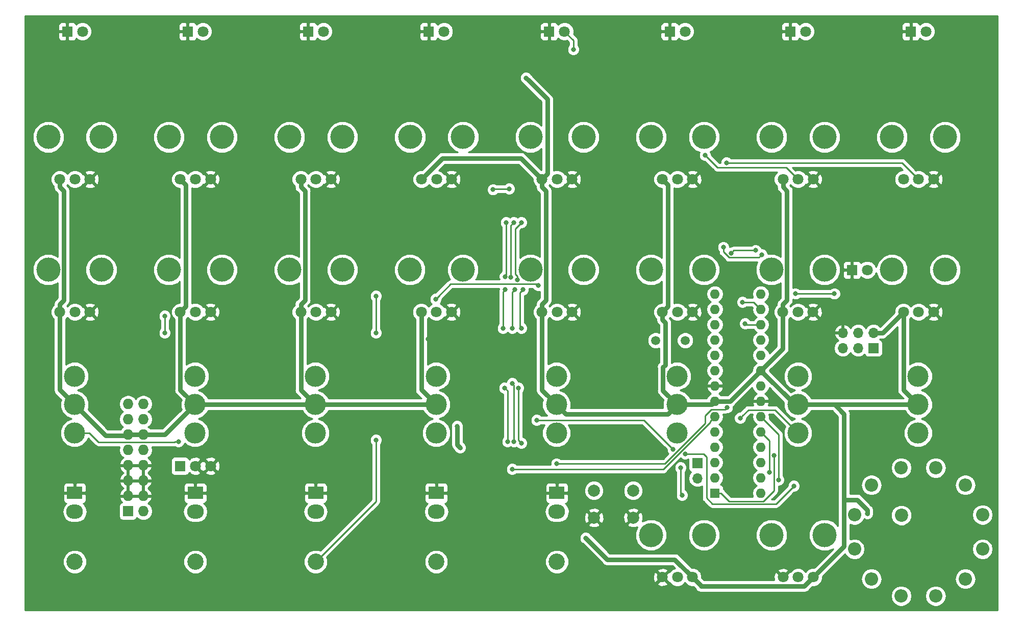
<source format=gbr>
G04 #@! TF.GenerationSoftware,KiCad,Pcbnew,5.0.2+dfsg1-1~bpo9+1*
G04 #@! TF.CreationDate,2019-09-09T21:30:10+02:00*
G04 #@! TF.ProjectId,diymetro,6469796d-6574-4726-9f2e-6b696361645f,rev?*
G04 #@! TF.SameCoordinates,Original*
G04 #@! TF.FileFunction,Copper,L1,Top*
G04 #@! TF.FilePolarity,Positive*
%FSLAX46Y46*%
G04 Gerber Fmt 4.6, Leading zero omitted, Abs format (unit mm)*
G04 Created by KiCad (PCBNEW 5.0.2+dfsg1-1~bpo9+1) date Mon 09 Sep 2019 09:30:10 PM CEST*
%MOMM*%
%LPD*%
G01*
G04 APERTURE LIST*
G04 #@! TA.AperFunction,ComponentPad*
%ADD10C,3.500000*%
G04 #@! TD*
G04 #@! TA.AperFunction,ComponentPad*
%ADD11C,1.500000*%
G04 #@! TD*
G04 #@! TA.AperFunction,WasherPad*
%ADD12C,4.000000*%
G04 #@! TD*
G04 #@! TA.AperFunction,ComponentPad*
%ADD13C,1.800000*%
G04 #@! TD*
G04 #@! TA.AperFunction,ComponentPad*
%ADD14R,1.800000X1.800000*%
G04 #@! TD*
G04 #@! TA.AperFunction,ComponentPad*
%ADD15O,2.800000X2.350000*%
G04 #@! TD*
G04 #@! TA.AperFunction,ComponentPad*
%ADD16R,2.600000X2.150000*%
G04 #@! TD*
G04 #@! TA.AperFunction,ComponentPad*
%ADD17C,2.700000*%
G04 #@! TD*
G04 #@! TA.AperFunction,ComponentPad*
%ADD18R,1.727200X1.727200*%
G04 #@! TD*
G04 #@! TA.AperFunction,ComponentPad*
%ADD19O,1.727200X1.727200*%
G04 #@! TD*
G04 #@! TA.AperFunction,ComponentPad*
%ADD20O,2.200000X2.200000*%
G04 #@! TD*
G04 #@! TA.AperFunction,ComponentPad*
%ADD21C,2.200000*%
G04 #@! TD*
G04 #@! TA.AperFunction,ComponentPad*
%ADD22R,1.700000X1.700000*%
G04 #@! TD*
G04 #@! TA.AperFunction,ComponentPad*
%ADD23O,1.700000X1.700000*%
G04 #@! TD*
G04 #@! TA.AperFunction,ComponentPad*
%ADD24C,2.000000*%
G04 #@! TD*
G04 #@! TA.AperFunction,ComponentPad*
%ADD25R,1.600000X1.600000*%
G04 #@! TD*
G04 #@! TA.AperFunction,ComponentPad*
%ADD26O,1.600000X1.600000*%
G04 #@! TD*
G04 #@! TA.AperFunction,ViaPad*
%ADD27C,0.800000*%
G04 #@! TD*
G04 #@! TA.AperFunction,Conductor*
%ADD28C,0.250000*%
G04 #@! TD*
G04 #@! TA.AperFunction,Conductor*
%ADD29C,0.750000*%
G04 #@! TD*
G04 #@! TA.AperFunction,Conductor*
%ADD30C,0.254000*%
G04 #@! TD*
G04 APERTURE END LIST*
D10*
G04 #@! TO.P,SW1,3*
G04 #@! TO.N,/Switches/SW0*
X80797400Y-108828000D03*
G04 #@! TO.P,SW1,1*
G04 #@! TO.N,Net-(R8-Pad2)*
X80797400Y-99388000D03*
G04 #@! TO.P,SW1,2*
G04 #@! TO.N,+5V*
X80797400Y-104108000D03*
G04 #@! TD*
G04 #@! TO.P,SW7,3*
G04 #@! TO.N,/Switches/SW6*
X200863200Y-108828000D03*
G04 #@! TO.P,SW7,1*
G04 #@! TO.N,Net-(R20-Pad2)*
X200863200Y-99388000D03*
G04 #@! TO.P,SW7,2*
G04 #@! TO.N,+5V*
X200863200Y-104108000D03*
G04 #@! TD*
G04 #@! TO.P,SW6,3*
G04 #@! TO.N,/Switches/SW5*
X180771800Y-108828000D03*
G04 #@! TO.P,SW6,1*
G04 #@! TO.N,Net-(R18-Pad2)*
X180771800Y-99388000D03*
G04 #@! TO.P,SW6,2*
G04 #@! TO.N,+5V*
X180771800Y-104108000D03*
G04 #@! TD*
G04 #@! TO.P,SW2,3*
G04 #@! TO.N,/Switches/SW1*
X100787200Y-108828000D03*
G04 #@! TO.P,SW2,1*
G04 #@! TO.N,Net-(R10-Pad2)*
X100787200Y-99388000D03*
G04 #@! TO.P,SW2,2*
G04 #@! TO.N,+5V*
X100787200Y-104108000D03*
G04 #@! TD*
G04 #@! TO.P,SW3,3*
G04 #@! TO.N,/Switches/SW2*
X120751600Y-108828000D03*
G04 #@! TO.P,SW3,1*
G04 #@! TO.N,Net-(R12-Pad2)*
X120751600Y-99388000D03*
G04 #@! TO.P,SW3,2*
G04 #@! TO.N,+5V*
X120751600Y-104108000D03*
G04 #@! TD*
G04 #@! TO.P,SW4,3*
G04 #@! TO.N,/Switches/SW3*
X140792200Y-108828000D03*
G04 #@! TO.P,SW4,1*
G04 #@! TO.N,Net-(R14-Pad2)*
X140792200Y-99388000D03*
G04 #@! TO.P,SW4,2*
G04 #@! TO.N,+5V*
X140792200Y-104108000D03*
G04 #@! TD*
G04 #@! TO.P,SW5,3*
G04 #@! TO.N,/Switches/SW4*
X160756600Y-108828000D03*
G04 #@! TO.P,SW5,1*
G04 #@! TO.N,Net-(R16-Pad2)*
X160756600Y-99388000D03*
G04 #@! TO.P,SW5,2*
G04 #@! TO.N,+5V*
X160756600Y-104108000D03*
G04 #@! TD*
G04 #@! TO.P,SW8,3*
G04 #@! TO.N,/Switches/SW7*
X220776800Y-108828000D03*
G04 #@! TO.P,SW8,1*
G04 #@! TO.N,Net-(R22-Pad2)*
X220776800Y-99388000D03*
G04 #@! TO.P,SW8,2*
G04 #@! TO.N,+5V*
X220776800Y-104108000D03*
G04 #@! TD*
D11*
G04 #@! TO.P,Y1,2*
G04 #@! TO.N,Net-(C6-Pad2)*
X177238000Y-93472000D03*
G04 #@! TO.P,Y1,1*
G04 #@! TO.N,Net-(C5-Pad2)*
X182118000Y-93472000D03*
G04 #@! TD*
D12*
G04 #@! TO.P,RV1,*
G04 #@! TO.N,*
X185237200Y-125740400D03*
X176437200Y-125740400D03*
D13*
G04 #@! TO.P,RV1,1*
G04 #@! TO.N,+5V*
X183337200Y-132740400D03*
G04 #@! TO.P,RV1,2*
G04 #@! TO.N,PIN_GATEPOT*
X180837200Y-132740400D03*
G04 #@! TO.P,RV1,3*
G04 #@! TO.N,GND*
X178337200Y-132740400D03*
G04 #@! TD*
D12*
G04 #@! TO.P,RV2,*
G04 #@! TO.N,*
X205252400Y-125740400D03*
X196452400Y-125740400D03*
D13*
G04 #@! TO.P,RV2,1*
G04 #@! TO.N,+5V*
X203352400Y-132740400D03*
G04 #@! TO.P,RV2,2*
G04 #@! TO.N,PIN_CLKPOT*
X200852400Y-132740400D03*
G04 #@! TO.P,RV2,3*
G04 #@! TO.N,GND*
X198352400Y-132740400D03*
G04 #@! TD*
G04 #@! TO.P,D4,2*
G04 #@! TO.N,Net-(D4-Pad2)*
X82118200Y-42240200D03*
D14*
G04 #@! TO.P,D4,1*
G04 #@! TO.N,GND*
X79578200Y-42240200D03*
G04 #@! TD*
G04 #@! TO.P,D5,1*
G04 #@! TO.N,GND*
X99568000Y-42240200D03*
D13*
G04 #@! TO.P,D5,2*
G04 #@! TO.N,Net-(D5-Pad2)*
X102108000Y-42240200D03*
G04 #@! TD*
G04 #@! TO.P,D6,2*
G04 #@! TO.N,Net-(D6-Pad2)*
X122097800Y-42240200D03*
D14*
G04 #@! TO.P,D6,1*
G04 #@! TO.N,GND*
X119557800Y-42240200D03*
G04 #@! TD*
G04 #@! TO.P,D7,1*
G04 #@! TO.N,GND*
X139573000Y-42240200D03*
D13*
G04 #@! TO.P,D7,2*
G04 #@! TO.N,Net-(D7-Pad2)*
X142113000Y-42240200D03*
G04 #@! TD*
G04 #@! TO.P,D8,2*
G04 #@! TO.N,Net-(D8-Pad2)*
X162102800Y-42240200D03*
D14*
G04 #@! TO.P,D8,1*
G04 #@! TO.N,GND*
X159562800Y-42240200D03*
G04 #@! TD*
G04 #@! TO.P,D9,1*
G04 #@! TO.N,GND*
X179552600Y-42240200D03*
D13*
G04 #@! TO.P,D9,2*
G04 #@! TO.N,Net-(D9-Pad2)*
X182092600Y-42240200D03*
G04 #@! TD*
G04 #@! TO.P,D10,2*
G04 #@! TO.N,Net-(D10-Pad2)*
X202107800Y-42240200D03*
D14*
G04 #@! TO.P,D10,1*
G04 #@! TO.N,GND*
X199567800Y-42240200D03*
G04 #@! TD*
G04 #@! TO.P,D11,1*
G04 #@! TO.N,GND*
X219557600Y-42240200D03*
D13*
G04 #@! TO.P,D11,2*
G04 #@! TO.N,Net-(D11-Pad2)*
X222097600Y-42240200D03*
G04 #@! TD*
D15*
G04 #@! TO.P,J1,TN*
G04 #@! TO.N,Net-(J1-PadTN)*
X120802400Y-121870400D03*
D16*
G04 #@! TO.P,J1,S*
G04 #@! TO.N,GND*
X120802400Y-118770400D03*
D17*
G04 #@! TO.P,J1,T*
G04 #@! TO.N,PIN_CVOUT*
X120802400Y-130170400D03*
G04 #@! TD*
G04 #@! TO.P,J2,T*
G04 #@! TO.N,/AP_GATE_OUT*
X100838000Y-130170400D03*
D16*
G04 #@! TO.P,J2,S*
G04 #@! TO.N,GND*
X100838000Y-118770400D03*
D15*
G04 #@! TO.P,J2,TN*
G04 #@! TO.N,Net-(J2-PadTN)*
X100838000Y-121870400D03*
G04 #@! TD*
G04 #@! TO.P,J3,TN*
G04 #@! TO.N,Net-(J3-PadTN)*
X80822800Y-121870400D03*
D16*
G04 #@! TO.P,J3,S*
G04 #@! TO.N,GND*
X80822800Y-118770400D03*
D17*
G04 #@! TO.P,J3,T*
G04 #@! TO.N,/AP_CLK_OUT*
X80822800Y-130170400D03*
G04 #@! TD*
G04 #@! TO.P,J4,T*
G04 #@! TO.N,Net-(J4-PadT)*
X160832800Y-130170400D03*
D16*
G04 #@! TO.P,J4,S*
G04 #@! TO.N,GND*
X160832800Y-118770400D03*
D15*
G04 #@! TO.P,J4,TN*
G04 #@! TO.N,Net-(J4-PadTN)*
X160832800Y-121870400D03*
G04 #@! TD*
D18*
G04 #@! TO.P,J5,1*
G04 #@! TO.N,Net-(J5-Pad1)*
X89662000Y-121793000D03*
D19*
G04 #@! TO.P,J5,2*
G04 #@! TO.N,Net-(J5-Pad2)*
X92202000Y-121793000D03*
G04 #@! TO.P,J5,3*
G04 #@! TO.N,GND*
X89662000Y-119253000D03*
G04 #@! TO.P,J5,4*
X92202000Y-119253000D03*
G04 #@! TO.P,J5,5*
X89662000Y-116713000D03*
G04 #@! TO.P,J5,6*
X92202000Y-116713000D03*
G04 #@! TO.P,J5,7*
X89662000Y-114173000D03*
G04 #@! TO.P,J5,8*
X92202000Y-114173000D03*
G04 #@! TO.P,J5,9*
G04 #@! TO.N,Net-(J5-Pad9)*
X89662000Y-111633000D03*
G04 #@! TO.P,J5,10*
G04 #@! TO.N,Net-(J5-Pad10)*
X92202000Y-111633000D03*
G04 #@! TO.P,J5,11*
G04 #@! TO.N,+5V*
X89662000Y-109093000D03*
G04 #@! TO.P,J5,12*
X92202000Y-109093000D03*
G04 #@! TO.P,J5,13*
G04 #@! TO.N,Net-(J5-Pad13)*
X89662000Y-106553000D03*
G04 #@! TO.P,J5,14*
G04 #@! TO.N,Net-(J5-Pad14)*
X92202000Y-106553000D03*
G04 #@! TO.P,J5,15*
G04 #@! TO.N,Net-(J5-Pad15)*
X89662000Y-104013000D03*
G04 #@! TO.P,J5,16*
G04 #@! TO.N,Net-(J5-Pad16)*
X92202000Y-104013000D03*
G04 #@! TD*
D15*
G04 #@! TO.P,J6,TN*
G04 #@! TO.N,Net-(J6-PadTN)*
X140817600Y-121870400D03*
D16*
G04 #@! TO.P,J6,S*
G04 #@! TO.N,GND*
X140817600Y-118770400D03*
D17*
G04 #@! TO.P,J6,T*
G04 #@! TO.N,CINSW*
X140817600Y-130170400D03*
G04 #@! TD*
D13*
G04 #@! TO.P,RV3,3*
G04 #@! TO.N,+5V*
X78337400Y-66751200D03*
G04 #@! TO.P,RV3,2*
G04 #@! TO.N,/CV Pots/A0*
X80837400Y-66751200D03*
G04 #@! TO.P,RV3,1*
G04 #@! TO.N,GND*
X83337400Y-66751200D03*
D12*
G04 #@! TO.P,RV3,*
G04 #@! TO.N,*
X76437400Y-59751200D03*
X85237400Y-59751200D03*
G04 #@! TD*
G04 #@! TO.P,RV4,*
G04 #@! TO.N,*
X105252600Y-59751200D03*
X96452600Y-59751200D03*
D13*
G04 #@! TO.P,RV4,1*
G04 #@! TO.N,GND*
X103352600Y-66751200D03*
G04 #@! TO.P,RV4,2*
G04 #@! TO.N,/CV Pots/A1*
X100852600Y-66751200D03*
G04 #@! TO.P,RV4,3*
G04 #@! TO.N,+5V*
X98352600Y-66751200D03*
G04 #@! TD*
G04 #@! TO.P,RV5,3*
G04 #@! TO.N,+5V*
X118342400Y-66751200D03*
G04 #@! TO.P,RV5,2*
G04 #@! TO.N,/CV Pots/A2*
X120842400Y-66751200D03*
G04 #@! TO.P,RV5,1*
G04 #@! TO.N,GND*
X123342400Y-66751200D03*
D12*
G04 #@! TO.P,RV5,*
G04 #@! TO.N,*
X116442400Y-59751200D03*
X125242400Y-59751200D03*
G04 #@! TD*
G04 #@! TO.P,RV6,*
G04 #@! TO.N,*
X145257600Y-59751200D03*
X136457600Y-59751200D03*
D13*
G04 #@! TO.P,RV6,1*
G04 #@! TO.N,GND*
X143357600Y-66751200D03*
G04 #@! TO.P,RV6,2*
G04 #@! TO.N,/CV Pots/A3*
X140857600Y-66751200D03*
G04 #@! TO.P,RV6,3*
G04 #@! TO.N,+5V*
X138357600Y-66751200D03*
G04 #@! TD*
G04 #@! TO.P,RV7,3*
G04 #@! TO.N,+5V*
X158347400Y-66751200D03*
G04 #@! TO.P,RV7,2*
G04 #@! TO.N,/CV Pots/A4*
X160847400Y-66751200D03*
G04 #@! TO.P,RV7,1*
G04 #@! TO.N,GND*
X163347400Y-66751200D03*
D12*
G04 #@! TO.P,RV7,*
G04 #@! TO.N,*
X156447400Y-59751200D03*
X165247400Y-59751200D03*
G04 #@! TD*
G04 #@! TO.P,RV8,*
G04 #@! TO.N,*
X185237200Y-59751200D03*
X176437200Y-59751200D03*
D13*
G04 #@! TO.P,RV8,1*
G04 #@! TO.N,GND*
X183337200Y-66751200D03*
G04 #@! TO.P,RV8,2*
G04 #@! TO.N,/CV Pots/A5*
X180837200Y-66751200D03*
G04 #@! TO.P,RV8,3*
G04 #@! TO.N,+5V*
X178337200Y-66751200D03*
G04 #@! TD*
G04 #@! TO.P,RV9,3*
G04 #@! TO.N,+5V*
X198352400Y-66751200D03*
G04 #@! TO.P,RV9,2*
G04 #@! TO.N,/CV Pots/A6*
X200852400Y-66751200D03*
G04 #@! TO.P,RV9,1*
G04 #@! TO.N,GND*
X203352400Y-66751200D03*
D12*
G04 #@! TO.P,RV9,*
G04 #@! TO.N,*
X196452400Y-59751200D03*
X205252400Y-59751200D03*
G04 #@! TD*
G04 #@! TO.P,RV10,*
G04 #@! TO.N,*
X225242200Y-59751200D03*
X216442200Y-59751200D03*
D13*
G04 #@! TO.P,RV10,1*
G04 #@! TO.N,GND*
X223342200Y-66751200D03*
G04 #@! TO.P,RV10,2*
G04 #@! TO.N,/CV Pots/A7*
X220842200Y-66751200D03*
G04 #@! TO.P,RV10,3*
G04 #@! TO.N,+5V*
X218342200Y-66751200D03*
G04 #@! TD*
D12*
G04 #@! TO.P,RV11,*
G04 #@! TO.N,*
X85237400Y-81747600D03*
X76437400Y-81747600D03*
D13*
G04 #@! TO.P,RV11,1*
G04 #@! TO.N,GND*
X83337400Y-88747600D03*
G04 #@! TO.P,RV11,2*
G04 #@! TO.N,/Gate Pots/GA0*
X80837400Y-88747600D03*
G04 #@! TO.P,RV11,3*
G04 #@! TO.N,+5V*
X78337400Y-88747600D03*
G04 #@! TD*
G04 #@! TO.P,RV12,3*
G04 #@! TO.N,+5V*
X98352600Y-88747600D03*
G04 #@! TO.P,RV12,2*
G04 #@! TO.N,/Gate Pots/GA1*
X100852600Y-88747600D03*
G04 #@! TO.P,RV12,1*
G04 #@! TO.N,GND*
X103352600Y-88747600D03*
D12*
G04 #@! TO.P,RV12,*
G04 #@! TO.N,*
X96452600Y-81747600D03*
X105252600Y-81747600D03*
G04 #@! TD*
D13*
G04 #@! TO.P,RV13,3*
G04 #@! TO.N,+5V*
X118342400Y-88747600D03*
G04 #@! TO.P,RV13,2*
G04 #@! TO.N,/Gate Pots/GA2*
X120842400Y-88747600D03*
G04 #@! TO.P,RV13,1*
G04 #@! TO.N,GND*
X123342400Y-88747600D03*
D12*
G04 #@! TO.P,RV13,*
G04 #@! TO.N,*
X116442400Y-81747600D03*
X125242400Y-81747600D03*
G04 #@! TD*
G04 #@! TO.P,RV14,*
G04 #@! TO.N,*
X145232200Y-81747600D03*
X136432200Y-81747600D03*
D13*
G04 #@! TO.P,RV14,1*
G04 #@! TO.N,GND*
X143332200Y-88747600D03*
G04 #@! TO.P,RV14,2*
G04 #@! TO.N,/Gate Pots/GA3*
X140832200Y-88747600D03*
G04 #@! TO.P,RV14,3*
G04 #@! TO.N,+5V*
X138332200Y-88747600D03*
G04 #@! TD*
G04 #@! TO.P,RV15,3*
G04 #@! TO.N,+5V*
X158347400Y-88747600D03*
G04 #@! TO.P,RV15,2*
G04 #@! TO.N,/Gate Pots/GA4*
X160847400Y-88747600D03*
G04 #@! TO.P,RV15,1*
G04 #@! TO.N,GND*
X163347400Y-88747600D03*
D12*
G04 #@! TO.P,RV15,*
G04 #@! TO.N,*
X156447400Y-81747600D03*
X165247400Y-81747600D03*
G04 #@! TD*
G04 #@! TO.P,RV16,*
G04 #@! TO.N,*
X185237200Y-81747600D03*
X176437200Y-81747600D03*
D13*
G04 #@! TO.P,RV16,1*
G04 #@! TO.N,GND*
X183337200Y-88747600D03*
G04 #@! TO.P,RV16,2*
G04 #@! TO.N,/Gate Pots/GA5*
X180837200Y-88747600D03*
G04 #@! TO.P,RV16,3*
G04 #@! TO.N,+5V*
X178337200Y-88747600D03*
G04 #@! TD*
G04 #@! TO.P,RV17,3*
G04 #@! TO.N,+5V*
X198327000Y-88747600D03*
G04 #@! TO.P,RV17,2*
G04 #@! TO.N,/Gate Pots/GA6*
X200827000Y-88747600D03*
G04 #@! TO.P,RV17,1*
G04 #@! TO.N,GND*
X203327000Y-88747600D03*
D12*
G04 #@! TO.P,RV17,*
G04 #@! TO.N,*
X196427000Y-81747600D03*
X205227000Y-81747600D03*
G04 #@! TD*
G04 #@! TO.P,RV18,*
G04 #@! TO.N,*
X225242200Y-81747600D03*
X216442200Y-81747600D03*
D13*
G04 #@! TO.P,RV18,1*
G04 #@! TO.N,GND*
X223342200Y-88747600D03*
G04 #@! TO.P,RV18,2*
G04 #@! TO.N,/Gate Pots/GA7*
X220842200Y-88747600D03*
G04 #@! TO.P,RV18,3*
G04 #@! TO.N,+5V*
X218342200Y-88747600D03*
G04 #@! TD*
D20*
G04 #@! TO.P,SW9,1*
G04 #@! TO.N,Net-(R32-Pad1)*
X210202416Y-122374991D03*
G04 #@! TO.P,SW9,2*
G04 #@! TO.N,Net-(R33-Pad1)*
X213049426Y-117443826D03*
G04 #@! TO.P,SW9,3*
G04 #@! TO.N,Net-(R34-Pad1)*
X217980591Y-114596816D03*
G04 #@! TO.P,SW9,4*
G04 #@! TO.N,Net-(R35-Pad1)*
X223674609Y-114596816D03*
G04 #@! TO.P,SW9,5*
G04 #@! TO.N,Net-(R36-Pad1)*
X228605774Y-117443826D03*
G04 #@! TO.P,SW9,6*
G04 #@! TO.N,Net-(R37-Pad1)*
X231452784Y-122374991D03*
G04 #@! TO.P,SW9,7*
G04 #@! TO.N,Net-(R38-Pad1)*
X231452784Y-128069009D03*
G04 #@! TO.P,SW9,8*
G04 #@! TO.N,Net-(R39-Pad1)*
X228605774Y-133000174D03*
G04 #@! TO.P,SW9,9*
G04 #@! TO.N,Net-(R40-Pad1)*
X223674609Y-135847184D03*
G04 #@! TO.P,SW9,10*
G04 #@! TO.N,Net-(R41-Pad1)*
X217980591Y-135847184D03*
G04 #@! TO.P,SW9,11*
G04 #@! TO.N,Net-(R42-Pad1)*
X213049426Y-133000174D03*
G04 #@! TO.P,SW9,12*
G04 #@! TO.N,Net-(R43-Pad1)*
X210202416Y-128069009D03*
D21*
G04 #@! TO.P,SW9,13*
G04 #@! TO.N,RA*
X217999173Y-122457573D03*
G04 #@! TD*
D22*
G04 #@! TO.P,J7,1*
G04 #@! TO.N,/ICSP_MISO*
X213360000Y-94742000D03*
D23*
G04 #@! TO.P,J7,2*
G04 #@! TO.N,+5V*
X213360000Y-92202000D03*
G04 #@! TO.P,J7,3*
G04 #@! TO.N,SCLK*
X210820000Y-94742000D03*
G04 #@! TO.P,J7,4*
G04 #@! TO.N,RCLK*
X210820000Y-92202000D03*
G04 #@! TO.P,J7,5*
G04 #@! TO.N,/ICSP_RST*
X208280000Y-94742000D03*
G04 #@! TO.P,J7,6*
G04 #@! TO.N,GND*
X208280000Y-92202000D03*
G04 #@! TD*
D24*
G04 #@! TO.P,SW10,2*
G04 #@! TO.N,GND*
X173482000Y-122864000D03*
G04 #@! TO.P,SW10,1*
G04 #@! TO.N,/ICSP_RST*
X173482000Y-118364000D03*
G04 #@! TO.P,SW10,2*
G04 #@! TO.N,GND*
X166982000Y-122864000D03*
G04 #@! TO.P,SW10,1*
G04 #@! TO.N,/ICSP_RST*
X166982000Y-118364000D03*
G04 #@! TD*
D25*
G04 #@! TO.P,U5,1*
G04 #@! TO.N,/ICSP_RST*
X187045600Y-118795800D03*
D26*
G04 #@! TO.P,U5,15*
G04 #@! TO.N,Net-(R46-Pad1)*
X194665600Y-85775800D03*
G04 #@! TO.P,U5,2*
G04 #@! TO.N,Net-(J8-Pad2)*
X187045600Y-116255800D03*
G04 #@! TO.P,U5,16*
G04 #@! TO.N,SER*
X194665600Y-88315800D03*
G04 #@! TO.P,U5,3*
G04 #@! TO.N,Net-(J8-Pad1)*
X187045600Y-113715800D03*
G04 #@! TO.P,U5,17*
G04 #@! TO.N,RCLK*
X194665600Y-90855800D03*
G04 #@! TO.P,U5,4*
G04 #@! TO.N,/AP_CLK_IN*
X187045600Y-111175800D03*
G04 #@! TO.P,U5,18*
G04 #@! TO.N,/ICSP_MISO*
X194665600Y-93395800D03*
G04 #@! TO.P,U5,5*
G04 #@! TO.N,/AP_RST_IN*
X187045600Y-108635800D03*
G04 #@! TO.P,U5,19*
G04 #@! TO.N,SCLK*
X194665600Y-95935800D03*
G04 #@! TO.P,U5,6*
G04 #@! TO.N,S0*
X187045600Y-106095800D03*
G04 #@! TO.P,U5,20*
G04 #@! TO.N,+5V*
X194665600Y-98475800D03*
G04 #@! TO.P,U5,7*
X187045600Y-103555800D03*
G04 #@! TO.P,U5,21*
G04 #@! TO.N,Net-(U5-Pad21)*
X194665600Y-101015800D03*
G04 #@! TO.P,U5,8*
G04 #@! TO.N,GND*
X187045600Y-101015800D03*
G04 #@! TO.P,U5,22*
X194665600Y-103555800D03*
G04 #@! TO.P,U5,9*
G04 #@! TO.N,Net-(C6-Pad2)*
X187045600Y-98475800D03*
G04 #@! TO.P,U5,23*
G04 #@! TO.N,PIN_CLKPOT*
X194665600Y-106095800D03*
G04 #@! TO.P,U5,10*
G04 #@! TO.N,Net-(C5-Pad2)*
X187045600Y-95935800D03*
G04 #@! TO.P,U5,24*
G04 #@! TO.N,PIN_GATEPOT*
X194665600Y-108635800D03*
G04 #@! TO.P,U5,11*
G04 #@! TO.N,S1*
X187045600Y-93395800D03*
G04 #@! TO.P,U5,25*
G04 #@! TO.N,PIN_GATEOUT*
X194665600Y-111175800D03*
G04 #@! TO.P,U5,12*
G04 #@! TO.N,S2*
X187045600Y-90855800D03*
G04 #@! TO.P,U5,26*
G04 #@! TO.N,RA*
X194665600Y-113715800D03*
G04 #@! TO.P,U5,13*
G04 #@! TO.N,Net-(R1-Pad1)*
X187045600Y-88315800D03*
G04 #@! TO.P,U5,27*
G04 #@! TO.N,CINSW*
X194665600Y-116255800D03*
G04 #@! TO.P,U5,14*
G04 #@! TO.N,Net-(U5-Pad14)*
X187045600Y-85775800D03*
G04 #@! TO.P,U5,28*
G04 #@! TO.N,SA*
X194665600Y-118795800D03*
G04 #@! TD*
D14*
G04 #@! TO.P,D14,1*
G04 #@! TO.N,GND*
X209804000Y-81788000D03*
D13*
G04 #@! TO.P,D14,2*
G04 #@! TO.N,Net-(D14-Pad2)*
X212344000Y-81788000D03*
G04 #@! TD*
D22*
G04 #@! TO.P,J8,1*
G04 #@! TO.N,Net-(J8-Pad1)*
X184150000Y-113792000D03*
D23*
G04 #@! TO.P,J8,2*
G04 #@! TO.N,Net-(J8-Pad2)*
X184150000Y-116332000D03*
G04 #@! TD*
D14*
G04 #@! TO.P,C9,1*
G04 #@! TO.N,+5V*
X98298000Y-114300000D03*
D13*
G04 #@! TO.P,C9,2*
G04 #@! TO.N,GND*
X100838000Y-114300000D03*
X103378000Y-114300000D03*
G04 #@! TD*
D27*
G04 #@! TO.N,GND*
X211074000Y-109728000D03*
X214884000Y-125730000D03*
X164592000Y-109728000D03*
X156210000Y-107950000D03*
X124460000Y-109982000D03*
X104648000Y-109982000D03*
X76962000Y-109982000D03*
X138938000Y-48514000D03*
X138938000Y-70866000D03*
X172720000Y-87884000D03*
X156464000Y-86614000D03*
X136906000Y-109728000D03*
X139446000Y-93218000D03*
X172720000Y-99314000D03*
X174752000Y-108966000D03*
X159562800Y-42240200D03*
X155448000Y-66802000D03*
X151638000Y-122174000D03*
X155448000Y-122174000D03*
X191516000Y-98552000D03*
X139192000Y-112776000D03*
X198374000Y-97790000D03*
G04 #@! TO.N,S0*
X153416000Y-114808000D03*
X152654000Y-110236000D03*
X151892000Y-91440000D03*
X152400000Y-73914000D03*
X152241846Y-84991094D03*
X152210775Y-82876954D03*
X152146000Y-101346000D03*
G04 #@! TO.N,S1*
X160782000Y-113898980D03*
X189094351Y-104568298D03*
X153670000Y-110236000D03*
X153416000Y-91440000D03*
X153670000Y-73914000D03*
X153809643Y-85065989D03*
X153205812Y-82976576D03*
X153416000Y-100584000D03*
G04 #@! TO.N,S2*
X154940000Y-73914000D03*
X154940000Y-110490000D03*
X155194000Y-85065973D03*
X154940000Y-91440000D03*
X154238849Y-83385988D03*
X154432000Y-101346000D03*
G04 #@! TO.N,RCLK*
X192060990Y-90678000D03*
G04 #@! TO.N,SER*
X191610979Y-87122000D03*
G04 #@! TO.N,+5V*
X155702000Y-49936968D03*
X165608000Y-126238000D03*
X212344000Y-122174000D03*
X144272000Y-107696000D03*
X144780008Y-111252000D03*
G04 #@! TO.N,Net-(D8-Pad2)*
X163576000Y-45212000D03*
G04 #@! TO.N,PIN_CLKPOT*
X197612000Y-116586000D03*
G04 #@! TO.N,PIN_GATEPOT*
X196088000Y-115316000D03*
G04 #@! TO.N,PIN_CVOUT*
X130810000Y-109982000D03*
X130810000Y-86106000D03*
X130810000Y-92202000D03*
G04 #@! TO.N,Net-(D3-Pad2)*
X181356000Y-114554000D03*
X181610006Y-119126000D03*
G04 #@! TO.N,/CV Pots/A4*
X152908000Y-68326000D03*
X150236340Y-68457660D03*
G04 #@! TO.N,/CV Pots/A6*
X185420000Y-62738000D03*
G04 #@! TO.N,/CV Pots/A7*
X188976000Y-64008000D03*
G04 #@! TO.N,/Switches/SW0*
X98044000Y-110236000D03*
G04 #@! TO.N,/Switches/SW6*
X191239554Y-106342163D03*
G04 #@! TO.N,/Switches/SW7*
X157480000Y-106680000D03*
X180086000Y-111506000D03*
X200152000Y-117602000D03*
X182118000Y-112268000D03*
G04 #@! TO.N,/Gate Pots/GA6*
X194818000Y-79248000D03*
X188468000Y-78014990D03*
G04 #@! TO.N,/Gate Pots/GA7*
X193802000Y-78522990D03*
X189729612Y-78994932D03*
G04 #@! TO.N,/ICSP_RST*
X196850000Y-112522000D03*
G04 #@! TO.N,Net-(R1-Pad1)*
X157734000Y-84328000D03*
X140716000Y-86614000D03*
X95758000Y-92202000D03*
X95757996Y-89408000D03*
G04 #@! TO.N,Net-(R46-Pad1)*
X200406000Y-85725000D03*
X206883000Y-85725002D03*
G04 #@! TD*
D28*
G04 #@! TO.N,S0*
X187045600Y-106095800D02*
X186245601Y-106895799D01*
X153981685Y-114808000D02*
X153416000Y-114808000D01*
X186245601Y-107061612D02*
X178499213Y-114808000D01*
X178499213Y-114808000D02*
X153981685Y-114808000D01*
X186245601Y-106895799D02*
X186245601Y-107061612D01*
X151892000Y-85340940D02*
X152241846Y-84991094D01*
X151892000Y-91440000D02*
X151892000Y-85340940D01*
X152400000Y-73914000D02*
X152400000Y-82687729D01*
X152400000Y-82687729D02*
X152210775Y-82876954D01*
X152654000Y-101854000D02*
X152545999Y-101745999D01*
X152545999Y-101745999D02*
X152146000Y-101346000D01*
X152654000Y-110236000D02*
X152654000Y-101854000D01*
G04 #@! TO.N,S1*
X153416000Y-91440000D02*
X153416000Y-85459632D01*
X153416000Y-85459632D02*
X153809643Y-85065989D01*
X153670000Y-73914000D02*
X153205812Y-74378188D01*
X153205812Y-74378188D02*
X153205812Y-82410891D01*
X153205812Y-82410891D02*
X153205812Y-82976576D01*
X153670000Y-110236000D02*
X153670000Y-100838000D01*
X153670000Y-100838000D02*
X153416000Y-100584000D01*
X188760649Y-104902000D02*
X189094351Y-104568298D01*
X186436000Y-104902000D02*
X188760649Y-104902000D01*
X160782000Y-113898980D02*
X178771822Y-113898980D01*
X178771822Y-113898980D02*
X185420000Y-107250802D01*
X185420000Y-107250802D02*
X185420000Y-105918000D01*
X185420000Y-105918000D02*
X186436000Y-104902000D01*
G04 #@! TO.N,S2*
X153924000Y-82505454D02*
X154238849Y-82820303D01*
X154238849Y-82820303D02*
X154238849Y-83385988D01*
X154940000Y-73914000D02*
X153924000Y-74930000D01*
X153924000Y-74930000D02*
X153924000Y-82505454D01*
X154686000Y-91186000D02*
X154940000Y-91440000D01*
X154686000Y-85573973D02*
X154686000Y-91186000D01*
X155194000Y-85065973D02*
X154686000Y-85573973D01*
X154432000Y-109982000D02*
X154432000Y-101346000D01*
X154940000Y-110490000D02*
X154432000Y-109982000D01*
G04 #@! TO.N,RCLK*
X194665600Y-90855800D02*
X192238790Y-90855800D01*
X192238790Y-90855800D02*
X192060990Y-90678000D01*
G04 #@! TO.N,SER*
X194665600Y-88315800D02*
X193471800Y-87122000D01*
X193471800Y-87122000D02*
X192176664Y-87122000D01*
X192176664Y-87122000D02*
X191610979Y-87122000D01*
D29*
G04 #@! TO.N,+5V*
X89662000Y-109093000D02*
X92202000Y-109093000D01*
X95802200Y-109093000D02*
X100787200Y-104108000D01*
X92202000Y-109093000D02*
X95802200Y-109093000D01*
X103262073Y-104108000D02*
X120751600Y-104108000D01*
X100787200Y-104108000D02*
X103262073Y-104108000D01*
X123226473Y-104108000D02*
X140792200Y-104108000D01*
X120751600Y-104108000D02*
X123226473Y-104108000D01*
X189585600Y-103555800D02*
X194665600Y-98475800D01*
X187045600Y-103555800D02*
X189585600Y-103555800D01*
X200297800Y-104108000D02*
X200863200Y-104108000D01*
X194665600Y-98475800D02*
X200297800Y-104108000D01*
X200863200Y-104108000D02*
X220776800Y-104108000D01*
X184761401Y-134164601D02*
X183337200Y-132740400D01*
X201877399Y-134215401D02*
X184761401Y-134215401D01*
X184761401Y-134215401D02*
X184761401Y-134164601D01*
X203352400Y-132740400D02*
X201877399Y-134215401D01*
X78337400Y-101648000D02*
X78337400Y-88747600D01*
X80797400Y-104108000D02*
X78337400Y-101648000D01*
X78337400Y-68023992D02*
X78337400Y-66751200D01*
X79012401Y-68698993D02*
X78337400Y-68023992D01*
X79012401Y-86799807D02*
X79012401Y-68698993D01*
X78337400Y-87474808D02*
X79012401Y-86799807D01*
X78337400Y-88747600D02*
X78337400Y-87474808D01*
X98352600Y-101673400D02*
X98352600Y-88747600D01*
X100787200Y-104108000D02*
X98352600Y-101673400D01*
X99252599Y-67651199D02*
X98352600Y-66751200D01*
X99252599Y-87847601D02*
X99252599Y-67651199D01*
X98352600Y-88747600D02*
X99252599Y-87847601D01*
X118342400Y-101698800D02*
X118342400Y-88747600D01*
X120751600Y-104108000D02*
X118342400Y-101698800D01*
X118342400Y-68023992D02*
X118342400Y-66751200D01*
X119017401Y-68698993D02*
X118342400Y-68023992D01*
X119017401Y-86799807D02*
X119017401Y-68698993D01*
X118342400Y-87474808D02*
X119017401Y-86799807D01*
X118342400Y-88747600D02*
X118342400Y-87474808D01*
X138332200Y-101648000D02*
X138332200Y-88747600D01*
X140792200Y-104108000D02*
X138332200Y-101648000D01*
X158347400Y-101698800D02*
X158347400Y-88747600D01*
X160756600Y-104108000D02*
X158347400Y-101698800D01*
X158347400Y-68023992D02*
X158347400Y-66751200D01*
X159022401Y-68698993D02*
X158347400Y-68023992D01*
X158347400Y-87474808D02*
X159022401Y-86799807D01*
X159022401Y-86799807D02*
X159022401Y-68698993D01*
X158347400Y-88747600D02*
X158347400Y-87474808D01*
X179237199Y-67651199D02*
X178337200Y-66751200D01*
X179237199Y-87847601D02*
X179237199Y-67651199D01*
X178337200Y-88747600D02*
X179237199Y-87847601D01*
X198327000Y-94814400D02*
X198327000Y-88747600D01*
X194665600Y-98475800D02*
X198327000Y-94814400D01*
X198352400Y-68023992D02*
X198352400Y-66751200D01*
X199002001Y-68673593D02*
X198352400Y-68023992D01*
X199002001Y-86799807D02*
X199002001Y-68673593D01*
X198327000Y-87474808D02*
X199002001Y-86799807D01*
X198327000Y-88747600D02*
X198327000Y-87474808D01*
X218342200Y-101673400D02*
X218342200Y-88747600D01*
X220776800Y-104108000D02*
X218342200Y-101673400D01*
X157447401Y-65851201D02*
X158347400Y-66751200D01*
X154842200Y-63246000D02*
X157447401Y-65851201D01*
X141862800Y-63246000D02*
X154842200Y-63246000D01*
X138357600Y-66751200D02*
X141862800Y-63246000D01*
X159247399Y-53482367D02*
X156101999Y-50336967D01*
X156101999Y-50336967D02*
X155702000Y-49936968D01*
X159247399Y-65851201D02*
X159247399Y-53482367D01*
X158347400Y-66751200D02*
X159247399Y-65851201D01*
X165608000Y-126238000D02*
X169164000Y-129794000D01*
X180390800Y-129794000D02*
X183337200Y-132740400D01*
X169164000Y-129794000D02*
X180390800Y-129794000D01*
X214887800Y-92202000D02*
X218342200Y-88747600D01*
X213360000Y-92202000D02*
X214887800Y-92202000D01*
X204252399Y-131840401D02*
X203352400Y-132740400D01*
X206897004Y-104108000D02*
X208493002Y-105703998D01*
X208493002Y-127599798D02*
X204252399Y-131840401D01*
X200863200Y-104108000D02*
X206897004Y-104108000D01*
X210623685Y-119888000D02*
X208493002Y-119888000D01*
X212344000Y-121608315D02*
X210623685Y-119888000D01*
X212344000Y-122174000D02*
X212344000Y-121608315D01*
X208493002Y-105703998D02*
X208493002Y-119888000D01*
X208493002Y-119888000D02*
X208493002Y-127599798D01*
X178816000Y-90499192D02*
X178337200Y-90020392D01*
X180771800Y-104108000D02*
X178446799Y-101782999D01*
X178446799Y-97905201D02*
X178816000Y-97536000D01*
X178337200Y-90020392D02*
X178337200Y-88747600D01*
X178446799Y-101782999D02*
X178446799Y-97905201D01*
X178816000Y-97536000D02*
X178816000Y-90499192D01*
X186493400Y-104108000D02*
X187045600Y-103555800D01*
X180771800Y-104108000D02*
X186493400Y-104108000D01*
X82547399Y-105857999D02*
X80797400Y-104108000D01*
X85909400Y-109220000D02*
X82547399Y-105857999D01*
X89535000Y-109220000D02*
X85909400Y-109220000D01*
X89662000Y-109093000D02*
X89535000Y-109220000D01*
X179215800Y-105664000D02*
X180771800Y-104108000D01*
X162312600Y-105664000D02*
X179215800Y-105664000D01*
X160756600Y-104108000D02*
X162312600Y-105664000D01*
X144380009Y-110852001D02*
X144780008Y-111252000D01*
X144272000Y-110743992D02*
X144380009Y-110852001D01*
X144272000Y-107696000D02*
X144272000Y-110743992D01*
D28*
G04 #@! TO.N,Net-(D8-Pad2)*
X163576000Y-43713400D02*
X162102800Y-42240200D01*
X163576000Y-45212000D02*
X163576000Y-43713400D01*
G04 #@! TO.N,PIN_CLKPOT*
X197612000Y-109042200D02*
X194665600Y-106095800D01*
X197612000Y-116586000D02*
X197612000Y-109042200D01*
G04 #@! TO.N,PIN_GATEPOT*
X196088000Y-110058200D02*
X196088000Y-114750315D01*
X194665600Y-108635800D02*
X196088000Y-110058200D01*
X196088000Y-114750315D02*
X196088000Y-115316000D01*
G04 #@! TO.N,PIN_CVOUT*
X130810000Y-120162800D02*
X130810000Y-110547685D01*
X120802400Y-130170400D02*
X130810000Y-120162800D01*
X130810000Y-110547685D02*
X130810000Y-109982000D01*
X130810000Y-86106000D02*
X130810000Y-92202000D01*
G04 #@! TO.N,Net-(D3-Pad2)*
X181356000Y-118871994D02*
X181610006Y-119126000D01*
X181356000Y-114554000D02*
X181356000Y-118871994D01*
G04 #@! TO.N,/CV Pots/A4*
X150368000Y-68326000D02*
X150236340Y-68457660D01*
X152908000Y-68326000D02*
X150368000Y-68326000D01*
G04 #@! TO.N,/CV Pots/A6*
X187452000Y-64770000D02*
X185420000Y-62738000D01*
X198871200Y-64770000D02*
X187452000Y-64770000D01*
X200852400Y-66751200D02*
X198871200Y-64770000D01*
G04 #@! TO.N,/CV Pots/A7*
X218099000Y-64008000D02*
X188976000Y-64008000D01*
X220842200Y-66751200D02*
X218099000Y-64008000D01*
G04 #@! TO.N,/Switches/SW0*
X84788294Y-110344021D02*
X97370294Y-110344021D01*
X80797400Y-108828000D02*
X83272273Y-108828000D01*
X97478315Y-110236000D02*
X98044000Y-110236000D01*
X97370294Y-110344021D02*
X97478315Y-110236000D01*
X83272273Y-108828000D02*
X84788294Y-110344021D01*
G04 #@! TO.N,/Switches/SW6*
X197005999Y-104970799D02*
X192610918Y-104970799D01*
X192610918Y-104970799D02*
X191639553Y-105942164D01*
X191639553Y-105942164D02*
X191239554Y-106342163D01*
X200863200Y-108828000D02*
X197005999Y-104970799D01*
G04 #@! TO.N,/Switches/SW7*
X179686001Y-111106001D02*
X180086000Y-111506000D01*
X175260000Y-106680000D02*
X179686001Y-111106001D01*
X157480000Y-106680000D02*
X175260000Y-106680000D01*
X185166000Y-112268000D02*
X182118000Y-112268000D01*
X185674000Y-112776000D02*
X185166000Y-112268000D01*
X200152000Y-117602000D02*
X197161989Y-120592011D01*
X197161989Y-120592011D02*
X186656809Y-120592011D01*
X186656809Y-120592011D02*
X185674000Y-119609202D01*
X185674000Y-119609202D02*
X185674000Y-112776000D01*
G04 #@! TO.N,/Gate Pots/GA6*
X188468000Y-78797685D02*
X188468000Y-78580675D01*
X188468000Y-78580675D02*
X188468000Y-78014990D01*
X189390249Y-79719934D02*
X188468000Y-78797685D01*
X194818000Y-79248000D02*
X194346066Y-79719934D01*
X194346066Y-79719934D02*
X189390249Y-79719934D01*
G04 #@! TO.N,/Gate Pots/GA7*
X190201554Y-78522990D02*
X190129611Y-78594933D01*
X190129611Y-78594933D02*
X189729612Y-78994932D01*
X193802000Y-78522990D02*
X190201554Y-78522990D01*
G04 #@! TO.N,/ICSP_RST*
X196850000Y-118364000D02*
X196850000Y-113087685D01*
X195072000Y-120142000D02*
X196850000Y-118364000D01*
X188095600Y-118795800D02*
X189441800Y-120142000D01*
X187045600Y-118795800D02*
X188095600Y-118795800D01*
X189441800Y-120142000D02*
X195072000Y-120142000D01*
X196850000Y-113087685D02*
X196850000Y-112522000D01*
G04 #@! TO.N,Net-(R1-Pad1)*
X141115999Y-86214001D02*
X140716000Y-86614000D01*
X143219002Y-84110998D02*
X141115999Y-86214001D01*
X157516998Y-84110998D02*
X143219002Y-84110998D01*
X157734000Y-84328000D02*
X157516998Y-84110998D01*
X95758000Y-92202000D02*
X95758000Y-89408004D01*
X95758000Y-89408004D02*
X95757996Y-89408000D01*
G04 #@! TO.N,Net-(R46-Pad1)*
X200406000Y-85725000D02*
X206882998Y-85725000D01*
X206882998Y-85725000D02*
X206883000Y-85725002D01*
G04 #@! TD*
D30*
G04 #@! TO.N,GND*
G36*
X233986000Y-138228000D02*
X72592000Y-138228000D01*
X72592000Y-135847184D01*
X216211601Y-135847184D01*
X216346257Y-136524147D01*
X216729726Y-137098049D01*
X217303628Y-137481518D01*
X217809711Y-137582184D01*
X218151471Y-137582184D01*
X218657554Y-137481518D01*
X219231456Y-137098049D01*
X219614925Y-136524147D01*
X219749581Y-135847184D01*
X221905619Y-135847184D01*
X222040275Y-136524147D01*
X222423744Y-137098049D01*
X222997646Y-137481518D01*
X223503729Y-137582184D01*
X223845489Y-137582184D01*
X224351572Y-137481518D01*
X224925474Y-137098049D01*
X225308943Y-136524147D01*
X225443599Y-135847184D01*
X225308943Y-135170221D01*
X224925474Y-134596319D01*
X224351572Y-134212850D01*
X223845489Y-134112184D01*
X223503729Y-134112184D01*
X222997646Y-134212850D01*
X222423744Y-134596319D01*
X222040275Y-135170221D01*
X221905619Y-135847184D01*
X219749581Y-135847184D01*
X219614925Y-135170221D01*
X219231456Y-134596319D01*
X218657554Y-134212850D01*
X218151471Y-134112184D01*
X217809711Y-134112184D01*
X217303628Y-134212850D01*
X216729726Y-134596319D01*
X216346257Y-135170221D01*
X216211601Y-135847184D01*
X72592000Y-135847184D01*
X72592000Y-133820559D01*
X177436646Y-133820559D01*
X177523052Y-134077043D01*
X178096536Y-134286858D01*
X178706660Y-134261239D01*
X179151348Y-134077043D01*
X179237754Y-133820559D01*
X178337200Y-132920005D01*
X177436646Y-133820559D01*
X72592000Y-133820559D01*
X72592000Y-132499736D01*
X176790742Y-132499736D01*
X176816361Y-133109860D01*
X177000557Y-133554548D01*
X177257041Y-133640954D01*
X178157595Y-132740400D01*
X177257041Y-131839846D01*
X177000557Y-131926252D01*
X176790742Y-132499736D01*
X72592000Y-132499736D01*
X72592000Y-129775559D01*
X78837800Y-129775559D01*
X78837800Y-130565241D01*
X79139999Y-131294812D01*
X79698388Y-131853201D01*
X80427959Y-132155400D01*
X81217641Y-132155400D01*
X81947212Y-131853201D01*
X82505601Y-131294812D01*
X82807800Y-130565241D01*
X82807800Y-129775559D01*
X98853000Y-129775559D01*
X98853000Y-130565241D01*
X99155199Y-131294812D01*
X99713588Y-131853201D01*
X100443159Y-132155400D01*
X101232841Y-132155400D01*
X101962412Y-131853201D01*
X102520801Y-131294812D01*
X102823000Y-130565241D01*
X102823000Y-129775559D01*
X118817400Y-129775559D01*
X118817400Y-130565241D01*
X119119599Y-131294812D01*
X119677988Y-131853201D01*
X120407559Y-132155400D01*
X121197241Y-132155400D01*
X121926812Y-131853201D01*
X122485201Y-131294812D01*
X122787400Y-130565241D01*
X122787400Y-129775559D01*
X138832600Y-129775559D01*
X138832600Y-130565241D01*
X139134799Y-131294812D01*
X139693188Y-131853201D01*
X140422759Y-132155400D01*
X141212441Y-132155400D01*
X141942012Y-131853201D01*
X142500401Y-131294812D01*
X142802600Y-130565241D01*
X142802600Y-129775559D01*
X158847800Y-129775559D01*
X158847800Y-130565241D01*
X159149999Y-131294812D01*
X159708388Y-131853201D01*
X160437959Y-132155400D01*
X161227641Y-132155400D01*
X161957212Y-131853201D01*
X162150172Y-131660241D01*
X177436646Y-131660241D01*
X178337200Y-132560795D01*
X179237754Y-131660241D01*
X179151348Y-131403757D01*
X178577864Y-131193942D01*
X177967740Y-131219561D01*
X177523052Y-131403757D01*
X177436646Y-131660241D01*
X162150172Y-131660241D01*
X162515601Y-131294812D01*
X162817800Y-130565241D01*
X162817800Y-129775559D01*
X162515601Y-129045988D01*
X161957212Y-128487599D01*
X161227641Y-128185400D01*
X160437959Y-128185400D01*
X159708388Y-128487599D01*
X159149999Y-129045988D01*
X158847800Y-129775559D01*
X142802600Y-129775559D01*
X142500401Y-129045988D01*
X141942012Y-128487599D01*
X141212441Y-128185400D01*
X140422759Y-128185400D01*
X139693188Y-128487599D01*
X139134799Y-129045988D01*
X138832600Y-129775559D01*
X122787400Y-129775559D01*
X122636455Y-129411146D01*
X128031069Y-124016532D01*
X166009073Y-124016532D01*
X166107736Y-124283387D01*
X166717461Y-124509908D01*
X167367460Y-124485856D01*
X167856264Y-124283387D01*
X167954927Y-124016532D01*
X172509073Y-124016532D01*
X172607736Y-124283387D01*
X173217461Y-124509908D01*
X173867460Y-124485856D01*
X174153889Y-124367213D01*
X173802200Y-125216266D01*
X173802200Y-126264534D01*
X174203355Y-127233008D01*
X174944592Y-127974245D01*
X175913066Y-128375400D01*
X176961334Y-128375400D01*
X177929808Y-127974245D01*
X178671045Y-127233008D01*
X179072200Y-126264534D01*
X179072200Y-125216266D01*
X182602200Y-125216266D01*
X182602200Y-126264534D01*
X183003355Y-127233008D01*
X183744592Y-127974245D01*
X184713066Y-128375400D01*
X185761334Y-128375400D01*
X186729808Y-127974245D01*
X187471045Y-127233008D01*
X187872200Y-126264534D01*
X187872200Y-125216266D01*
X193817400Y-125216266D01*
X193817400Y-126264534D01*
X194218555Y-127233008D01*
X194959792Y-127974245D01*
X195928266Y-128375400D01*
X196976534Y-128375400D01*
X197945008Y-127974245D01*
X198686245Y-127233008D01*
X199087400Y-126264534D01*
X199087400Y-125216266D01*
X198686245Y-124247792D01*
X197945008Y-123506555D01*
X196976534Y-123105400D01*
X195928266Y-123105400D01*
X194959792Y-123506555D01*
X194218555Y-124247792D01*
X193817400Y-125216266D01*
X187872200Y-125216266D01*
X187471045Y-124247792D01*
X186729808Y-123506555D01*
X185761334Y-123105400D01*
X184713066Y-123105400D01*
X183744592Y-123506555D01*
X183003355Y-124247792D01*
X182602200Y-125216266D01*
X179072200Y-125216266D01*
X178671045Y-124247792D01*
X177929808Y-123506555D01*
X176961334Y-123105400D01*
X175913066Y-123105400D01*
X174995268Y-123485564D01*
X175127908Y-123128539D01*
X175103856Y-122478540D01*
X174901387Y-121989736D01*
X174634532Y-121891073D01*
X173661605Y-122864000D01*
X173675748Y-122878143D01*
X173496143Y-123057748D01*
X173482000Y-123043605D01*
X172509073Y-124016532D01*
X167954927Y-124016532D01*
X166982000Y-123043605D01*
X166009073Y-124016532D01*
X128031069Y-124016532D01*
X130177201Y-121870400D01*
X138747141Y-121870400D01*
X138887618Y-122576627D01*
X139287663Y-123175337D01*
X139886373Y-123575382D01*
X140414335Y-123680400D01*
X141220865Y-123680400D01*
X141748827Y-123575382D01*
X142347537Y-123175337D01*
X142747582Y-122576627D01*
X142888059Y-121870400D01*
X158762341Y-121870400D01*
X158902818Y-122576627D01*
X159302863Y-123175337D01*
X159901573Y-123575382D01*
X160429535Y-123680400D01*
X161236065Y-123680400D01*
X161764027Y-123575382D01*
X162362737Y-123175337D01*
X162747524Y-122599461D01*
X165336092Y-122599461D01*
X165360144Y-123249460D01*
X165562613Y-123738264D01*
X165829468Y-123836927D01*
X166802395Y-122864000D01*
X167161605Y-122864000D01*
X168134532Y-123836927D01*
X168401387Y-123738264D01*
X168627908Y-123128539D01*
X168608331Y-122599461D01*
X171836092Y-122599461D01*
X171860144Y-123249460D01*
X172062613Y-123738264D01*
X172329468Y-123836927D01*
X173302395Y-122864000D01*
X172329468Y-121891073D01*
X172062613Y-121989736D01*
X171836092Y-122599461D01*
X168608331Y-122599461D01*
X168603856Y-122478540D01*
X168401387Y-121989736D01*
X168134532Y-121891073D01*
X167161605Y-122864000D01*
X166802395Y-122864000D01*
X165829468Y-121891073D01*
X165562613Y-121989736D01*
X165336092Y-122599461D01*
X162747524Y-122599461D01*
X162762782Y-122576627D01*
X162903259Y-121870400D01*
X162871646Y-121711468D01*
X166009073Y-121711468D01*
X166982000Y-122684395D01*
X167954927Y-121711468D01*
X172509073Y-121711468D01*
X173482000Y-122684395D01*
X174454927Y-121711468D01*
X174356264Y-121444613D01*
X173746539Y-121218092D01*
X173096540Y-121242144D01*
X172607736Y-121444613D01*
X172509073Y-121711468D01*
X167954927Y-121711468D01*
X167856264Y-121444613D01*
X167246539Y-121218092D01*
X166596540Y-121242144D01*
X166107736Y-121444613D01*
X166009073Y-121711468D01*
X162871646Y-121711468D01*
X162762782Y-121164173D01*
X162362737Y-120565463D01*
X162235431Y-120480400D01*
X162259109Y-120480400D01*
X162492498Y-120383727D01*
X162671127Y-120205099D01*
X162767800Y-119971710D01*
X162767800Y-119056150D01*
X162609050Y-118897400D01*
X160959800Y-118897400D01*
X160959800Y-118917400D01*
X160705800Y-118917400D01*
X160705800Y-118897400D01*
X159056550Y-118897400D01*
X158897800Y-119056150D01*
X158897800Y-119971710D01*
X158994473Y-120205099D01*
X159173102Y-120383727D01*
X159406491Y-120480400D01*
X159430169Y-120480400D01*
X159302863Y-120565463D01*
X158902818Y-121164173D01*
X158762341Y-121870400D01*
X142888059Y-121870400D01*
X142747582Y-121164173D01*
X142347537Y-120565463D01*
X142220231Y-120480400D01*
X142243909Y-120480400D01*
X142477298Y-120383727D01*
X142655927Y-120205099D01*
X142752600Y-119971710D01*
X142752600Y-119056150D01*
X142593850Y-118897400D01*
X140944600Y-118897400D01*
X140944600Y-118917400D01*
X140690600Y-118917400D01*
X140690600Y-118897400D01*
X139041350Y-118897400D01*
X138882600Y-119056150D01*
X138882600Y-119971710D01*
X138979273Y-120205099D01*
X139157902Y-120383727D01*
X139391291Y-120480400D01*
X139414969Y-120480400D01*
X139287663Y-120565463D01*
X138887618Y-121164173D01*
X138747141Y-121870400D01*
X130177201Y-121870400D01*
X131294473Y-120753129D01*
X131357929Y-120710729D01*
X131525904Y-120459337D01*
X131570000Y-120237652D01*
X131570000Y-120237648D01*
X131584888Y-120162800D01*
X131570000Y-120087952D01*
X131570000Y-117569090D01*
X138882600Y-117569090D01*
X138882600Y-118484650D01*
X139041350Y-118643400D01*
X140690600Y-118643400D01*
X140690600Y-117219150D01*
X140944600Y-117219150D01*
X140944600Y-118643400D01*
X142593850Y-118643400D01*
X142752600Y-118484650D01*
X142752600Y-117569090D01*
X158897800Y-117569090D01*
X158897800Y-118484650D01*
X159056550Y-118643400D01*
X160705800Y-118643400D01*
X160705800Y-117219150D01*
X160959800Y-117219150D01*
X160959800Y-118643400D01*
X162609050Y-118643400D01*
X162767800Y-118484650D01*
X162767800Y-118038778D01*
X165347000Y-118038778D01*
X165347000Y-118689222D01*
X165595914Y-119290153D01*
X166055847Y-119750086D01*
X166656778Y-119999000D01*
X167307222Y-119999000D01*
X167908153Y-119750086D01*
X168368086Y-119290153D01*
X168617000Y-118689222D01*
X168617000Y-118038778D01*
X171847000Y-118038778D01*
X171847000Y-118689222D01*
X172095914Y-119290153D01*
X172555847Y-119750086D01*
X173156778Y-119999000D01*
X173807222Y-119999000D01*
X174408153Y-119750086D01*
X174868086Y-119290153D01*
X175117000Y-118689222D01*
X175117000Y-118038778D01*
X174868086Y-117437847D01*
X174408153Y-116977914D01*
X173807222Y-116729000D01*
X173156778Y-116729000D01*
X172555847Y-116977914D01*
X172095914Y-117437847D01*
X171847000Y-118038778D01*
X168617000Y-118038778D01*
X168368086Y-117437847D01*
X167908153Y-116977914D01*
X167307222Y-116729000D01*
X166656778Y-116729000D01*
X166055847Y-116977914D01*
X165595914Y-117437847D01*
X165347000Y-118038778D01*
X162767800Y-118038778D01*
X162767800Y-117569090D01*
X162671127Y-117335701D01*
X162492498Y-117157073D01*
X162259109Y-117060400D01*
X161118550Y-117060400D01*
X160959800Y-117219150D01*
X160705800Y-117219150D01*
X160547050Y-117060400D01*
X159406491Y-117060400D01*
X159173102Y-117157073D01*
X158994473Y-117335701D01*
X158897800Y-117569090D01*
X142752600Y-117569090D01*
X142655927Y-117335701D01*
X142477298Y-117157073D01*
X142243909Y-117060400D01*
X141103350Y-117060400D01*
X140944600Y-117219150D01*
X140690600Y-117219150D01*
X140531850Y-117060400D01*
X139391291Y-117060400D01*
X139157902Y-117157073D01*
X138979273Y-117335701D01*
X138882600Y-117569090D01*
X131570000Y-117569090D01*
X131570000Y-110685711D01*
X131687431Y-110568280D01*
X131845000Y-110187874D01*
X131845000Y-109776126D01*
X131687431Y-109395720D01*
X131396280Y-109104569D01*
X131015874Y-108947000D01*
X130604126Y-108947000D01*
X130223720Y-109104569D01*
X129932569Y-109395720D01*
X129775000Y-109776126D01*
X129775000Y-110187874D01*
X129932569Y-110568280D01*
X130050001Y-110685712D01*
X130050000Y-119847998D01*
X121561654Y-128336345D01*
X121197241Y-128185400D01*
X120407559Y-128185400D01*
X119677988Y-128487599D01*
X119119599Y-129045988D01*
X118817400Y-129775559D01*
X102823000Y-129775559D01*
X102520801Y-129045988D01*
X101962412Y-128487599D01*
X101232841Y-128185400D01*
X100443159Y-128185400D01*
X99713588Y-128487599D01*
X99155199Y-129045988D01*
X98853000Y-129775559D01*
X82807800Y-129775559D01*
X82505601Y-129045988D01*
X81947212Y-128487599D01*
X81217641Y-128185400D01*
X80427959Y-128185400D01*
X79698388Y-128487599D01*
X79139999Y-129045988D01*
X78837800Y-129775559D01*
X72592000Y-129775559D01*
X72592000Y-121870400D01*
X78752341Y-121870400D01*
X78892818Y-122576627D01*
X79292863Y-123175337D01*
X79891573Y-123575382D01*
X80419535Y-123680400D01*
X81226065Y-123680400D01*
X81754027Y-123575382D01*
X82352737Y-123175337D01*
X82752782Y-122576627D01*
X82893259Y-121870400D01*
X82752782Y-121164173D01*
X82595912Y-120929400D01*
X88150960Y-120929400D01*
X88150960Y-122656600D01*
X88200243Y-122904365D01*
X88340591Y-123114409D01*
X88550635Y-123254757D01*
X88798400Y-123304040D01*
X90525600Y-123304040D01*
X90773365Y-123254757D01*
X90983409Y-123114409D01*
X91123757Y-122904365D01*
X91128932Y-122878349D01*
X91617275Y-123204650D01*
X92054402Y-123291600D01*
X92349598Y-123291600D01*
X92786725Y-123204650D01*
X93282430Y-122873430D01*
X93613650Y-122377725D01*
X93714563Y-121870400D01*
X98767541Y-121870400D01*
X98908018Y-122576627D01*
X99308063Y-123175337D01*
X99906773Y-123575382D01*
X100434735Y-123680400D01*
X101241265Y-123680400D01*
X101769227Y-123575382D01*
X102367937Y-123175337D01*
X102767982Y-122576627D01*
X102908459Y-121870400D01*
X118731941Y-121870400D01*
X118872418Y-122576627D01*
X119272463Y-123175337D01*
X119871173Y-123575382D01*
X120399135Y-123680400D01*
X121205665Y-123680400D01*
X121733627Y-123575382D01*
X122332337Y-123175337D01*
X122732382Y-122576627D01*
X122872859Y-121870400D01*
X122732382Y-121164173D01*
X122332337Y-120565463D01*
X122205031Y-120480400D01*
X122228709Y-120480400D01*
X122462098Y-120383727D01*
X122640727Y-120205099D01*
X122737400Y-119971710D01*
X122737400Y-119056150D01*
X122578650Y-118897400D01*
X120929400Y-118897400D01*
X120929400Y-118917400D01*
X120675400Y-118917400D01*
X120675400Y-118897400D01*
X119026150Y-118897400D01*
X118867400Y-119056150D01*
X118867400Y-119971710D01*
X118964073Y-120205099D01*
X119142702Y-120383727D01*
X119376091Y-120480400D01*
X119399769Y-120480400D01*
X119272463Y-120565463D01*
X118872418Y-121164173D01*
X118731941Y-121870400D01*
X102908459Y-121870400D01*
X102767982Y-121164173D01*
X102367937Y-120565463D01*
X102240631Y-120480400D01*
X102264309Y-120480400D01*
X102497698Y-120383727D01*
X102676327Y-120205099D01*
X102773000Y-119971710D01*
X102773000Y-119056150D01*
X102614250Y-118897400D01*
X100965000Y-118897400D01*
X100965000Y-118917400D01*
X100711000Y-118917400D01*
X100711000Y-118897400D01*
X99061750Y-118897400D01*
X98903000Y-119056150D01*
X98903000Y-119971710D01*
X98999673Y-120205099D01*
X99178302Y-120383727D01*
X99411691Y-120480400D01*
X99435369Y-120480400D01*
X99308063Y-120565463D01*
X98908018Y-121164173D01*
X98767541Y-121870400D01*
X93714563Y-121870400D01*
X93729959Y-121793000D01*
X93613650Y-121208275D01*
X93282430Y-120712570D01*
X92980979Y-120511146D01*
X93090490Y-120459821D01*
X93484688Y-120027947D01*
X93656958Y-119612026D01*
X93535817Y-119380000D01*
X92329000Y-119380000D01*
X92329000Y-119400000D01*
X92075000Y-119400000D01*
X92075000Y-119380000D01*
X89789000Y-119380000D01*
X89789000Y-119400000D01*
X89535000Y-119400000D01*
X89535000Y-119380000D01*
X88328183Y-119380000D01*
X88207042Y-119612026D01*
X88379312Y-120027947D01*
X88639936Y-120313480D01*
X88550635Y-120331243D01*
X88340591Y-120471591D01*
X88200243Y-120681635D01*
X88150960Y-120929400D01*
X82595912Y-120929400D01*
X82352737Y-120565463D01*
X82225431Y-120480400D01*
X82249109Y-120480400D01*
X82482498Y-120383727D01*
X82661127Y-120205099D01*
X82757800Y-119971710D01*
X82757800Y-119056150D01*
X82599050Y-118897400D01*
X80949800Y-118897400D01*
X80949800Y-118917400D01*
X80695800Y-118917400D01*
X80695800Y-118897400D01*
X79046550Y-118897400D01*
X78887800Y-119056150D01*
X78887800Y-119971710D01*
X78984473Y-120205099D01*
X79163102Y-120383727D01*
X79396491Y-120480400D01*
X79420169Y-120480400D01*
X79292863Y-120565463D01*
X78892818Y-121164173D01*
X78752341Y-121870400D01*
X72592000Y-121870400D01*
X72592000Y-117569090D01*
X78887800Y-117569090D01*
X78887800Y-118484650D01*
X79046550Y-118643400D01*
X80695800Y-118643400D01*
X80695800Y-117219150D01*
X80949800Y-117219150D01*
X80949800Y-118643400D01*
X82599050Y-118643400D01*
X82757800Y-118484650D01*
X82757800Y-117569090D01*
X82661127Y-117335701D01*
X82482498Y-117157073D01*
X82277177Y-117072026D01*
X88207042Y-117072026D01*
X88379312Y-117487947D01*
X88773510Y-117919821D01*
X88908313Y-117983000D01*
X88773510Y-118046179D01*
X88379312Y-118478053D01*
X88207042Y-118893974D01*
X88328183Y-119126000D01*
X89535000Y-119126000D01*
X89535000Y-116840000D01*
X89789000Y-116840000D01*
X89789000Y-119126000D01*
X92075000Y-119126000D01*
X92075000Y-116840000D01*
X92329000Y-116840000D01*
X92329000Y-119126000D01*
X93535817Y-119126000D01*
X93656958Y-118893974D01*
X93484688Y-118478053D01*
X93090490Y-118046179D01*
X92955687Y-117983000D01*
X93090490Y-117919821D01*
X93410623Y-117569090D01*
X98903000Y-117569090D01*
X98903000Y-118484650D01*
X99061750Y-118643400D01*
X100711000Y-118643400D01*
X100711000Y-117219150D01*
X100965000Y-117219150D01*
X100965000Y-118643400D01*
X102614250Y-118643400D01*
X102773000Y-118484650D01*
X102773000Y-117569090D01*
X118867400Y-117569090D01*
X118867400Y-118484650D01*
X119026150Y-118643400D01*
X120675400Y-118643400D01*
X120675400Y-117219150D01*
X120929400Y-117219150D01*
X120929400Y-118643400D01*
X122578650Y-118643400D01*
X122737400Y-118484650D01*
X122737400Y-117569090D01*
X122640727Y-117335701D01*
X122462098Y-117157073D01*
X122228709Y-117060400D01*
X121088150Y-117060400D01*
X120929400Y-117219150D01*
X120675400Y-117219150D01*
X120516650Y-117060400D01*
X119376091Y-117060400D01*
X119142702Y-117157073D01*
X118964073Y-117335701D01*
X118867400Y-117569090D01*
X102773000Y-117569090D01*
X102676327Y-117335701D01*
X102497698Y-117157073D01*
X102264309Y-117060400D01*
X101123750Y-117060400D01*
X100965000Y-117219150D01*
X100711000Y-117219150D01*
X100552250Y-117060400D01*
X99411691Y-117060400D01*
X99178302Y-117157073D01*
X98999673Y-117335701D01*
X98903000Y-117569090D01*
X93410623Y-117569090D01*
X93484688Y-117487947D01*
X93656958Y-117072026D01*
X93535817Y-116840000D01*
X92329000Y-116840000D01*
X92075000Y-116840000D01*
X89789000Y-116840000D01*
X89535000Y-116840000D01*
X88328183Y-116840000D01*
X88207042Y-117072026D01*
X82277177Y-117072026D01*
X82249109Y-117060400D01*
X81108550Y-117060400D01*
X80949800Y-117219150D01*
X80695800Y-117219150D01*
X80537050Y-117060400D01*
X79396491Y-117060400D01*
X79163102Y-117157073D01*
X78984473Y-117335701D01*
X78887800Y-117569090D01*
X72592000Y-117569090D01*
X72592000Y-114532026D01*
X88207042Y-114532026D01*
X88379312Y-114947947D01*
X88773510Y-115379821D01*
X88908313Y-115443000D01*
X88773510Y-115506179D01*
X88379312Y-115938053D01*
X88207042Y-116353974D01*
X88328183Y-116586000D01*
X89535000Y-116586000D01*
X89535000Y-114300000D01*
X89789000Y-114300000D01*
X89789000Y-116586000D01*
X92075000Y-116586000D01*
X92075000Y-114300000D01*
X92329000Y-114300000D01*
X92329000Y-116586000D01*
X93535817Y-116586000D01*
X93656958Y-116353974D01*
X93484688Y-115938053D01*
X93090490Y-115506179D01*
X92955687Y-115443000D01*
X93090490Y-115379821D01*
X93484688Y-114947947D01*
X93656958Y-114532026D01*
X93535817Y-114300000D01*
X92329000Y-114300000D01*
X92075000Y-114300000D01*
X89789000Y-114300000D01*
X89535000Y-114300000D01*
X88328183Y-114300000D01*
X88207042Y-114532026D01*
X72592000Y-114532026D01*
X72592000Y-81223466D01*
X73802400Y-81223466D01*
X73802400Y-82271734D01*
X74203555Y-83240208D01*
X74944792Y-83981445D01*
X75913266Y-84382600D01*
X76961534Y-84382600D01*
X77930008Y-83981445D01*
X78002401Y-83909052D01*
X78002401Y-86381451D01*
X77693560Y-86690293D01*
X77609232Y-86746639D01*
X77552885Y-86830968D01*
X77552882Y-86830971D01*
X77386002Y-87080726D01*
X77307614Y-87474808D01*
X77327401Y-87574283D01*
X77327401Y-87586782D01*
X77036090Y-87878093D01*
X76802400Y-88442270D01*
X76802400Y-89052930D01*
X77036090Y-89617107D01*
X77327401Y-89908418D01*
X77327400Y-101548529D01*
X77307614Y-101648000D01*
X77327400Y-101747471D01*
X77327400Y-101747475D01*
X77386001Y-102042081D01*
X77609231Y-102376169D01*
X77693563Y-102432518D01*
X78553645Y-103292600D01*
X78412400Y-103633594D01*
X78412400Y-104582406D01*
X78775495Y-105458994D01*
X79446406Y-106129905D01*
X80262639Y-106468000D01*
X79446406Y-106806095D01*
X78775495Y-107477006D01*
X78412400Y-108353594D01*
X78412400Y-109302406D01*
X78775495Y-110178994D01*
X79446406Y-110849905D01*
X80322994Y-111213000D01*
X81271806Y-111213000D01*
X82148394Y-110849905D01*
X82819305Y-110178994D01*
X83032871Y-109663400D01*
X84197967Y-110828497D01*
X84240365Y-110891950D01*
X84303818Y-110934348D01*
X84303820Y-110934350D01*
X84427515Y-111017000D01*
X84491757Y-111059925D01*
X84713442Y-111104021D01*
X84713446Y-111104021D01*
X84788293Y-111118909D01*
X84863140Y-111104021D01*
X88239261Y-111104021D01*
X88134041Y-111633000D01*
X88250350Y-112217725D01*
X88581570Y-112713430D01*
X88883021Y-112914854D01*
X88773510Y-112966179D01*
X88379312Y-113398053D01*
X88207042Y-113813974D01*
X88328183Y-114046000D01*
X89535000Y-114046000D01*
X89535000Y-114026000D01*
X89789000Y-114026000D01*
X89789000Y-114046000D01*
X92075000Y-114046000D01*
X92075000Y-114026000D01*
X92329000Y-114026000D01*
X92329000Y-114046000D01*
X93535817Y-114046000D01*
X93656958Y-113813974D01*
X93485495Y-113400000D01*
X96750560Y-113400000D01*
X96750560Y-115200000D01*
X96799843Y-115447765D01*
X96940191Y-115657809D01*
X97150235Y-115798157D01*
X97398000Y-115847440D01*
X99198000Y-115847440D01*
X99445765Y-115798157D01*
X99655809Y-115657809D01*
X99788058Y-115459886D01*
X99822890Y-115494718D01*
X99937447Y-115380161D01*
X100023852Y-115636643D01*
X100597336Y-115846458D01*
X101207460Y-115820839D01*
X101652148Y-115636643D01*
X101738554Y-115380159D01*
X102477446Y-115380159D01*
X102563852Y-115636643D01*
X103137336Y-115846458D01*
X103747460Y-115820839D01*
X104192148Y-115636643D01*
X104278554Y-115380159D01*
X103378000Y-114479605D01*
X102477446Y-115380159D01*
X101738554Y-115380159D01*
X100838000Y-114479605D01*
X100823858Y-114493748D01*
X100644253Y-114314143D01*
X100658395Y-114300000D01*
X101017605Y-114300000D01*
X101918159Y-115200554D01*
X102108000Y-115136599D01*
X102297841Y-115200554D01*
X103198395Y-114300000D01*
X103557605Y-114300000D01*
X104458159Y-115200554D01*
X104714643Y-115114148D01*
X104924458Y-114540664D01*
X104898839Y-113930540D01*
X104714643Y-113485852D01*
X104458159Y-113399446D01*
X103557605Y-114300000D01*
X103198395Y-114300000D01*
X102297841Y-113399446D01*
X102108000Y-113463401D01*
X101918159Y-113399446D01*
X101017605Y-114300000D01*
X100658395Y-114300000D01*
X100644253Y-114285858D01*
X100823858Y-114106253D01*
X100838000Y-114120395D01*
X101738554Y-113219841D01*
X102477446Y-113219841D01*
X103378000Y-114120395D01*
X104278554Y-113219841D01*
X104192148Y-112963357D01*
X103618664Y-112753542D01*
X103008540Y-112779161D01*
X102563852Y-112963357D01*
X102477446Y-113219841D01*
X101738554Y-113219841D01*
X101652148Y-112963357D01*
X101078664Y-112753542D01*
X100468540Y-112779161D01*
X100023852Y-112963357D01*
X99937447Y-113219839D01*
X99822890Y-113105282D01*
X99788058Y-113140114D01*
X99655809Y-112942191D01*
X99445765Y-112801843D01*
X99198000Y-112752560D01*
X97398000Y-112752560D01*
X97150235Y-112801843D01*
X96940191Y-112942191D01*
X96799843Y-113152235D01*
X96750560Y-113400000D01*
X93485495Y-113400000D01*
X93484688Y-113398053D01*
X93090490Y-112966179D01*
X92980979Y-112914854D01*
X93282430Y-112713430D01*
X93613650Y-112217725D01*
X93729959Y-111633000D01*
X93624739Y-111104021D01*
X97295447Y-111104021D01*
X97370294Y-111118909D01*
X97445141Y-111104021D01*
X97445146Y-111104021D01*
X97447785Y-111103496D01*
X97457720Y-111113431D01*
X97838126Y-111271000D01*
X98249874Y-111271000D01*
X98630280Y-111113431D01*
X98921431Y-110822280D01*
X99064114Y-110477813D01*
X99436206Y-110849905D01*
X100312794Y-111213000D01*
X101261606Y-111213000D01*
X102138194Y-110849905D01*
X102809105Y-110178994D01*
X103172200Y-109302406D01*
X103172200Y-108353594D01*
X102809105Y-107477006D01*
X102138194Y-106806095D01*
X101321961Y-106468000D01*
X102138194Y-106129905D01*
X102809105Y-105458994D01*
X102950349Y-105118000D01*
X118588451Y-105118000D01*
X118729695Y-105458994D01*
X119400606Y-106129905D01*
X120216839Y-106468000D01*
X119400606Y-106806095D01*
X118729695Y-107477006D01*
X118366600Y-108353594D01*
X118366600Y-109302406D01*
X118729695Y-110178994D01*
X119400606Y-110849905D01*
X120277194Y-111213000D01*
X121226006Y-111213000D01*
X122102594Y-110849905D01*
X122773505Y-110178994D01*
X123136600Y-109302406D01*
X123136600Y-108353594D01*
X122773505Y-107477006D01*
X122102594Y-106806095D01*
X121286361Y-106468000D01*
X122102594Y-106129905D01*
X122773505Y-105458994D01*
X122914749Y-105118000D01*
X138629051Y-105118000D01*
X138770295Y-105458994D01*
X139441206Y-106129905D01*
X140257439Y-106468000D01*
X139441206Y-106806095D01*
X138770295Y-107477006D01*
X138407200Y-108353594D01*
X138407200Y-109302406D01*
X138770295Y-110178994D01*
X139441206Y-110849905D01*
X140317794Y-111213000D01*
X141266606Y-111213000D01*
X142143194Y-110849905D01*
X142814105Y-110178994D01*
X143177200Y-109302406D01*
X143177200Y-108353594D01*
X142819540Y-107490126D01*
X143237000Y-107490126D01*
X143237000Y-107901874D01*
X143262000Y-107962230D01*
X143262001Y-110644517D01*
X143242214Y-110743992D01*
X143320602Y-111138074D01*
X143487482Y-111387829D01*
X143487485Y-111387832D01*
X143543832Y-111472161D01*
X143628161Y-111528508D01*
X143877576Y-111777923D01*
X143902577Y-111838280D01*
X144193728Y-112129431D01*
X144574134Y-112287000D01*
X144985882Y-112287000D01*
X145366288Y-112129431D01*
X145657439Y-111838280D01*
X145815008Y-111457874D01*
X145815008Y-111046126D01*
X145657439Y-110665720D01*
X145366288Y-110374569D01*
X145305931Y-110349568D01*
X145282000Y-110325637D01*
X145282000Y-107962229D01*
X145307000Y-107901874D01*
X145307000Y-107490126D01*
X145149431Y-107109720D01*
X144858280Y-106818569D01*
X144477874Y-106661000D01*
X144066126Y-106661000D01*
X143685720Y-106818569D01*
X143394569Y-107109720D01*
X143237000Y-107490126D01*
X142819540Y-107490126D01*
X142814105Y-107477006D01*
X142143194Y-106806095D01*
X141326961Y-106468000D01*
X142143194Y-106129905D01*
X142814105Y-105458994D01*
X143177200Y-104582406D01*
X143177200Y-103633594D01*
X142814105Y-102757006D01*
X142143194Y-102086095D01*
X141326961Y-101748000D01*
X142143194Y-101409905D01*
X142412973Y-101140126D01*
X151111000Y-101140126D01*
X151111000Y-101551874D01*
X151268569Y-101932280D01*
X151559720Y-102223431D01*
X151894001Y-102361894D01*
X151894000Y-109532289D01*
X151776569Y-109649720D01*
X151619000Y-110030126D01*
X151619000Y-110441874D01*
X151776569Y-110822280D01*
X152067720Y-111113431D01*
X152448126Y-111271000D01*
X152859874Y-111271000D01*
X153162000Y-111145856D01*
X153464126Y-111271000D01*
X153875874Y-111271000D01*
X154145575Y-111159286D01*
X154353720Y-111367431D01*
X154734126Y-111525000D01*
X155145874Y-111525000D01*
X155526280Y-111367431D01*
X155817431Y-111076280D01*
X155975000Y-110695874D01*
X155975000Y-110284126D01*
X155817431Y-109903720D01*
X155526280Y-109612569D01*
X155192000Y-109474106D01*
X155192000Y-102049711D01*
X155309431Y-101932280D01*
X155467000Y-101551874D01*
X155467000Y-101140126D01*
X155309431Y-100759720D01*
X155018280Y-100468569D01*
X154637874Y-100311000D01*
X154423196Y-100311000D01*
X154293431Y-99997720D01*
X154002280Y-99706569D01*
X153621874Y-99549000D01*
X153210126Y-99549000D01*
X152829720Y-99706569D01*
X152538569Y-99997720D01*
X152400467Y-100331128D01*
X152351874Y-100311000D01*
X151940126Y-100311000D01*
X151559720Y-100468569D01*
X151268569Y-100759720D01*
X151111000Y-101140126D01*
X142412973Y-101140126D01*
X142814105Y-100738994D01*
X143177200Y-99862406D01*
X143177200Y-98913594D01*
X142814105Y-98037006D01*
X142143194Y-97366095D01*
X141266606Y-97003000D01*
X140317794Y-97003000D01*
X139441206Y-97366095D01*
X139342200Y-97465101D01*
X139342200Y-89908417D01*
X139582200Y-89668417D01*
X139962693Y-90048910D01*
X140526870Y-90282600D01*
X141137530Y-90282600D01*
X141701707Y-90048910D01*
X141922858Y-89827759D01*
X142431646Y-89827759D01*
X142518052Y-90084243D01*
X143091536Y-90294058D01*
X143701660Y-90268439D01*
X144146348Y-90084243D01*
X144232754Y-89827759D01*
X143332200Y-88927205D01*
X142431646Y-89827759D01*
X141922858Y-89827759D01*
X142133510Y-89617107D01*
X142136739Y-89609310D01*
X142252041Y-89648154D01*
X143152595Y-88747600D01*
X143511805Y-88747600D01*
X144412359Y-89648154D01*
X144668843Y-89561748D01*
X144878658Y-88988264D01*
X144853039Y-88378140D01*
X144668843Y-87933452D01*
X144412359Y-87847046D01*
X143511805Y-88747600D01*
X143152595Y-88747600D01*
X142252041Y-87847046D01*
X142136739Y-87885890D01*
X142133510Y-87878093D01*
X141922858Y-87667441D01*
X142431646Y-87667441D01*
X143332200Y-88567995D01*
X144232754Y-87667441D01*
X144146348Y-87410957D01*
X143572864Y-87201142D01*
X142962740Y-87226761D01*
X142518052Y-87410957D01*
X142431646Y-87667441D01*
X141922858Y-87667441D01*
X141701707Y-87446290D01*
X141451189Y-87342522D01*
X141593431Y-87200280D01*
X141751000Y-86819874D01*
X141751000Y-86653801D01*
X143533805Y-84870998D01*
X151206846Y-84870998D01*
X151206846Y-84998384D01*
X151176097Y-85044403D01*
X151117112Y-85340940D01*
X151132001Y-85415792D01*
X151132000Y-90736289D01*
X151014569Y-90853720D01*
X150857000Y-91234126D01*
X150857000Y-91645874D01*
X151014569Y-92026280D01*
X151305720Y-92317431D01*
X151686126Y-92475000D01*
X152097874Y-92475000D01*
X152478280Y-92317431D01*
X152654000Y-92141711D01*
X152829720Y-92317431D01*
X153210126Y-92475000D01*
X153621874Y-92475000D01*
X154002280Y-92317431D01*
X154178000Y-92141711D01*
X154353720Y-92317431D01*
X154734126Y-92475000D01*
X155145874Y-92475000D01*
X155526280Y-92317431D01*
X155817431Y-92026280D01*
X155975000Y-91645874D01*
X155975000Y-91234126D01*
X155817431Y-90853720D01*
X155526280Y-90562569D01*
X155446000Y-90529316D01*
X155446000Y-86081867D01*
X155780280Y-85943404D01*
X156071431Y-85652253D01*
X156229000Y-85271847D01*
X156229000Y-84870998D01*
X156838641Y-84870998D01*
X156856569Y-84914280D01*
X157147720Y-85205431D01*
X157528126Y-85363000D01*
X157939874Y-85363000D01*
X158012401Y-85332958D01*
X158012401Y-86381451D01*
X157703560Y-86690293D01*
X157619232Y-86746639D01*
X157562885Y-86830968D01*
X157562882Y-86830971D01*
X157396002Y-87080726D01*
X157317614Y-87474808D01*
X157337401Y-87574283D01*
X157337401Y-87586782D01*
X157046090Y-87878093D01*
X156812400Y-88442270D01*
X156812400Y-89052930D01*
X157046090Y-89617107D01*
X157337401Y-89908418D01*
X157337400Y-101599329D01*
X157317614Y-101698800D01*
X157337400Y-101798271D01*
X157337400Y-101798275D01*
X157396001Y-102092881D01*
X157396002Y-102092882D01*
X157558667Y-102336328D01*
X157619231Y-102426969D01*
X157703563Y-102483318D01*
X158512845Y-103292600D01*
X158371600Y-103633594D01*
X158371600Y-104582406D01*
X158734695Y-105458994D01*
X159195701Y-105920000D01*
X158183711Y-105920000D01*
X158066280Y-105802569D01*
X157685874Y-105645000D01*
X157274126Y-105645000D01*
X156893720Y-105802569D01*
X156602569Y-106093720D01*
X156445000Y-106474126D01*
X156445000Y-106885874D01*
X156602569Y-107266280D01*
X156893720Y-107557431D01*
X157274126Y-107715000D01*
X157685874Y-107715000D01*
X158066280Y-107557431D01*
X158183711Y-107440000D01*
X158771701Y-107440000D01*
X158734695Y-107477006D01*
X158371600Y-108353594D01*
X158371600Y-109302406D01*
X158734695Y-110178994D01*
X159405606Y-110849905D01*
X160282194Y-111213000D01*
X161231006Y-111213000D01*
X162107594Y-110849905D01*
X162778505Y-110178994D01*
X163141600Y-109302406D01*
X163141600Y-108353594D01*
X162778505Y-107477006D01*
X162741499Y-107440000D01*
X174945199Y-107440000D01*
X179051000Y-111545802D01*
X179051000Y-111711874D01*
X179208569Y-112092280D01*
X179356145Y-112239856D01*
X178457021Y-113138980D01*
X161485711Y-113138980D01*
X161368280Y-113021549D01*
X160987874Y-112863980D01*
X160576126Y-112863980D01*
X160195720Y-113021549D01*
X159904569Y-113312700D01*
X159747000Y-113693106D01*
X159747000Y-114048000D01*
X154119711Y-114048000D01*
X154002280Y-113930569D01*
X153621874Y-113773000D01*
X153210126Y-113773000D01*
X152829720Y-113930569D01*
X152538569Y-114221720D01*
X152381000Y-114602126D01*
X152381000Y-115013874D01*
X152538569Y-115394280D01*
X152829720Y-115685431D01*
X153210126Y-115843000D01*
X153621874Y-115843000D01*
X154002280Y-115685431D01*
X154119711Y-115568000D01*
X178424366Y-115568000D01*
X178499213Y-115582888D01*
X178574060Y-115568000D01*
X178574065Y-115568000D01*
X178795750Y-115523904D01*
X179047142Y-115355929D01*
X179089544Y-115292470D01*
X180033888Y-114348126D01*
X180321000Y-114348126D01*
X180321000Y-114759874D01*
X180478569Y-115140280D01*
X180596000Y-115257711D01*
X180596001Y-118797142D01*
X180581112Y-118871994D01*
X180585599Y-118894552D01*
X180575006Y-118920126D01*
X180575006Y-119331874D01*
X180732575Y-119712280D01*
X181023726Y-120003431D01*
X181404132Y-120161000D01*
X181815880Y-120161000D01*
X182196286Y-120003431D01*
X182487437Y-119712280D01*
X182645006Y-119331874D01*
X182645006Y-118920126D01*
X182487437Y-118539720D01*
X182196286Y-118248569D01*
X182116000Y-118215314D01*
X182116000Y-115257711D01*
X182233431Y-115140280D01*
X182391000Y-114759874D01*
X182391000Y-114348126D01*
X182233431Y-113967720D01*
X181942280Y-113676569D01*
X181561874Y-113519000D01*
X181150126Y-113519000D01*
X180769720Y-113676569D01*
X180478569Y-113967720D01*
X180321000Y-114348126D01*
X180033888Y-114348126D01*
X181384152Y-112997863D01*
X181531720Y-113145431D01*
X181912126Y-113303000D01*
X182323874Y-113303000D01*
X182652560Y-113166854D01*
X182652560Y-114642000D01*
X182701843Y-114889765D01*
X182842191Y-115099809D01*
X183052235Y-115240157D01*
X183097619Y-115249184D01*
X183079375Y-115261375D01*
X182751161Y-115752582D01*
X182635908Y-116332000D01*
X182751161Y-116911418D01*
X183079375Y-117402625D01*
X183570582Y-117730839D01*
X184003744Y-117817000D01*
X184296256Y-117817000D01*
X184729418Y-117730839D01*
X184914000Y-117607505D01*
X184914000Y-119534355D01*
X184899112Y-119609202D01*
X184914000Y-119684049D01*
X184914000Y-119684053D01*
X184958096Y-119905738D01*
X185126071Y-120157131D01*
X185189530Y-120199533D01*
X186066480Y-121076484D01*
X186108880Y-121139940D01*
X186172336Y-121182340D01*
X186360271Y-121307915D01*
X186408414Y-121317491D01*
X186581957Y-121352011D01*
X186581961Y-121352011D01*
X186656809Y-121366899D01*
X186731657Y-121352011D01*
X197087142Y-121352011D01*
X197161989Y-121366899D01*
X197236836Y-121352011D01*
X197236841Y-121352011D01*
X197458526Y-121307915D01*
X197709918Y-121139940D01*
X197752320Y-121076481D01*
X200191802Y-118637000D01*
X200357874Y-118637000D01*
X200738280Y-118479431D01*
X201029431Y-118188280D01*
X201187000Y-117807874D01*
X201187000Y-117396126D01*
X201029431Y-117015720D01*
X200738280Y-116724569D01*
X200357874Y-116567000D01*
X199946126Y-116567000D01*
X199565720Y-116724569D01*
X199274569Y-117015720D01*
X199117000Y-117396126D01*
X199117000Y-117562198D01*
X196847188Y-119832011D01*
X196456790Y-119832011D01*
X197334473Y-118954329D01*
X197397929Y-118911929D01*
X197475524Y-118795800D01*
X197565904Y-118660538D01*
X197575480Y-118612395D01*
X197610000Y-118438852D01*
X197610000Y-118438848D01*
X197624888Y-118364000D01*
X197610000Y-118289152D01*
X197610000Y-117621000D01*
X197817874Y-117621000D01*
X198198280Y-117463431D01*
X198489431Y-117172280D01*
X198647000Y-116791874D01*
X198647000Y-116380126D01*
X198489431Y-115999720D01*
X198372000Y-115882289D01*
X198372000Y-109117048D01*
X198386888Y-109042200D01*
X198372000Y-108967352D01*
X198372000Y-108967348D01*
X198327904Y-108745663D01*
X198327904Y-108745662D01*
X198202329Y-108557727D01*
X198159929Y-108494271D01*
X198096473Y-108451871D01*
X196064288Y-106419687D01*
X196128713Y-106095800D01*
X196056110Y-105730799D01*
X196691198Y-105730799D01*
X198722998Y-107762600D01*
X198478200Y-108353594D01*
X198478200Y-109302406D01*
X198841295Y-110178994D01*
X199512206Y-110849905D01*
X200388794Y-111213000D01*
X201337606Y-111213000D01*
X202214194Y-110849905D01*
X202885105Y-110178994D01*
X203248200Y-109302406D01*
X203248200Y-108353594D01*
X202885105Y-107477006D01*
X202214194Y-106806095D01*
X201397961Y-106468000D01*
X202214194Y-106129905D01*
X202885105Y-105458994D01*
X203026349Y-105118000D01*
X206478649Y-105118000D01*
X207483002Y-106122353D01*
X207483003Y-119788519D01*
X207463215Y-119888000D01*
X207483002Y-119987476D01*
X207483003Y-124244550D01*
X206745008Y-123506555D01*
X205776534Y-123105400D01*
X204728266Y-123105400D01*
X203759792Y-123506555D01*
X203018555Y-124247792D01*
X202617400Y-125216266D01*
X202617400Y-126264534D01*
X203018555Y-127233008D01*
X203759792Y-127974245D01*
X204728266Y-128375400D01*
X205776534Y-128375400D01*
X206651445Y-128013000D01*
X203608564Y-131055881D01*
X203608561Y-131055883D01*
X203459044Y-131205400D01*
X203047070Y-131205400D01*
X202482893Y-131439090D01*
X202102400Y-131819583D01*
X201721907Y-131439090D01*
X201157730Y-131205400D01*
X200547070Y-131205400D01*
X199982893Y-131439090D01*
X199551090Y-131870893D01*
X199547861Y-131878690D01*
X199432559Y-131839846D01*
X198532005Y-132740400D01*
X198546148Y-132754543D01*
X198366543Y-132934148D01*
X198352400Y-132920005D01*
X198338258Y-132934148D01*
X198158653Y-132754543D01*
X198172795Y-132740400D01*
X197272241Y-131839846D01*
X197015757Y-131926252D01*
X196805942Y-132499736D01*
X196831561Y-133109860D01*
X196871135Y-133205401D01*
X185230556Y-133205401D01*
X184872200Y-132847045D01*
X184872200Y-132435070D01*
X184638510Y-131870893D01*
X184427858Y-131660241D01*
X197451846Y-131660241D01*
X198352400Y-132560795D01*
X199252954Y-131660241D01*
X199166548Y-131403757D01*
X198593064Y-131193942D01*
X197982940Y-131219561D01*
X197538252Y-131403757D01*
X197451846Y-131660241D01*
X184427858Y-131660241D01*
X184206707Y-131439090D01*
X183642530Y-131205400D01*
X183230556Y-131205400D01*
X181175317Y-129150162D01*
X181118969Y-129065831D01*
X180784882Y-128842601D01*
X180490276Y-128784000D01*
X180490271Y-128784000D01*
X180390800Y-128764214D01*
X180291329Y-128784000D01*
X169582355Y-128784000D01*
X166510431Y-125712076D01*
X166485431Y-125651720D01*
X166194280Y-125360569D01*
X165813874Y-125203000D01*
X165402126Y-125203000D01*
X165021720Y-125360569D01*
X164730569Y-125651720D01*
X164573000Y-126032126D01*
X164573000Y-126443874D01*
X164730569Y-126824280D01*
X165021720Y-127115431D01*
X165082076Y-127140431D01*
X168379482Y-130437837D01*
X168435831Y-130522169D01*
X168769918Y-130745399D01*
X169064524Y-130804000D01*
X169064528Y-130804000D01*
X169163999Y-130823786D01*
X169263470Y-130804000D01*
X179972445Y-130804000D01*
X180420129Y-131251685D01*
X179967693Y-131439090D01*
X179535890Y-131870893D01*
X179532661Y-131878690D01*
X179417359Y-131839846D01*
X178516805Y-132740400D01*
X179417359Y-133640954D01*
X179532661Y-133602110D01*
X179535890Y-133609907D01*
X179967693Y-134041710D01*
X180531870Y-134275400D01*
X181142530Y-134275400D01*
X181706707Y-134041710D01*
X182087200Y-133661217D01*
X182467693Y-134041710D01*
X183031870Y-134275400D01*
X183443845Y-134275400D01*
X183874589Y-134706144D01*
X184033232Y-134943570D01*
X184367319Y-135166800D01*
X184761401Y-135245188D01*
X184860876Y-135225401D01*
X201777928Y-135225401D01*
X201877399Y-135245187D01*
X201976870Y-135225401D01*
X201976875Y-135225401D01*
X202271481Y-135166800D01*
X202605568Y-134943570D01*
X202661917Y-134859238D01*
X203245755Y-134275400D01*
X203657730Y-134275400D01*
X204221907Y-134041710D01*
X204653710Y-133609907D01*
X204887400Y-133045730D01*
X204887400Y-133000174D01*
X211280436Y-133000174D01*
X211415092Y-133677137D01*
X211798561Y-134251039D01*
X212372463Y-134634508D01*
X212878546Y-134735174D01*
X213220306Y-134735174D01*
X213726389Y-134634508D01*
X214300291Y-134251039D01*
X214683760Y-133677137D01*
X214818416Y-133000174D01*
X226836784Y-133000174D01*
X226971440Y-133677137D01*
X227354909Y-134251039D01*
X227928811Y-134634508D01*
X228434894Y-134735174D01*
X228776654Y-134735174D01*
X229282737Y-134634508D01*
X229856639Y-134251039D01*
X230240108Y-133677137D01*
X230374764Y-133000174D01*
X230240108Y-132323211D01*
X229856639Y-131749309D01*
X229282737Y-131365840D01*
X228776654Y-131265174D01*
X228434894Y-131265174D01*
X227928811Y-131365840D01*
X227354909Y-131749309D01*
X226971440Y-132323211D01*
X226836784Y-133000174D01*
X214818416Y-133000174D01*
X214683760Y-132323211D01*
X214300291Y-131749309D01*
X213726389Y-131365840D01*
X213220306Y-131265174D01*
X212878546Y-131265174D01*
X212372463Y-131365840D01*
X211798561Y-131749309D01*
X211415092Y-132323211D01*
X211280436Y-133000174D01*
X204887400Y-133000174D01*
X204887400Y-132633756D01*
X205036917Y-132484239D01*
X205036919Y-132484236D01*
X208651035Y-128870120D01*
X208951551Y-129319874D01*
X209525453Y-129703343D01*
X210031536Y-129804009D01*
X210373296Y-129804009D01*
X210879379Y-129703343D01*
X211453281Y-129319874D01*
X211836750Y-128745972D01*
X211971406Y-128069009D01*
X229683794Y-128069009D01*
X229818450Y-128745972D01*
X230201919Y-129319874D01*
X230775821Y-129703343D01*
X231281904Y-129804009D01*
X231623664Y-129804009D01*
X232129747Y-129703343D01*
X232703649Y-129319874D01*
X233087118Y-128745972D01*
X233221774Y-128069009D01*
X233087118Y-127392046D01*
X232703649Y-126818144D01*
X232129747Y-126434675D01*
X231623664Y-126334009D01*
X231281904Y-126334009D01*
X230775821Y-126434675D01*
X230201919Y-126818144D01*
X229818450Y-127392046D01*
X229683794Y-128069009D01*
X211971406Y-128069009D01*
X211836750Y-127392046D01*
X211453281Y-126818144D01*
X210879379Y-126434675D01*
X210373296Y-126334009D01*
X210031536Y-126334009D01*
X209525453Y-126434675D01*
X209503002Y-126449676D01*
X209503002Y-123994324D01*
X209525453Y-124009325D01*
X210031536Y-124109991D01*
X210373296Y-124109991D01*
X210879379Y-124009325D01*
X211453281Y-123625856D01*
X211819892Y-123077184D01*
X212138126Y-123209000D01*
X212549874Y-123209000D01*
X212930280Y-123051431D01*
X213221431Y-122760280D01*
X213379000Y-122379874D01*
X213379000Y-122112460D01*
X216264173Y-122112460D01*
X216264173Y-122802686D01*
X216528311Y-123440372D01*
X217016374Y-123928435D01*
X217654060Y-124192573D01*
X218344286Y-124192573D01*
X218981972Y-123928435D01*
X219470035Y-123440372D01*
X219734173Y-122802686D01*
X219734173Y-122374991D01*
X229683794Y-122374991D01*
X229818450Y-123051954D01*
X230201919Y-123625856D01*
X230775821Y-124009325D01*
X231281904Y-124109991D01*
X231623664Y-124109991D01*
X232129747Y-124009325D01*
X232703649Y-123625856D01*
X233087118Y-123051954D01*
X233221774Y-122374991D01*
X233087118Y-121698028D01*
X232703649Y-121124126D01*
X232129747Y-120740657D01*
X231623664Y-120639991D01*
X231281904Y-120639991D01*
X230775821Y-120740657D01*
X230201919Y-121124126D01*
X229818450Y-121698028D01*
X229683794Y-122374991D01*
X219734173Y-122374991D01*
X219734173Y-122112460D01*
X219470035Y-121474774D01*
X218981972Y-120986711D01*
X218344286Y-120722573D01*
X217654060Y-120722573D01*
X217016374Y-120986711D01*
X216528311Y-121474774D01*
X216264173Y-122112460D01*
X213379000Y-122112460D01*
X213379000Y-121968126D01*
X213354000Y-121907771D01*
X213354000Y-121707786D01*
X213373786Y-121608315D01*
X213354000Y-121508844D01*
X213354000Y-121508840D01*
X213295399Y-121214234D01*
X213295398Y-121214232D01*
X213128518Y-120964477D01*
X213128515Y-120964474D01*
X213072169Y-120880146D01*
X212987840Y-120823799D01*
X211408203Y-119244162D01*
X211351854Y-119159831D01*
X211017767Y-118936601D01*
X210723161Y-118878000D01*
X210723156Y-118878000D01*
X210623685Y-118858214D01*
X210524214Y-118878000D01*
X209503002Y-118878000D01*
X209503002Y-117443826D01*
X211280436Y-117443826D01*
X211415092Y-118120789D01*
X211798561Y-118694691D01*
X212372463Y-119078160D01*
X212878546Y-119178826D01*
X213220306Y-119178826D01*
X213726389Y-119078160D01*
X214300291Y-118694691D01*
X214683760Y-118120789D01*
X214818416Y-117443826D01*
X226836784Y-117443826D01*
X226971440Y-118120789D01*
X227354909Y-118694691D01*
X227928811Y-119078160D01*
X228434894Y-119178826D01*
X228776654Y-119178826D01*
X229282737Y-119078160D01*
X229856639Y-118694691D01*
X230240108Y-118120789D01*
X230374764Y-117443826D01*
X230240108Y-116766863D01*
X229856639Y-116192961D01*
X229282737Y-115809492D01*
X228776654Y-115708826D01*
X228434894Y-115708826D01*
X227928811Y-115809492D01*
X227354909Y-116192961D01*
X226971440Y-116766863D01*
X226836784Y-117443826D01*
X214818416Y-117443826D01*
X214683760Y-116766863D01*
X214300291Y-116192961D01*
X213726389Y-115809492D01*
X213220306Y-115708826D01*
X212878546Y-115708826D01*
X212372463Y-115809492D01*
X211798561Y-116192961D01*
X211415092Y-116766863D01*
X211280436Y-117443826D01*
X209503002Y-117443826D01*
X209503002Y-114596816D01*
X216211601Y-114596816D01*
X216346257Y-115273779D01*
X216729726Y-115847681D01*
X217303628Y-116231150D01*
X217809711Y-116331816D01*
X218151471Y-116331816D01*
X218657554Y-116231150D01*
X219231456Y-115847681D01*
X219614925Y-115273779D01*
X219749581Y-114596816D01*
X221905619Y-114596816D01*
X222040275Y-115273779D01*
X222423744Y-115847681D01*
X222997646Y-116231150D01*
X223503729Y-116331816D01*
X223845489Y-116331816D01*
X224351572Y-116231150D01*
X224925474Y-115847681D01*
X225308943Y-115273779D01*
X225443599Y-114596816D01*
X225308943Y-113919853D01*
X224925474Y-113345951D01*
X224351572Y-112962482D01*
X223845489Y-112861816D01*
X223503729Y-112861816D01*
X222997646Y-112962482D01*
X222423744Y-113345951D01*
X222040275Y-113919853D01*
X221905619Y-114596816D01*
X219749581Y-114596816D01*
X219614925Y-113919853D01*
X219231456Y-113345951D01*
X218657554Y-112962482D01*
X218151471Y-112861816D01*
X217809711Y-112861816D01*
X217303628Y-112962482D01*
X216729726Y-113345951D01*
X216346257Y-113919853D01*
X216211601Y-114596816D01*
X209503002Y-114596816D01*
X209503002Y-105803468D01*
X209522788Y-105703997D01*
X209503002Y-105604526D01*
X209503002Y-105604522D01*
X209444401Y-105309916D01*
X209316167Y-105118000D01*
X218613651Y-105118000D01*
X218754895Y-105458994D01*
X219425806Y-106129905D01*
X220242039Y-106468000D01*
X219425806Y-106806095D01*
X218754895Y-107477006D01*
X218391800Y-108353594D01*
X218391800Y-109302406D01*
X218754895Y-110178994D01*
X219425806Y-110849905D01*
X220302394Y-111213000D01*
X221251206Y-111213000D01*
X222127794Y-110849905D01*
X222798705Y-110178994D01*
X223161800Y-109302406D01*
X223161800Y-108353594D01*
X222798705Y-107477006D01*
X222127794Y-106806095D01*
X221311561Y-106468000D01*
X222127794Y-106129905D01*
X222798705Y-105458994D01*
X223161800Y-104582406D01*
X223161800Y-103633594D01*
X222798705Y-102757006D01*
X222127794Y-102086095D01*
X221311561Y-101748000D01*
X222127794Y-101409905D01*
X222798705Y-100738994D01*
X223161800Y-99862406D01*
X223161800Y-98913594D01*
X222798705Y-98037006D01*
X222127794Y-97366095D01*
X221251206Y-97003000D01*
X220302394Y-97003000D01*
X219425806Y-97366095D01*
X219352200Y-97439701D01*
X219352200Y-89908417D01*
X219592200Y-89668417D01*
X219972693Y-90048910D01*
X220536870Y-90282600D01*
X221147530Y-90282600D01*
X221711707Y-90048910D01*
X221932858Y-89827759D01*
X222441646Y-89827759D01*
X222528052Y-90084243D01*
X223101536Y-90294058D01*
X223711660Y-90268439D01*
X224156348Y-90084243D01*
X224242754Y-89827759D01*
X223342200Y-88927205D01*
X222441646Y-89827759D01*
X221932858Y-89827759D01*
X222143510Y-89617107D01*
X222146739Y-89609310D01*
X222262041Y-89648154D01*
X223162595Y-88747600D01*
X223521805Y-88747600D01*
X224422359Y-89648154D01*
X224678843Y-89561748D01*
X224888658Y-88988264D01*
X224863039Y-88378140D01*
X224678843Y-87933452D01*
X224422359Y-87847046D01*
X223521805Y-88747600D01*
X223162595Y-88747600D01*
X222262041Y-87847046D01*
X222146739Y-87885890D01*
X222143510Y-87878093D01*
X221932858Y-87667441D01*
X222441646Y-87667441D01*
X223342200Y-88567995D01*
X224242754Y-87667441D01*
X224156348Y-87410957D01*
X223582864Y-87201142D01*
X222972740Y-87226761D01*
X222528052Y-87410957D01*
X222441646Y-87667441D01*
X221932858Y-87667441D01*
X221711707Y-87446290D01*
X221147530Y-87212600D01*
X220536870Y-87212600D01*
X219972693Y-87446290D01*
X219592200Y-87826783D01*
X219211707Y-87446290D01*
X218647530Y-87212600D01*
X218036870Y-87212600D01*
X217472693Y-87446290D01*
X217040890Y-87878093D01*
X216807200Y-88442270D01*
X216807200Y-88854245D01*
X214470457Y-91190988D01*
X214430625Y-91131375D01*
X213939418Y-90803161D01*
X213506256Y-90717000D01*
X213213744Y-90717000D01*
X212780582Y-90803161D01*
X212289375Y-91131375D01*
X212090000Y-91429761D01*
X211890625Y-91131375D01*
X211399418Y-90803161D01*
X210966256Y-90717000D01*
X210673744Y-90717000D01*
X210240582Y-90803161D01*
X209749375Y-91131375D01*
X209536157Y-91450478D01*
X209475183Y-91320642D01*
X209046924Y-90930355D01*
X208636890Y-90760524D01*
X208407000Y-90881845D01*
X208407000Y-92075000D01*
X208427000Y-92075000D01*
X208427000Y-92329000D01*
X208407000Y-92329000D01*
X208407000Y-92349000D01*
X208153000Y-92349000D01*
X208153000Y-92329000D01*
X206959181Y-92329000D01*
X206838514Y-92558892D01*
X207084817Y-93083358D01*
X207509786Y-93470647D01*
X207209375Y-93671375D01*
X206881161Y-94162582D01*
X206765908Y-94742000D01*
X206881161Y-95321418D01*
X207209375Y-95812625D01*
X207700582Y-96140839D01*
X208133744Y-96227000D01*
X208426256Y-96227000D01*
X208859418Y-96140839D01*
X209350625Y-95812625D01*
X209550000Y-95514239D01*
X209749375Y-95812625D01*
X210240582Y-96140839D01*
X210673744Y-96227000D01*
X210966256Y-96227000D01*
X211399418Y-96140839D01*
X211890625Y-95812625D01*
X211902816Y-95794381D01*
X211911843Y-95839765D01*
X212052191Y-96049809D01*
X212262235Y-96190157D01*
X212510000Y-96239440D01*
X214210000Y-96239440D01*
X214457765Y-96190157D01*
X214667809Y-96049809D01*
X214808157Y-95839765D01*
X214857440Y-95592000D01*
X214857440Y-93892000D01*
X214808157Y-93644235D01*
X214667809Y-93434191D01*
X214457765Y-93293843D01*
X214412381Y-93284816D01*
X214430625Y-93272625D01*
X214471133Y-93212000D01*
X214788329Y-93212000D01*
X214887800Y-93231786D01*
X214987271Y-93212000D01*
X214987276Y-93212000D01*
X215281882Y-93153399D01*
X215615969Y-92930169D01*
X215672318Y-92845837D01*
X217332201Y-91185954D01*
X217332200Y-101573929D01*
X217312414Y-101673400D01*
X217332200Y-101772871D01*
X217332200Y-101772875D01*
X217390801Y-102067481D01*
X217455217Y-102163886D01*
X217540711Y-102291837D01*
X217614031Y-102401569D01*
X217698363Y-102457918D01*
X218338445Y-103098000D01*
X206996475Y-103098000D01*
X206897004Y-103078214D01*
X206797533Y-103098000D01*
X203026349Y-103098000D01*
X202885105Y-102757006D01*
X202214194Y-102086095D01*
X201397961Y-101748000D01*
X202214194Y-101409905D01*
X202885105Y-100738994D01*
X203248200Y-99862406D01*
X203248200Y-98913594D01*
X202885105Y-98037006D01*
X202214194Y-97366095D01*
X201337606Y-97003000D01*
X200388794Y-97003000D01*
X199512206Y-97366095D01*
X198841295Y-98037006D01*
X198478200Y-98913594D01*
X198478200Y-99862406D01*
X198841295Y-100738994D01*
X199512206Y-101409905D01*
X200328439Y-101748000D01*
X199648002Y-102029846D01*
X196122946Y-98504791D01*
X196128713Y-98475800D01*
X196122946Y-98446809D01*
X198970841Y-95598915D01*
X199055169Y-95542569D01*
X199111516Y-95458240D01*
X199111518Y-95458238D01*
X199278399Y-95208483D01*
X199290572Y-95147285D01*
X199337000Y-94913876D01*
X199337000Y-94913872D01*
X199356786Y-94814400D01*
X199337000Y-94714928D01*
X199337000Y-91845108D01*
X206838514Y-91845108D01*
X206959181Y-92075000D01*
X208153000Y-92075000D01*
X208153000Y-90881845D01*
X207923110Y-90760524D01*
X207513076Y-90930355D01*
X207084817Y-91320642D01*
X206838514Y-91845108D01*
X199337000Y-91845108D01*
X199337000Y-89908417D01*
X199577000Y-89668417D01*
X199957493Y-90048910D01*
X200521670Y-90282600D01*
X201132330Y-90282600D01*
X201696507Y-90048910D01*
X201917658Y-89827759D01*
X202426446Y-89827759D01*
X202512852Y-90084243D01*
X203086336Y-90294058D01*
X203696460Y-90268439D01*
X204141148Y-90084243D01*
X204227554Y-89827759D01*
X203327000Y-88927205D01*
X202426446Y-89827759D01*
X201917658Y-89827759D01*
X202128310Y-89617107D01*
X202131539Y-89609310D01*
X202246841Y-89648154D01*
X203147395Y-88747600D01*
X203506605Y-88747600D01*
X204407159Y-89648154D01*
X204663643Y-89561748D01*
X204873458Y-88988264D01*
X204847839Y-88378140D01*
X204663643Y-87933452D01*
X204407159Y-87847046D01*
X203506605Y-88747600D01*
X203147395Y-88747600D01*
X202246841Y-87847046D01*
X202131539Y-87885890D01*
X202128310Y-87878093D01*
X201917658Y-87667441D01*
X202426446Y-87667441D01*
X203327000Y-88567995D01*
X204227554Y-87667441D01*
X204141148Y-87410957D01*
X203567664Y-87201142D01*
X202957540Y-87226761D01*
X202512852Y-87410957D01*
X202426446Y-87667441D01*
X201917658Y-87667441D01*
X201696507Y-87446290D01*
X201132330Y-87212600D01*
X200521670Y-87212600D01*
X199957493Y-87446290D01*
X199577000Y-87826783D01*
X199490190Y-87739973D01*
X199645841Y-87584323D01*
X199730170Y-87527976D01*
X199786517Y-87443647D01*
X199786519Y-87443645D01*
X199953400Y-87193890D01*
X199968210Y-87119432D01*
X200012001Y-86899283D01*
X200012001Y-86899279D01*
X200031787Y-86799807D01*
X200012001Y-86700335D01*
X200012001Y-86682076D01*
X200200126Y-86760000D01*
X200611874Y-86760000D01*
X200992280Y-86602431D01*
X201109711Y-86485000D01*
X206179287Y-86485000D01*
X206296720Y-86602433D01*
X206677126Y-86760002D01*
X207088874Y-86760002D01*
X207469280Y-86602433D01*
X207760431Y-86311282D01*
X207918000Y-85930876D01*
X207918000Y-85519128D01*
X207760431Y-85138722D01*
X207469280Y-84847571D01*
X207088874Y-84690002D01*
X206677126Y-84690002D01*
X206296720Y-84847571D01*
X206179291Y-84965000D01*
X201109711Y-84965000D01*
X200992280Y-84847569D01*
X200611874Y-84690000D01*
X200200126Y-84690000D01*
X200012001Y-84767924D01*
X200012001Y-81223466D01*
X202592000Y-81223466D01*
X202592000Y-82271734D01*
X202993155Y-83240208D01*
X203734392Y-83981445D01*
X204702866Y-84382600D01*
X205751134Y-84382600D01*
X206719608Y-83981445D01*
X207460845Y-83240208D01*
X207862000Y-82271734D01*
X207862000Y-82073750D01*
X208269000Y-82073750D01*
X208269000Y-82814310D01*
X208365673Y-83047699D01*
X208544302Y-83226327D01*
X208777691Y-83323000D01*
X209518250Y-83323000D01*
X209677000Y-83164250D01*
X209677000Y-81915000D01*
X208427750Y-81915000D01*
X208269000Y-82073750D01*
X207862000Y-82073750D01*
X207862000Y-81223466D01*
X207670727Y-80761690D01*
X208269000Y-80761690D01*
X208269000Y-81502250D01*
X208427750Y-81661000D01*
X209677000Y-81661000D01*
X209677000Y-80411750D01*
X209931000Y-80411750D01*
X209931000Y-81661000D01*
X209951000Y-81661000D01*
X209951000Y-81915000D01*
X209931000Y-81915000D01*
X209931000Y-83164250D01*
X210089750Y-83323000D01*
X210830309Y-83323000D01*
X211063698Y-83226327D01*
X211242327Y-83047699D01*
X211298139Y-82912956D01*
X211474493Y-83089310D01*
X212038670Y-83323000D01*
X212649330Y-83323000D01*
X213213507Y-83089310D01*
X213645310Y-82657507D01*
X213807200Y-82266670D01*
X213807200Y-82271734D01*
X214208355Y-83240208D01*
X214949592Y-83981445D01*
X215918066Y-84382600D01*
X216966334Y-84382600D01*
X217934808Y-83981445D01*
X218676045Y-83240208D01*
X219077200Y-82271734D01*
X219077200Y-81223466D01*
X222607200Y-81223466D01*
X222607200Y-82271734D01*
X223008355Y-83240208D01*
X223749592Y-83981445D01*
X224718066Y-84382600D01*
X225766334Y-84382600D01*
X226734808Y-83981445D01*
X227476045Y-83240208D01*
X227877200Y-82271734D01*
X227877200Y-81223466D01*
X227476045Y-80254992D01*
X226734808Y-79513755D01*
X225766334Y-79112600D01*
X224718066Y-79112600D01*
X223749592Y-79513755D01*
X223008355Y-80254992D01*
X222607200Y-81223466D01*
X219077200Y-81223466D01*
X218676045Y-80254992D01*
X217934808Y-79513755D01*
X216966334Y-79112600D01*
X215918066Y-79112600D01*
X214949592Y-79513755D01*
X214208355Y-80254992D01*
X213807200Y-81223466D01*
X213807200Y-81309330D01*
X213645310Y-80918493D01*
X213213507Y-80486690D01*
X212649330Y-80253000D01*
X212038670Y-80253000D01*
X211474493Y-80486690D01*
X211298139Y-80663044D01*
X211242327Y-80528301D01*
X211063698Y-80349673D01*
X210830309Y-80253000D01*
X210089750Y-80253000D01*
X209931000Y-80411750D01*
X209677000Y-80411750D01*
X209518250Y-80253000D01*
X208777691Y-80253000D01*
X208544302Y-80349673D01*
X208365673Y-80528301D01*
X208269000Y-80761690D01*
X207670727Y-80761690D01*
X207460845Y-80254992D01*
X206719608Y-79513755D01*
X205751134Y-79112600D01*
X204702866Y-79112600D01*
X203734392Y-79513755D01*
X202993155Y-80254992D01*
X202592000Y-81223466D01*
X200012001Y-81223466D01*
X200012001Y-68773065D01*
X200031787Y-68673593D01*
X200012001Y-68574121D01*
X200012001Y-68574117D01*
X199965573Y-68340708D01*
X199953400Y-68279510D01*
X199786519Y-68029755D01*
X199786517Y-68029753D01*
X199730170Y-67945424D01*
X199645841Y-67889077D01*
X199515590Y-67758827D01*
X199602400Y-67672017D01*
X199982893Y-68052510D01*
X200547070Y-68286200D01*
X201157730Y-68286200D01*
X201721907Y-68052510D01*
X201943058Y-67831359D01*
X202451846Y-67831359D01*
X202538252Y-68087843D01*
X203111736Y-68297658D01*
X203721860Y-68272039D01*
X204166548Y-68087843D01*
X204252954Y-67831359D01*
X203352400Y-66930805D01*
X202451846Y-67831359D01*
X201943058Y-67831359D01*
X202153710Y-67620707D01*
X202156939Y-67612910D01*
X202272241Y-67651754D01*
X203172795Y-66751200D01*
X203532005Y-66751200D01*
X204432559Y-67651754D01*
X204689043Y-67565348D01*
X204898858Y-66991864D01*
X204873239Y-66381740D01*
X204689043Y-65937052D01*
X204432559Y-65850646D01*
X203532005Y-66751200D01*
X203172795Y-66751200D01*
X202272241Y-65850646D01*
X202156939Y-65889490D01*
X202153710Y-65881693D01*
X201943058Y-65671041D01*
X202451846Y-65671041D01*
X203352400Y-66571595D01*
X204252954Y-65671041D01*
X204166548Y-65414557D01*
X203593064Y-65204742D01*
X202982940Y-65230361D01*
X202538252Y-65414557D01*
X202451846Y-65671041D01*
X201943058Y-65671041D01*
X201721907Y-65449890D01*
X201157730Y-65216200D01*
X200547070Y-65216200D01*
X200437561Y-65261560D01*
X199944001Y-64768000D01*
X217784199Y-64768000D01*
X218232399Y-65216200D01*
X218036870Y-65216200D01*
X217472693Y-65449890D01*
X217040890Y-65881693D01*
X216807200Y-66445870D01*
X216807200Y-67056530D01*
X217040890Y-67620707D01*
X217472693Y-68052510D01*
X218036870Y-68286200D01*
X218647530Y-68286200D01*
X219211707Y-68052510D01*
X219592200Y-67672017D01*
X219972693Y-68052510D01*
X220536870Y-68286200D01*
X221147530Y-68286200D01*
X221711707Y-68052510D01*
X221932858Y-67831359D01*
X222441646Y-67831359D01*
X222528052Y-68087843D01*
X223101536Y-68297658D01*
X223711660Y-68272039D01*
X224156348Y-68087843D01*
X224242754Y-67831359D01*
X223342200Y-66930805D01*
X222441646Y-67831359D01*
X221932858Y-67831359D01*
X222143510Y-67620707D01*
X222146739Y-67612910D01*
X222262041Y-67651754D01*
X223162595Y-66751200D01*
X223521805Y-66751200D01*
X224422359Y-67651754D01*
X224678843Y-67565348D01*
X224888658Y-66991864D01*
X224863039Y-66381740D01*
X224678843Y-65937052D01*
X224422359Y-65850646D01*
X223521805Y-66751200D01*
X223162595Y-66751200D01*
X222262041Y-65850646D01*
X222146739Y-65889490D01*
X222143510Y-65881693D01*
X221932858Y-65671041D01*
X222441646Y-65671041D01*
X223342200Y-66571595D01*
X224242754Y-65671041D01*
X224156348Y-65414557D01*
X223582864Y-65204742D01*
X222972740Y-65230361D01*
X222528052Y-65414557D01*
X222441646Y-65671041D01*
X221932858Y-65671041D01*
X221711707Y-65449890D01*
X221147530Y-65216200D01*
X220536870Y-65216200D01*
X220427362Y-65261560D01*
X218689331Y-63523530D01*
X218646929Y-63460071D01*
X218395537Y-63292096D01*
X218173852Y-63248000D01*
X218173847Y-63248000D01*
X218099000Y-63233112D01*
X218024153Y-63248000D01*
X189679711Y-63248000D01*
X189562280Y-63130569D01*
X189181874Y-62973000D01*
X188770126Y-62973000D01*
X188389720Y-63130569D01*
X188098569Y-63421720D01*
X187941000Y-63802126D01*
X187941000Y-64010000D01*
X187766802Y-64010000D01*
X186455000Y-62698199D01*
X186455000Y-62532126D01*
X186301823Y-62162322D01*
X186729808Y-61985045D01*
X187471045Y-61243808D01*
X187872200Y-60275334D01*
X187872200Y-59227066D01*
X193817400Y-59227066D01*
X193817400Y-60275334D01*
X194218555Y-61243808D01*
X194959792Y-61985045D01*
X195928266Y-62386200D01*
X196976534Y-62386200D01*
X197945008Y-61985045D01*
X198686245Y-61243808D01*
X199087400Y-60275334D01*
X199087400Y-59227066D01*
X202617400Y-59227066D01*
X202617400Y-60275334D01*
X203018555Y-61243808D01*
X203759792Y-61985045D01*
X204728266Y-62386200D01*
X205776534Y-62386200D01*
X206745008Y-61985045D01*
X207486245Y-61243808D01*
X207887400Y-60275334D01*
X207887400Y-59227066D01*
X213807200Y-59227066D01*
X213807200Y-60275334D01*
X214208355Y-61243808D01*
X214949592Y-61985045D01*
X215918066Y-62386200D01*
X216966334Y-62386200D01*
X217934808Y-61985045D01*
X218676045Y-61243808D01*
X219077200Y-60275334D01*
X219077200Y-59227066D01*
X222607200Y-59227066D01*
X222607200Y-60275334D01*
X223008355Y-61243808D01*
X223749592Y-61985045D01*
X224718066Y-62386200D01*
X225766334Y-62386200D01*
X226734808Y-61985045D01*
X227476045Y-61243808D01*
X227877200Y-60275334D01*
X227877200Y-59227066D01*
X227476045Y-58258592D01*
X226734808Y-57517355D01*
X225766334Y-57116200D01*
X224718066Y-57116200D01*
X223749592Y-57517355D01*
X223008355Y-58258592D01*
X222607200Y-59227066D01*
X219077200Y-59227066D01*
X218676045Y-58258592D01*
X217934808Y-57517355D01*
X216966334Y-57116200D01*
X215918066Y-57116200D01*
X214949592Y-57517355D01*
X214208355Y-58258592D01*
X213807200Y-59227066D01*
X207887400Y-59227066D01*
X207486245Y-58258592D01*
X206745008Y-57517355D01*
X205776534Y-57116200D01*
X204728266Y-57116200D01*
X203759792Y-57517355D01*
X203018555Y-58258592D01*
X202617400Y-59227066D01*
X199087400Y-59227066D01*
X198686245Y-58258592D01*
X197945008Y-57517355D01*
X196976534Y-57116200D01*
X195928266Y-57116200D01*
X194959792Y-57517355D01*
X194218555Y-58258592D01*
X193817400Y-59227066D01*
X187872200Y-59227066D01*
X187471045Y-58258592D01*
X186729808Y-57517355D01*
X185761334Y-57116200D01*
X184713066Y-57116200D01*
X183744592Y-57517355D01*
X183003355Y-58258592D01*
X182602200Y-59227066D01*
X182602200Y-60275334D01*
X183003355Y-61243808D01*
X183744592Y-61985045D01*
X184484637Y-62291581D01*
X184385000Y-62532126D01*
X184385000Y-62943874D01*
X184542569Y-63324280D01*
X184833720Y-63615431D01*
X185214126Y-63773000D01*
X185380199Y-63773000D01*
X186861670Y-65254472D01*
X186904071Y-65317929D01*
X187155463Y-65485904D01*
X187377148Y-65530000D01*
X187377153Y-65530000D01*
X187452000Y-65544888D01*
X187526847Y-65530000D01*
X197402783Y-65530000D01*
X197051090Y-65881693D01*
X196817400Y-66445870D01*
X196817400Y-67056530D01*
X197051090Y-67620707D01*
X197342400Y-67912017D01*
X197342400Y-67924521D01*
X197322614Y-68023992D01*
X197342400Y-68123463D01*
X197342400Y-68123467D01*
X197401001Y-68418073D01*
X197624231Y-68752161D01*
X197708562Y-68808509D01*
X197992002Y-69091950D01*
X197992001Y-79586148D01*
X197919608Y-79513755D01*
X196951134Y-79112600D01*
X195902866Y-79112600D01*
X195853000Y-79133255D01*
X195853000Y-79042126D01*
X195695431Y-78661720D01*
X195404280Y-78370569D01*
X195023874Y-78213000D01*
X194793874Y-78213000D01*
X194679431Y-77936710D01*
X194388280Y-77645559D01*
X194007874Y-77487990D01*
X193596126Y-77487990D01*
X193215720Y-77645559D01*
X193098289Y-77762990D01*
X190276402Y-77762990D01*
X190201554Y-77748102D01*
X190126706Y-77762990D01*
X190126702Y-77762990D01*
X189905017Y-77807086D01*
X189676267Y-77959932D01*
X189523738Y-77959932D01*
X189503000Y-77968522D01*
X189503000Y-77809116D01*
X189345431Y-77428710D01*
X189054280Y-77137559D01*
X188673874Y-76979990D01*
X188262126Y-76979990D01*
X187881720Y-77137559D01*
X187590569Y-77428710D01*
X187433000Y-77809116D01*
X187433000Y-78220864D01*
X187590569Y-78601270D01*
X187708000Y-78718701D01*
X187708000Y-78722838D01*
X187693112Y-78797685D01*
X187708000Y-78872532D01*
X187708000Y-78872536D01*
X187752096Y-79094221D01*
X187920071Y-79345614D01*
X187983530Y-79388016D01*
X188799920Y-80204407D01*
X188842320Y-80267863D01*
X189093712Y-80435838D01*
X189315397Y-80479934D01*
X189315401Y-80479934D01*
X189390248Y-80494822D01*
X189465095Y-80479934D01*
X194099981Y-80479934D01*
X193792000Y-81223466D01*
X193792000Y-82271734D01*
X194193155Y-83240208D01*
X194934392Y-83981445D01*
X195902866Y-84382600D01*
X196951134Y-84382600D01*
X197919608Y-83981445D01*
X197992001Y-83909052D01*
X197992001Y-86381451D01*
X197683160Y-86690293D01*
X197598832Y-86746639D01*
X197542485Y-86830968D01*
X197542482Y-86830971D01*
X197375602Y-87080726D01*
X197297214Y-87474808D01*
X197317001Y-87574283D01*
X197317001Y-87586782D01*
X197025690Y-87878093D01*
X196792000Y-88442270D01*
X196792000Y-89052930D01*
X197025690Y-89617107D01*
X197317001Y-89908418D01*
X197317000Y-94396044D01*
X196070401Y-95642644D01*
X196017340Y-95375891D01*
X195700177Y-94901223D01*
X195347842Y-94665800D01*
X195700177Y-94430377D01*
X196017340Y-93955709D01*
X196128713Y-93395800D01*
X196017340Y-92835891D01*
X195700177Y-92361223D01*
X195347842Y-92125800D01*
X195700177Y-91890377D01*
X196017340Y-91415709D01*
X196128713Y-90855800D01*
X196017340Y-90295891D01*
X195700177Y-89821223D01*
X195347842Y-89585800D01*
X195700177Y-89350377D01*
X196017340Y-88875709D01*
X196128713Y-88315800D01*
X196017340Y-87755891D01*
X195700177Y-87281223D01*
X195347842Y-87045800D01*
X195700177Y-86810377D01*
X196017340Y-86335709D01*
X196128713Y-85775800D01*
X196017340Y-85215891D01*
X195700177Y-84741223D01*
X195225509Y-84424060D01*
X194806933Y-84340800D01*
X194524267Y-84340800D01*
X194105691Y-84424060D01*
X193631023Y-84741223D01*
X193313860Y-85215891D01*
X193202487Y-85775800D01*
X193313860Y-86335709D01*
X193331427Y-86362000D01*
X192314690Y-86362000D01*
X192197259Y-86244569D01*
X191816853Y-86087000D01*
X191405105Y-86087000D01*
X191024699Y-86244569D01*
X190733548Y-86535720D01*
X190575979Y-86916126D01*
X190575979Y-87327874D01*
X190733548Y-87708280D01*
X191024699Y-87999431D01*
X191405105Y-88157000D01*
X191816853Y-88157000D01*
X192197259Y-87999431D01*
X192314690Y-87882000D01*
X193156999Y-87882000D01*
X193266912Y-87991913D01*
X193202487Y-88315800D01*
X193313860Y-88875709D01*
X193631023Y-89350377D01*
X193983358Y-89585800D01*
X193631023Y-89821223D01*
X193447557Y-90095800D01*
X192940111Y-90095800D01*
X192938421Y-90091720D01*
X192647270Y-89800569D01*
X192266864Y-89643000D01*
X191855116Y-89643000D01*
X191474710Y-89800569D01*
X191183559Y-90091720D01*
X191025990Y-90472126D01*
X191025990Y-90883874D01*
X191183559Y-91264280D01*
X191474710Y-91555431D01*
X191855116Y-91713000D01*
X192266864Y-91713000D01*
X192501526Y-91615800D01*
X193447557Y-91615800D01*
X193631023Y-91890377D01*
X193983358Y-92125800D01*
X193631023Y-92361223D01*
X193313860Y-92835891D01*
X193202487Y-93395800D01*
X193313860Y-93955709D01*
X193631023Y-94430377D01*
X193983358Y-94665800D01*
X193631023Y-94901223D01*
X193313860Y-95375891D01*
X193202487Y-95935800D01*
X193313860Y-96495709D01*
X193631023Y-96970377D01*
X193983358Y-97205800D01*
X193631023Y-97441223D01*
X193313860Y-97915891D01*
X193202487Y-98475800D01*
X193208254Y-98504791D01*
X189167245Y-102545800D01*
X188096599Y-102545800D01*
X188080177Y-102521223D01*
X187696492Y-102264853D01*
X187900734Y-102168189D01*
X188276641Y-101753223D01*
X188437504Y-101364839D01*
X188315515Y-101142800D01*
X187172600Y-101142800D01*
X187172600Y-101162800D01*
X186918600Y-101162800D01*
X186918600Y-101142800D01*
X185775685Y-101142800D01*
X185653696Y-101364839D01*
X185814559Y-101753223D01*
X186190466Y-102168189D01*
X186394708Y-102264853D01*
X186011023Y-102521223D01*
X185693860Y-102995891D01*
X185673549Y-103098000D01*
X182934949Y-103098000D01*
X182793705Y-102757006D01*
X182122794Y-102086095D01*
X181306561Y-101748000D01*
X182122794Y-101409905D01*
X182793705Y-100738994D01*
X183156800Y-99862406D01*
X183156800Y-98913594D01*
X182793705Y-98037006D01*
X182122794Y-97366095D01*
X181246206Y-97003000D01*
X180297394Y-97003000D01*
X179826000Y-97198258D01*
X179826000Y-93196506D01*
X180733000Y-93196506D01*
X180733000Y-93747494D01*
X180943853Y-94256540D01*
X181333460Y-94646147D01*
X181842506Y-94857000D01*
X182393494Y-94857000D01*
X182902540Y-94646147D01*
X183292147Y-94256540D01*
X183503000Y-93747494D01*
X183503000Y-93196506D01*
X183292147Y-92687460D01*
X182902540Y-92297853D01*
X182393494Y-92087000D01*
X181842506Y-92087000D01*
X181333460Y-92297853D01*
X180943853Y-92687460D01*
X180733000Y-93196506D01*
X179826000Y-93196506D01*
X179826000Y-90598662D01*
X179845786Y-90499191D01*
X179826000Y-90399720D01*
X179826000Y-90399716D01*
X179767399Y-90105110D01*
X179544169Y-89771023D01*
X179508456Y-89747161D01*
X179587200Y-89668417D01*
X179967693Y-90048910D01*
X180531870Y-90282600D01*
X181142530Y-90282600D01*
X181706707Y-90048910D01*
X181927858Y-89827759D01*
X182436646Y-89827759D01*
X182523052Y-90084243D01*
X183096536Y-90294058D01*
X183706660Y-90268439D01*
X184151348Y-90084243D01*
X184237754Y-89827759D01*
X183337200Y-88927205D01*
X182436646Y-89827759D01*
X181927858Y-89827759D01*
X182138510Y-89617107D01*
X182141739Y-89609310D01*
X182257041Y-89648154D01*
X183157595Y-88747600D01*
X183516805Y-88747600D01*
X184417359Y-89648154D01*
X184673843Y-89561748D01*
X184883658Y-88988264D01*
X184858039Y-88378140D01*
X184673843Y-87933452D01*
X184417359Y-87847046D01*
X183516805Y-88747600D01*
X183157595Y-88747600D01*
X182257041Y-87847046D01*
X182141739Y-87885890D01*
X182138510Y-87878093D01*
X181927858Y-87667441D01*
X182436646Y-87667441D01*
X183337200Y-88567995D01*
X184237754Y-87667441D01*
X184151348Y-87410957D01*
X183577864Y-87201142D01*
X182967740Y-87226761D01*
X182523052Y-87410957D01*
X182436646Y-87667441D01*
X181927858Y-87667441D01*
X181706707Y-87446290D01*
X181142530Y-87212600D01*
X180531870Y-87212600D01*
X180247199Y-87330515D01*
X180247199Y-85775800D01*
X185582487Y-85775800D01*
X185693860Y-86335709D01*
X186011023Y-86810377D01*
X186363358Y-87045800D01*
X186011023Y-87281223D01*
X185693860Y-87755891D01*
X185582487Y-88315800D01*
X185693860Y-88875709D01*
X186011023Y-89350377D01*
X186363358Y-89585800D01*
X186011023Y-89821223D01*
X185693860Y-90295891D01*
X185582487Y-90855800D01*
X185693860Y-91415709D01*
X186011023Y-91890377D01*
X186363358Y-92125800D01*
X186011023Y-92361223D01*
X185693860Y-92835891D01*
X185582487Y-93395800D01*
X185693860Y-93955709D01*
X186011023Y-94430377D01*
X186363358Y-94665800D01*
X186011023Y-94901223D01*
X185693860Y-95375891D01*
X185582487Y-95935800D01*
X185693860Y-96495709D01*
X186011023Y-96970377D01*
X186363358Y-97205800D01*
X186011023Y-97441223D01*
X185693860Y-97915891D01*
X185582487Y-98475800D01*
X185693860Y-99035709D01*
X186011023Y-99510377D01*
X186394708Y-99766747D01*
X186190466Y-99863411D01*
X185814559Y-100278377D01*
X185653696Y-100666761D01*
X185775685Y-100888800D01*
X186918600Y-100888800D01*
X186918600Y-100868800D01*
X187172600Y-100868800D01*
X187172600Y-100888800D01*
X188315515Y-100888800D01*
X188437504Y-100666761D01*
X188276641Y-100278377D01*
X187900734Y-99863411D01*
X187696492Y-99766747D01*
X188080177Y-99510377D01*
X188397340Y-99035709D01*
X188508713Y-98475800D01*
X188397340Y-97915891D01*
X188080177Y-97441223D01*
X187727842Y-97205800D01*
X188080177Y-96970377D01*
X188397340Y-96495709D01*
X188508713Y-95935800D01*
X188397340Y-95375891D01*
X188080177Y-94901223D01*
X187727842Y-94665800D01*
X188080177Y-94430377D01*
X188397340Y-93955709D01*
X188508713Y-93395800D01*
X188397340Y-92835891D01*
X188080177Y-92361223D01*
X187727842Y-92125800D01*
X188080177Y-91890377D01*
X188397340Y-91415709D01*
X188508713Y-90855800D01*
X188397340Y-90295891D01*
X188080177Y-89821223D01*
X187727842Y-89585800D01*
X188080177Y-89350377D01*
X188397340Y-88875709D01*
X188508713Y-88315800D01*
X188397340Y-87755891D01*
X188080177Y-87281223D01*
X187727842Y-87045800D01*
X188080177Y-86810377D01*
X188397340Y-86335709D01*
X188508713Y-85775800D01*
X188397340Y-85215891D01*
X188080177Y-84741223D01*
X187605509Y-84424060D01*
X187186933Y-84340800D01*
X186904267Y-84340800D01*
X186485691Y-84424060D01*
X186011023Y-84741223D01*
X185693860Y-85215891D01*
X185582487Y-85775800D01*
X180247199Y-85775800D01*
X180247199Y-81223466D01*
X182602200Y-81223466D01*
X182602200Y-82271734D01*
X183003355Y-83240208D01*
X183744592Y-83981445D01*
X184713066Y-84382600D01*
X185761334Y-84382600D01*
X186729808Y-83981445D01*
X187471045Y-83240208D01*
X187872200Y-82271734D01*
X187872200Y-81223466D01*
X187471045Y-80254992D01*
X186729808Y-79513755D01*
X185761334Y-79112600D01*
X184713066Y-79112600D01*
X183744592Y-79513755D01*
X183003355Y-80254992D01*
X182602200Y-81223466D01*
X180247199Y-81223466D01*
X180247199Y-68168285D01*
X180531870Y-68286200D01*
X181142530Y-68286200D01*
X181706707Y-68052510D01*
X181927858Y-67831359D01*
X182436646Y-67831359D01*
X182523052Y-68087843D01*
X183096536Y-68297658D01*
X183706660Y-68272039D01*
X184151348Y-68087843D01*
X184237754Y-67831359D01*
X183337200Y-66930805D01*
X182436646Y-67831359D01*
X181927858Y-67831359D01*
X182138510Y-67620707D01*
X182141739Y-67612910D01*
X182257041Y-67651754D01*
X183157595Y-66751200D01*
X183516805Y-66751200D01*
X184417359Y-67651754D01*
X184673843Y-67565348D01*
X184883658Y-66991864D01*
X184858039Y-66381740D01*
X184673843Y-65937052D01*
X184417359Y-65850646D01*
X183516805Y-66751200D01*
X183157595Y-66751200D01*
X182257041Y-65850646D01*
X182141739Y-65889490D01*
X182138510Y-65881693D01*
X181927858Y-65671041D01*
X182436646Y-65671041D01*
X183337200Y-66571595D01*
X184237754Y-65671041D01*
X184151348Y-65414557D01*
X183577864Y-65204742D01*
X182967740Y-65230361D01*
X182523052Y-65414557D01*
X182436646Y-65671041D01*
X181927858Y-65671041D01*
X181706707Y-65449890D01*
X181142530Y-65216200D01*
X180531870Y-65216200D01*
X179967693Y-65449890D01*
X179587200Y-65830383D01*
X179206707Y-65449890D01*
X178642530Y-65216200D01*
X178031870Y-65216200D01*
X177467693Y-65449890D01*
X177035890Y-65881693D01*
X176802200Y-66445870D01*
X176802200Y-67056530D01*
X177035890Y-67620707D01*
X177467693Y-68052510D01*
X178031870Y-68286200D01*
X178227200Y-68286200D01*
X178227199Y-79811146D01*
X177929808Y-79513755D01*
X176961334Y-79112600D01*
X175913066Y-79112600D01*
X174944592Y-79513755D01*
X174203355Y-80254992D01*
X173802200Y-81223466D01*
X173802200Y-82271734D01*
X174203355Y-83240208D01*
X174944592Y-83981445D01*
X175913066Y-84382600D01*
X176961334Y-84382600D01*
X177929808Y-83981445D01*
X178227199Y-83684054D01*
X178227199Y-87212600D01*
X178031870Y-87212600D01*
X177467693Y-87446290D01*
X177035890Y-87878093D01*
X176802200Y-88442270D01*
X176802200Y-89052930D01*
X177035890Y-89617107D01*
X177327200Y-89908417D01*
X177327200Y-89920921D01*
X177307414Y-90020392D01*
X177327200Y-90119863D01*
X177327200Y-90119867D01*
X177385801Y-90414473D01*
X177609031Y-90748561D01*
X177693363Y-90804910D01*
X177806001Y-90917548D01*
X177806001Y-92208160D01*
X177513494Y-92087000D01*
X176962506Y-92087000D01*
X176453460Y-92297853D01*
X176063853Y-92687460D01*
X175853000Y-93196506D01*
X175853000Y-93747494D01*
X176063853Y-94256540D01*
X176453460Y-94646147D01*
X176962506Y-94857000D01*
X177513494Y-94857000D01*
X177806000Y-94735840D01*
X177806000Y-97117645D01*
X177802960Y-97120685D01*
X177718631Y-97177032D01*
X177662284Y-97261361D01*
X177662281Y-97261364D01*
X177495401Y-97511119D01*
X177417013Y-97905201D01*
X177436800Y-98004676D01*
X177436799Y-101683528D01*
X177417013Y-101782999D01*
X177436799Y-101882470D01*
X177436799Y-101882474D01*
X177495400Y-102177080D01*
X177718630Y-102511168D01*
X177802962Y-102567517D01*
X178528045Y-103292600D01*
X178386800Y-103633594D01*
X178386800Y-104582406D01*
X178416455Y-104654000D01*
X163111945Y-104654000D01*
X163141600Y-104582406D01*
X163141600Y-103633594D01*
X162778505Y-102757006D01*
X162107594Y-102086095D01*
X161291361Y-101748000D01*
X162107594Y-101409905D01*
X162778505Y-100738994D01*
X163141600Y-99862406D01*
X163141600Y-98913594D01*
X162778505Y-98037006D01*
X162107594Y-97366095D01*
X161231006Y-97003000D01*
X160282194Y-97003000D01*
X159405606Y-97366095D01*
X159357400Y-97414301D01*
X159357400Y-89908417D01*
X159597400Y-89668417D01*
X159977893Y-90048910D01*
X160542070Y-90282600D01*
X161152730Y-90282600D01*
X161716907Y-90048910D01*
X161938058Y-89827759D01*
X162446846Y-89827759D01*
X162533252Y-90084243D01*
X163106736Y-90294058D01*
X163716860Y-90268439D01*
X164161548Y-90084243D01*
X164247954Y-89827759D01*
X163347400Y-88927205D01*
X162446846Y-89827759D01*
X161938058Y-89827759D01*
X162148710Y-89617107D01*
X162151939Y-89609310D01*
X162267241Y-89648154D01*
X163167795Y-88747600D01*
X163527005Y-88747600D01*
X164427559Y-89648154D01*
X164684043Y-89561748D01*
X164893858Y-88988264D01*
X164868239Y-88378140D01*
X164684043Y-87933452D01*
X164427559Y-87847046D01*
X163527005Y-88747600D01*
X163167795Y-88747600D01*
X162267241Y-87847046D01*
X162151939Y-87885890D01*
X162148710Y-87878093D01*
X161938058Y-87667441D01*
X162446846Y-87667441D01*
X163347400Y-88567995D01*
X164247954Y-87667441D01*
X164161548Y-87410957D01*
X163588064Y-87201142D01*
X162977940Y-87226761D01*
X162533252Y-87410957D01*
X162446846Y-87667441D01*
X161938058Y-87667441D01*
X161716907Y-87446290D01*
X161152730Y-87212600D01*
X160542070Y-87212600D01*
X159977893Y-87446290D01*
X159597400Y-87826783D01*
X159510590Y-87739973D01*
X159666241Y-87584323D01*
X159750570Y-87527976D01*
X159806917Y-87443647D01*
X159806919Y-87443645D01*
X159973800Y-87193890D01*
X159988610Y-87119432D01*
X160032401Y-86899283D01*
X160032401Y-86899279D01*
X160052187Y-86799807D01*
X160032401Y-86700335D01*
X160032401Y-81223466D01*
X162612400Y-81223466D01*
X162612400Y-82271734D01*
X163013555Y-83240208D01*
X163754792Y-83981445D01*
X164723266Y-84382600D01*
X165771534Y-84382600D01*
X166740008Y-83981445D01*
X167481245Y-83240208D01*
X167882400Y-82271734D01*
X167882400Y-81223466D01*
X167481245Y-80254992D01*
X166740008Y-79513755D01*
X165771534Y-79112600D01*
X164723266Y-79112600D01*
X163754792Y-79513755D01*
X163013555Y-80254992D01*
X162612400Y-81223466D01*
X160032401Y-81223466D01*
X160032401Y-68798465D01*
X160052187Y-68698993D01*
X160032401Y-68599521D01*
X160032401Y-68599517D01*
X159973800Y-68304911D01*
X159973800Y-68304910D01*
X159806919Y-68055155D01*
X159806917Y-68055153D01*
X159750570Y-67970824D01*
X159666241Y-67914477D01*
X159510590Y-67758827D01*
X159597400Y-67672017D01*
X159977893Y-68052510D01*
X160542070Y-68286200D01*
X161152730Y-68286200D01*
X161716907Y-68052510D01*
X161938058Y-67831359D01*
X162446846Y-67831359D01*
X162533252Y-68087843D01*
X163106736Y-68297658D01*
X163716860Y-68272039D01*
X164161548Y-68087843D01*
X164247954Y-67831359D01*
X163347400Y-66930805D01*
X162446846Y-67831359D01*
X161938058Y-67831359D01*
X162148710Y-67620707D01*
X162151939Y-67612910D01*
X162267241Y-67651754D01*
X163167795Y-66751200D01*
X163527005Y-66751200D01*
X164427559Y-67651754D01*
X164684043Y-67565348D01*
X164893858Y-66991864D01*
X164868239Y-66381740D01*
X164684043Y-65937052D01*
X164427559Y-65850646D01*
X163527005Y-66751200D01*
X163167795Y-66751200D01*
X162267241Y-65850646D01*
X162151939Y-65889490D01*
X162148710Y-65881693D01*
X161938058Y-65671041D01*
X162446846Y-65671041D01*
X163347400Y-66571595D01*
X164247954Y-65671041D01*
X164161548Y-65414557D01*
X163588064Y-65204742D01*
X162977940Y-65230361D01*
X162533252Y-65414557D01*
X162446846Y-65671041D01*
X161938058Y-65671041D01*
X161716907Y-65449890D01*
X161152730Y-65216200D01*
X160542070Y-65216200D01*
X160257399Y-65334115D01*
X160257399Y-59227066D01*
X162612400Y-59227066D01*
X162612400Y-60275334D01*
X163013555Y-61243808D01*
X163754792Y-61985045D01*
X164723266Y-62386200D01*
X165771534Y-62386200D01*
X166740008Y-61985045D01*
X167481245Y-61243808D01*
X167882400Y-60275334D01*
X167882400Y-59227066D01*
X173802200Y-59227066D01*
X173802200Y-60275334D01*
X174203355Y-61243808D01*
X174944592Y-61985045D01*
X175913066Y-62386200D01*
X176961334Y-62386200D01*
X177929808Y-61985045D01*
X178671045Y-61243808D01*
X179072200Y-60275334D01*
X179072200Y-59227066D01*
X178671045Y-58258592D01*
X177929808Y-57517355D01*
X176961334Y-57116200D01*
X175913066Y-57116200D01*
X174944592Y-57517355D01*
X174203355Y-58258592D01*
X173802200Y-59227066D01*
X167882400Y-59227066D01*
X167481245Y-58258592D01*
X166740008Y-57517355D01*
X165771534Y-57116200D01*
X164723266Y-57116200D01*
X163754792Y-57517355D01*
X163013555Y-58258592D01*
X162612400Y-59227066D01*
X160257399Y-59227066D01*
X160257399Y-53581837D01*
X160277185Y-53482366D01*
X160257399Y-53382895D01*
X160257399Y-53382891D01*
X160198798Y-53088285D01*
X159975568Y-52754198D01*
X159891236Y-52697849D01*
X156745836Y-49552449D01*
X156745834Y-49552448D01*
X156604432Y-49411045D01*
X156579431Y-49350688D01*
X156288280Y-49059537D01*
X155907874Y-48901968D01*
X155496126Y-48901968D01*
X155115720Y-49059537D01*
X154824569Y-49350688D01*
X154667000Y-49731094D01*
X154667000Y-50142842D01*
X154824569Y-50523248D01*
X155115720Y-50814399D01*
X155176077Y-50839400D01*
X155317480Y-50980802D01*
X155317481Y-50980804D01*
X158237400Y-53900723D01*
X158237400Y-57814747D01*
X157940008Y-57517355D01*
X156971534Y-57116200D01*
X155923266Y-57116200D01*
X154954792Y-57517355D01*
X154213555Y-58258592D01*
X153812400Y-59227066D01*
X153812400Y-60275334D01*
X154213555Y-61243808D01*
X154954792Y-61985045D01*
X155923266Y-62386200D01*
X156971534Y-62386200D01*
X157940008Y-61985045D01*
X158237399Y-61687654D01*
X158237399Y-65212844D01*
X158231921Y-65207366D01*
X158231919Y-65207363D01*
X155626718Y-62602163D01*
X155570369Y-62517831D01*
X155236282Y-62294601D01*
X154941676Y-62236000D01*
X154941671Y-62236000D01*
X154842200Y-62216214D01*
X154742729Y-62236000D01*
X146144349Y-62236000D01*
X146750208Y-61985045D01*
X147491445Y-61243808D01*
X147892600Y-60275334D01*
X147892600Y-59227066D01*
X147491445Y-58258592D01*
X146750208Y-57517355D01*
X145781734Y-57116200D01*
X144733466Y-57116200D01*
X143764992Y-57517355D01*
X143023755Y-58258592D01*
X142622600Y-59227066D01*
X142622600Y-60275334D01*
X143023755Y-61243808D01*
X143764992Y-61985045D01*
X144370851Y-62236000D01*
X141962270Y-62236000D01*
X141862799Y-62216214D01*
X141763328Y-62236000D01*
X141763324Y-62236000D01*
X141468718Y-62294601D01*
X141134631Y-62517831D01*
X141078282Y-62602163D01*
X138464245Y-65216200D01*
X138052270Y-65216200D01*
X137488093Y-65449890D01*
X137056290Y-65881693D01*
X136822600Y-66445870D01*
X136822600Y-67056530D01*
X137056290Y-67620707D01*
X137488093Y-68052510D01*
X138052270Y-68286200D01*
X138662930Y-68286200D01*
X139227107Y-68052510D01*
X139607600Y-67672017D01*
X139988093Y-68052510D01*
X140552270Y-68286200D01*
X141162930Y-68286200D01*
X141727107Y-68052510D01*
X141948258Y-67831359D01*
X142457046Y-67831359D01*
X142543452Y-68087843D01*
X143116936Y-68297658D01*
X143727060Y-68272039D01*
X143775955Y-68251786D01*
X149201340Y-68251786D01*
X149201340Y-68663534D01*
X149358909Y-69043940D01*
X149650060Y-69335091D01*
X150030466Y-69492660D01*
X150442214Y-69492660D01*
X150822620Y-69335091D01*
X151071711Y-69086000D01*
X152204289Y-69086000D01*
X152321720Y-69203431D01*
X152702126Y-69361000D01*
X153113874Y-69361000D01*
X153494280Y-69203431D01*
X153785431Y-68912280D01*
X153943000Y-68531874D01*
X153943000Y-68120126D01*
X153785431Y-67739720D01*
X153494280Y-67448569D01*
X153113874Y-67291000D01*
X152702126Y-67291000D01*
X152321720Y-67448569D01*
X152204289Y-67566000D01*
X150788268Y-67566000D01*
X150442214Y-67422660D01*
X150030466Y-67422660D01*
X149650060Y-67580229D01*
X149358909Y-67871380D01*
X149201340Y-68251786D01*
X143775955Y-68251786D01*
X144171748Y-68087843D01*
X144258154Y-67831359D01*
X143357600Y-66930805D01*
X142457046Y-67831359D01*
X141948258Y-67831359D01*
X142158910Y-67620707D01*
X142162139Y-67612910D01*
X142277441Y-67651754D01*
X143177995Y-66751200D01*
X143537205Y-66751200D01*
X144437759Y-67651754D01*
X144694243Y-67565348D01*
X144904058Y-66991864D01*
X144878439Y-66381740D01*
X144694243Y-65937052D01*
X144437759Y-65850646D01*
X143537205Y-66751200D01*
X143177995Y-66751200D01*
X142277441Y-65850646D01*
X142162139Y-65889490D01*
X142158910Y-65881693D01*
X141948258Y-65671041D01*
X142457046Y-65671041D01*
X143357600Y-66571595D01*
X144258154Y-65671041D01*
X144171748Y-65414557D01*
X143598264Y-65204742D01*
X142988140Y-65230361D01*
X142543452Y-65414557D01*
X142457046Y-65671041D01*
X141948258Y-65671041D01*
X141727107Y-65449890D01*
X141274671Y-65262484D01*
X142281155Y-64256000D01*
X154423845Y-64256000D01*
X156803563Y-66635719D01*
X156803566Y-66635721D01*
X156812400Y-66644555D01*
X156812400Y-67056530D01*
X157046090Y-67620707D01*
X157337400Y-67912017D01*
X157337400Y-67924521D01*
X157317614Y-68023992D01*
X157337400Y-68123463D01*
X157337400Y-68123467D01*
X157396001Y-68418073D01*
X157619231Y-68752161D01*
X157703562Y-68808509D01*
X158012402Y-69117350D01*
X158012401Y-79586148D01*
X157940008Y-79513755D01*
X156971534Y-79112600D01*
X155923266Y-79112600D01*
X154954792Y-79513755D01*
X154684000Y-79784547D01*
X154684000Y-75244801D01*
X154979802Y-74949000D01*
X155145874Y-74949000D01*
X155526280Y-74791431D01*
X155817431Y-74500280D01*
X155975000Y-74119874D01*
X155975000Y-73708126D01*
X155817431Y-73327720D01*
X155526280Y-73036569D01*
X155145874Y-72879000D01*
X154734126Y-72879000D01*
X154353720Y-73036569D01*
X154305000Y-73085289D01*
X154256280Y-73036569D01*
X153875874Y-72879000D01*
X153464126Y-72879000D01*
X153083720Y-73036569D01*
X153035000Y-73085289D01*
X152986280Y-73036569D01*
X152605874Y-72879000D01*
X152194126Y-72879000D01*
X151813720Y-73036569D01*
X151522569Y-73327720D01*
X151365000Y-73708126D01*
X151365000Y-74119874D01*
X151522569Y-74500280D01*
X151640000Y-74617711D01*
X151640001Y-81993100D01*
X151624495Y-81999523D01*
X151333344Y-82290674D01*
X151175775Y-82671080D01*
X151175775Y-83082828D01*
X151286854Y-83350998D01*
X147355255Y-83350998D01*
X147466045Y-83240208D01*
X147867200Y-82271734D01*
X147867200Y-81223466D01*
X147466045Y-80254992D01*
X146724808Y-79513755D01*
X145756334Y-79112600D01*
X144708066Y-79112600D01*
X143739592Y-79513755D01*
X142998355Y-80254992D01*
X142597200Y-81223466D01*
X142597200Y-82271734D01*
X142998355Y-83240208D01*
X143114953Y-83356806D01*
X142922465Y-83395094D01*
X142922463Y-83395095D01*
X142922464Y-83395095D01*
X142734528Y-83520669D01*
X142734526Y-83520671D01*
X142671073Y-83563069D01*
X142628675Y-83626522D01*
X140676199Y-85579000D01*
X140510126Y-85579000D01*
X140129720Y-85736569D01*
X139838569Y-86027720D01*
X139681000Y-86408126D01*
X139681000Y-86819874D01*
X139838569Y-87200280D01*
X140048879Y-87410590D01*
X139962693Y-87446290D01*
X139582200Y-87826783D01*
X139201707Y-87446290D01*
X138637530Y-87212600D01*
X138026870Y-87212600D01*
X137462693Y-87446290D01*
X137030890Y-87878093D01*
X136797200Y-88442270D01*
X136797200Y-89052930D01*
X137030890Y-89617107D01*
X137322201Y-89908418D01*
X137322200Y-101548529D01*
X137302414Y-101648000D01*
X137322200Y-101747471D01*
X137322200Y-101747475D01*
X137380801Y-102042081D01*
X137604031Y-102376169D01*
X137688363Y-102432518D01*
X138353845Y-103098000D01*
X122914749Y-103098000D01*
X122773505Y-102757006D01*
X122102594Y-102086095D01*
X121286361Y-101748000D01*
X122102594Y-101409905D01*
X122773505Y-100738994D01*
X123136600Y-99862406D01*
X123136600Y-98913594D01*
X122773505Y-98037006D01*
X122102594Y-97366095D01*
X121226006Y-97003000D01*
X120277194Y-97003000D01*
X119400606Y-97366095D01*
X119352400Y-97414301D01*
X119352400Y-89908417D01*
X119592400Y-89668417D01*
X119972893Y-90048910D01*
X120537070Y-90282600D01*
X121147730Y-90282600D01*
X121711907Y-90048910D01*
X121933058Y-89827759D01*
X122441846Y-89827759D01*
X122528252Y-90084243D01*
X123101736Y-90294058D01*
X123711860Y-90268439D01*
X124156548Y-90084243D01*
X124242954Y-89827759D01*
X123342400Y-88927205D01*
X122441846Y-89827759D01*
X121933058Y-89827759D01*
X122143710Y-89617107D01*
X122146939Y-89609310D01*
X122262241Y-89648154D01*
X123162795Y-88747600D01*
X123522005Y-88747600D01*
X124422559Y-89648154D01*
X124679043Y-89561748D01*
X124888858Y-88988264D01*
X124863239Y-88378140D01*
X124679043Y-87933452D01*
X124422559Y-87847046D01*
X123522005Y-88747600D01*
X123162795Y-88747600D01*
X122262241Y-87847046D01*
X122146939Y-87885890D01*
X122143710Y-87878093D01*
X121933058Y-87667441D01*
X122441846Y-87667441D01*
X123342400Y-88567995D01*
X124242954Y-87667441D01*
X124156548Y-87410957D01*
X123583064Y-87201142D01*
X122972940Y-87226761D01*
X122528252Y-87410957D01*
X122441846Y-87667441D01*
X121933058Y-87667441D01*
X121711907Y-87446290D01*
X121147730Y-87212600D01*
X120537070Y-87212600D01*
X119972893Y-87446290D01*
X119592400Y-87826783D01*
X119505590Y-87739973D01*
X119661241Y-87584323D01*
X119745570Y-87527976D01*
X119801917Y-87443647D01*
X119801919Y-87443645D01*
X119968800Y-87193890D01*
X119983610Y-87119432D01*
X120027401Y-86899283D01*
X120027401Y-86899279D01*
X120047187Y-86799807D01*
X120027401Y-86700335D01*
X120027401Y-85900126D01*
X129775000Y-85900126D01*
X129775000Y-86311874D01*
X129932569Y-86692280D01*
X130050000Y-86809711D01*
X130050001Y-91498288D01*
X129932569Y-91615720D01*
X129775000Y-91996126D01*
X129775000Y-92407874D01*
X129932569Y-92788280D01*
X130223720Y-93079431D01*
X130604126Y-93237000D01*
X131015874Y-93237000D01*
X131396280Y-93079431D01*
X131687431Y-92788280D01*
X131845000Y-92407874D01*
X131845000Y-91996126D01*
X131687431Y-91615720D01*
X131570000Y-91498289D01*
X131570000Y-86809711D01*
X131687431Y-86692280D01*
X131845000Y-86311874D01*
X131845000Y-85900126D01*
X131687431Y-85519720D01*
X131396280Y-85228569D01*
X131015874Y-85071000D01*
X130604126Y-85071000D01*
X130223720Y-85228569D01*
X129932569Y-85519720D01*
X129775000Y-85900126D01*
X120027401Y-85900126D01*
X120027401Y-81223466D01*
X122607400Y-81223466D01*
X122607400Y-82271734D01*
X123008555Y-83240208D01*
X123749792Y-83981445D01*
X124718266Y-84382600D01*
X125766534Y-84382600D01*
X126735008Y-83981445D01*
X127476245Y-83240208D01*
X127877400Y-82271734D01*
X127877400Y-81223466D01*
X133797200Y-81223466D01*
X133797200Y-82271734D01*
X134198355Y-83240208D01*
X134939592Y-83981445D01*
X135908066Y-84382600D01*
X136956334Y-84382600D01*
X137924808Y-83981445D01*
X138666045Y-83240208D01*
X139067200Y-82271734D01*
X139067200Y-81223466D01*
X138666045Y-80254992D01*
X137924808Y-79513755D01*
X136956334Y-79112600D01*
X135908066Y-79112600D01*
X134939592Y-79513755D01*
X134198355Y-80254992D01*
X133797200Y-81223466D01*
X127877400Y-81223466D01*
X127476245Y-80254992D01*
X126735008Y-79513755D01*
X125766534Y-79112600D01*
X124718266Y-79112600D01*
X123749792Y-79513755D01*
X123008555Y-80254992D01*
X122607400Y-81223466D01*
X120027401Y-81223466D01*
X120027401Y-68798465D01*
X120047187Y-68698993D01*
X120027401Y-68599521D01*
X120027401Y-68599517D01*
X119968800Y-68304911D01*
X119968800Y-68304910D01*
X119801919Y-68055155D01*
X119801917Y-68055153D01*
X119745570Y-67970824D01*
X119661241Y-67914477D01*
X119505590Y-67758827D01*
X119592400Y-67672017D01*
X119972893Y-68052510D01*
X120537070Y-68286200D01*
X121147730Y-68286200D01*
X121711907Y-68052510D01*
X121933058Y-67831359D01*
X122441846Y-67831359D01*
X122528252Y-68087843D01*
X123101736Y-68297658D01*
X123711860Y-68272039D01*
X124156548Y-68087843D01*
X124242954Y-67831359D01*
X123342400Y-66930805D01*
X122441846Y-67831359D01*
X121933058Y-67831359D01*
X122143710Y-67620707D01*
X122146939Y-67612910D01*
X122262241Y-67651754D01*
X123162795Y-66751200D01*
X123522005Y-66751200D01*
X124422559Y-67651754D01*
X124679043Y-67565348D01*
X124888858Y-66991864D01*
X124863239Y-66381740D01*
X124679043Y-65937052D01*
X124422559Y-65850646D01*
X123522005Y-66751200D01*
X123162795Y-66751200D01*
X122262241Y-65850646D01*
X122146939Y-65889490D01*
X122143710Y-65881693D01*
X121933058Y-65671041D01*
X122441846Y-65671041D01*
X123342400Y-66571595D01*
X124242954Y-65671041D01*
X124156548Y-65414557D01*
X123583064Y-65204742D01*
X122972940Y-65230361D01*
X122528252Y-65414557D01*
X122441846Y-65671041D01*
X121933058Y-65671041D01*
X121711907Y-65449890D01*
X121147730Y-65216200D01*
X120537070Y-65216200D01*
X119972893Y-65449890D01*
X119592400Y-65830383D01*
X119211907Y-65449890D01*
X118647730Y-65216200D01*
X118037070Y-65216200D01*
X117472893Y-65449890D01*
X117041090Y-65881693D01*
X116807400Y-66445870D01*
X116807400Y-67056530D01*
X117041090Y-67620707D01*
X117332400Y-67912017D01*
X117332400Y-67924521D01*
X117312614Y-68023992D01*
X117332400Y-68123463D01*
X117332400Y-68123467D01*
X117391001Y-68418073D01*
X117614231Y-68752161D01*
X117698562Y-68808509D01*
X118007402Y-69117350D01*
X118007401Y-79586148D01*
X117935008Y-79513755D01*
X116966534Y-79112600D01*
X115918266Y-79112600D01*
X114949792Y-79513755D01*
X114208555Y-80254992D01*
X113807400Y-81223466D01*
X113807400Y-82271734D01*
X114208555Y-83240208D01*
X114949792Y-83981445D01*
X115918266Y-84382600D01*
X116966534Y-84382600D01*
X117935008Y-83981445D01*
X118007401Y-83909052D01*
X118007401Y-86381451D01*
X117698560Y-86690293D01*
X117614232Y-86746639D01*
X117557885Y-86830968D01*
X117557882Y-86830971D01*
X117391002Y-87080726D01*
X117312614Y-87474808D01*
X117332401Y-87574283D01*
X117332401Y-87586782D01*
X117041090Y-87878093D01*
X116807400Y-88442270D01*
X116807400Y-89052930D01*
X117041090Y-89617107D01*
X117332401Y-89908418D01*
X117332400Y-101599329D01*
X117312614Y-101698800D01*
X117332400Y-101798271D01*
X117332400Y-101798275D01*
X117391001Y-102092881D01*
X117391002Y-102092882D01*
X117553667Y-102336328D01*
X117614231Y-102426969D01*
X117698563Y-102483318D01*
X118313245Y-103098000D01*
X102950349Y-103098000D01*
X102809105Y-102757006D01*
X102138194Y-102086095D01*
X101321961Y-101748000D01*
X102138194Y-101409905D01*
X102809105Y-100738994D01*
X103172200Y-99862406D01*
X103172200Y-98913594D01*
X102809105Y-98037006D01*
X102138194Y-97366095D01*
X101261606Y-97003000D01*
X100312794Y-97003000D01*
X99436206Y-97366095D01*
X99362600Y-97439701D01*
X99362600Y-89908417D01*
X99602600Y-89668417D01*
X99983093Y-90048910D01*
X100547270Y-90282600D01*
X101157930Y-90282600D01*
X101722107Y-90048910D01*
X101943258Y-89827759D01*
X102452046Y-89827759D01*
X102538452Y-90084243D01*
X103111936Y-90294058D01*
X103722060Y-90268439D01*
X104166748Y-90084243D01*
X104253154Y-89827759D01*
X103352600Y-88927205D01*
X102452046Y-89827759D01*
X101943258Y-89827759D01*
X102153910Y-89617107D01*
X102157139Y-89609310D01*
X102272441Y-89648154D01*
X103172995Y-88747600D01*
X103532205Y-88747600D01*
X104432759Y-89648154D01*
X104689243Y-89561748D01*
X104899058Y-88988264D01*
X104873439Y-88378140D01*
X104689243Y-87933452D01*
X104432759Y-87847046D01*
X103532205Y-88747600D01*
X103172995Y-88747600D01*
X102272441Y-87847046D01*
X102157139Y-87885890D01*
X102153910Y-87878093D01*
X101943258Y-87667441D01*
X102452046Y-87667441D01*
X103352600Y-88567995D01*
X104253154Y-87667441D01*
X104166748Y-87410957D01*
X103593264Y-87201142D01*
X102983140Y-87226761D01*
X102538452Y-87410957D01*
X102452046Y-87667441D01*
X101943258Y-87667441D01*
X101722107Y-87446290D01*
X101157930Y-87212600D01*
X100547270Y-87212600D01*
X100262599Y-87330515D01*
X100262599Y-81223466D01*
X102617600Y-81223466D01*
X102617600Y-82271734D01*
X103018755Y-83240208D01*
X103759992Y-83981445D01*
X104728466Y-84382600D01*
X105776734Y-84382600D01*
X106745208Y-83981445D01*
X107486445Y-83240208D01*
X107887600Y-82271734D01*
X107887600Y-81223466D01*
X107486445Y-80254992D01*
X106745208Y-79513755D01*
X105776734Y-79112600D01*
X104728466Y-79112600D01*
X103759992Y-79513755D01*
X103018755Y-80254992D01*
X102617600Y-81223466D01*
X100262599Y-81223466D01*
X100262599Y-68168285D01*
X100547270Y-68286200D01*
X101157930Y-68286200D01*
X101722107Y-68052510D01*
X101943258Y-67831359D01*
X102452046Y-67831359D01*
X102538452Y-68087843D01*
X103111936Y-68297658D01*
X103722060Y-68272039D01*
X104166748Y-68087843D01*
X104253154Y-67831359D01*
X103352600Y-66930805D01*
X102452046Y-67831359D01*
X101943258Y-67831359D01*
X102153910Y-67620707D01*
X102157139Y-67612910D01*
X102272441Y-67651754D01*
X103172995Y-66751200D01*
X103532205Y-66751200D01*
X104432759Y-67651754D01*
X104689243Y-67565348D01*
X104899058Y-66991864D01*
X104873439Y-66381740D01*
X104689243Y-65937052D01*
X104432759Y-65850646D01*
X103532205Y-66751200D01*
X103172995Y-66751200D01*
X102272441Y-65850646D01*
X102157139Y-65889490D01*
X102153910Y-65881693D01*
X101943258Y-65671041D01*
X102452046Y-65671041D01*
X103352600Y-66571595D01*
X104253154Y-65671041D01*
X104166748Y-65414557D01*
X103593264Y-65204742D01*
X102983140Y-65230361D01*
X102538452Y-65414557D01*
X102452046Y-65671041D01*
X101943258Y-65671041D01*
X101722107Y-65449890D01*
X101157930Y-65216200D01*
X100547270Y-65216200D01*
X99983093Y-65449890D01*
X99602600Y-65830383D01*
X99222107Y-65449890D01*
X98657930Y-65216200D01*
X98047270Y-65216200D01*
X97483093Y-65449890D01*
X97051290Y-65881693D01*
X96817600Y-66445870D01*
X96817600Y-67056530D01*
X97051290Y-67620707D01*
X97483093Y-68052510D01*
X98047270Y-68286200D01*
X98242600Y-68286200D01*
X98242599Y-79811146D01*
X97945208Y-79513755D01*
X96976734Y-79112600D01*
X95928466Y-79112600D01*
X94959992Y-79513755D01*
X94218755Y-80254992D01*
X93817600Y-81223466D01*
X93817600Y-82271734D01*
X94218755Y-83240208D01*
X94959992Y-83981445D01*
X95928466Y-84382600D01*
X96976734Y-84382600D01*
X97945208Y-83981445D01*
X98242599Y-83684054D01*
X98242599Y-87212600D01*
X98047270Y-87212600D01*
X97483093Y-87446290D01*
X97051290Y-87878093D01*
X96817600Y-88442270D01*
X96817600Y-89052930D01*
X97051290Y-89617107D01*
X97342601Y-89908418D01*
X97342600Y-101573929D01*
X97322814Y-101673400D01*
X97342600Y-101772871D01*
X97342600Y-101772875D01*
X97401201Y-102067481D01*
X97465617Y-102163886D01*
X97551111Y-102291837D01*
X97624431Y-102401569D01*
X97708763Y-102457918D01*
X98543445Y-103292600D01*
X98402200Y-103633594D01*
X98402200Y-104582406D01*
X98543444Y-104923400D01*
X95383845Y-108083000D01*
X93329490Y-108083000D01*
X93282430Y-108012570D01*
X92998719Y-107823000D01*
X93282430Y-107633430D01*
X93613650Y-107137725D01*
X93729959Y-106553000D01*
X93613650Y-105968275D01*
X93282430Y-105472570D01*
X92998719Y-105283000D01*
X93282430Y-105093430D01*
X93613650Y-104597725D01*
X93729959Y-104013000D01*
X93613650Y-103428275D01*
X93282430Y-102932570D01*
X92786725Y-102601350D01*
X92349598Y-102514400D01*
X92054402Y-102514400D01*
X91617275Y-102601350D01*
X91121570Y-102932570D01*
X90932000Y-103216281D01*
X90742430Y-102932570D01*
X90246725Y-102601350D01*
X89809598Y-102514400D01*
X89514402Y-102514400D01*
X89077275Y-102601350D01*
X88581570Y-102932570D01*
X88250350Y-103428275D01*
X88134041Y-104013000D01*
X88250350Y-104597725D01*
X88581570Y-105093430D01*
X88865281Y-105283000D01*
X88581570Y-105472570D01*
X88250350Y-105968275D01*
X88134041Y-106553000D01*
X88250350Y-107137725D01*
X88581570Y-107633430D01*
X88865281Y-107823000D01*
X88581570Y-108012570D01*
X88449651Y-108210000D01*
X86327755Y-108210000D01*
X83041155Y-104923400D01*
X83182400Y-104582406D01*
X83182400Y-103633594D01*
X82819305Y-102757006D01*
X82148394Y-102086095D01*
X81332161Y-101748000D01*
X82148394Y-101409905D01*
X82819305Y-100738994D01*
X83182400Y-99862406D01*
X83182400Y-98913594D01*
X82819305Y-98037006D01*
X82148394Y-97366095D01*
X81271806Y-97003000D01*
X80322994Y-97003000D01*
X79446406Y-97366095D01*
X79347400Y-97465101D01*
X79347400Y-89908417D01*
X79587400Y-89668417D01*
X79967893Y-90048910D01*
X80532070Y-90282600D01*
X81142730Y-90282600D01*
X81706907Y-90048910D01*
X81928058Y-89827759D01*
X82436846Y-89827759D01*
X82523252Y-90084243D01*
X83096736Y-90294058D01*
X83706860Y-90268439D01*
X84151548Y-90084243D01*
X84237954Y-89827759D01*
X83337400Y-88927205D01*
X82436846Y-89827759D01*
X81928058Y-89827759D01*
X82138710Y-89617107D01*
X82141939Y-89609310D01*
X82257241Y-89648154D01*
X83157795Y-88747600D01*
X83517005Y-88747600D01*
X84417559Y-89648154D01*
X84674043Y-89561748D01*
X84805614Y-89202126D01*
X94722996Y-89202126D01*
X94722996Y-89613874D01*
X94880565Y-89994280D01*
X94998001Y-90111716D01*
X94998000Y-91498289D01*
X94880569Y-91615720D01*
X94723000Y-91996126D01*
X94723000Y-92407874D01*
X94880569Y-92788280D01*
X95171720Y-93079431D01*
X95552126Y-93237000D01*
X95963874Y-93237000D01*
X96344280Y-93079431D01*
X96635431Y-92788280D01*
X96793000Y-92407874D01*
X96793000Y-91996126D01*
X96635431Y-91615720D01*
X96518000Y-91498289D01*
X96518000Y-90111707D01*
X96635427Y-89994280D01*
X96792996Y-89613874D01*
X96792996Y-89202126D01*
X96635427Y-88821720D01*
X96344276Y-88530569D01*
X95963870Y-88373000D01*
X95552122Y-88373000D01*
X95171716Y-88530569D01*
X94880565Y-88821720D01*
X94722996Y-89202126D01*
X84805614Y-89202126D01*
X84883858Y-88988264D01*
X84858239Y-88378140D01*
X84674043Y-87933452D01*
X84417559Y-87847046D01*
X83517005Y-88747600D01*
X83157795Y-88747600D01*
X82257241Y-87847046D01*
X82141939Y-87885890D01*
X82138710Y-87878093D01*
X81928058Y-87667441D01*
X82436846Y-87667441D01*
X83337400Y-88567995D01*
X84237954Y-87667441D01*
X84151548Y-87410957D01*
X83578064Y-87201142D01*
X82967940Y-87226761D01*
X82523252Y-87410957D01*
X82436846Y-87667441D01*
X81928058Y-87667441D01*
X81706907Y-87446290D01*
X81142730Y-87212600D01*
X80532070Y-87212600D01*
X79967893Y-87446290D01*
X79587400Y-87826783D01*
X79500590Y-87739973D01*
X79656241Y-87584323D01*
X79740570Y-87527976D01*
X79796917Y-87443647D01*
X79796919Y-87443645D01*
X79963800Y-87193890D01*
X79978610Y-87119432D01*
X80022401Y-86899283D01*
X80022401Y-86899279D01*
X80042187Y-86799807D01*
X80022401Y-86700335D01*
X80022401Y-81223466D01*
X82602400Y-81223466D01*
X82602400Y-82271734D01*
X83003555Y-83240208D01*
X83744792Y-83981445D01*
X84713266Y-84382600D01*
X85761534Y-84382600D01*
X86730008Y-83981445D01*
X87471245Y-83240208D01*
X87872400Y-82271734D01*
X87872400Y-81223466D01*
X87471245Y-80254992D01*
X86730008Y-79513755D01*
X85761534Y-79112600D01*
X84713266Y-79112600D01*
X83744792Y-79513755D01*
X83003555Y-80254992D01*
X82602400Y-81223466D01*
X80022401Y-81223466D01*
X80022401Y-68798465D01*
X80042187Y-68698993D01*
X80022401Y-68599521D01*
X80022401Y-68599517D01*
X79963800Y-68304911D01*
X79963800Y-68304910D01*
X79796919Y-68055155D01*
X79796917Y-68055153D01*
X79740570Y-67970824D01*
X79656241Y-67914477D01*
X79500590Y-67758827D01*
X79587400Y-67672017D01*
X79967893Y-68052510D01*
X80532070Y-68286200D01*
X81142730Y-68286200D01*
X81706907Y-68052510D01*
X81928058Y-67831359D01*
X82436846Y-67831359D01*
X82523252Y-68087843D01*
X83096736Y-68297658D01*
X83706860Y-68272039D01*
X84151548Y-68087843D01*
X84237954Y-67831359D01*
X83337400Y-66930805D01*
X82436846Y-67831359D01*
X81928058Y-67831359D01*
X82138710Y-67620707D01*
X82141939Y-67612910D01*
X82257241Y-67651754D01*
X83157795Y-66751200D01*
X83517005Y-66751200D01*
X84417559Y-67651754D01*
X84674043Y-67565348D01*
X84883858Y-66991864D01*
X84858239Y-66381740D01*
X84674043Y-65937052D01*
X84417559Y-65850646D01*
X83517005Y-66751200D01*
X83157795Y-66751200D01*
X82257241Y-65850646D01*
X82141939Y-65889490D01*
X82138710Y-65881693D01*
X81928058Y-65671041D01*
X82436846Y-65671041D01*
X83337400Y-66571595D01*
X84237954Y-65671041D01*
X84151548Y-65414557D01*
X83578064Y-65204742D01*
X82967940Y-65230361D01*
X82523252Y-65414557D01*
X82436846Y-65671041D01*
X81928058Y-65671041D01*
X81706907Y-65449890D01*
X81142730Y-65216200D01*
X80532070Y-65216200D01*
X79967893Y-65449890D01*
X79587400Y-65830383D01*
X79206907Y-65449890D01*
X78642730Y-65216200D01*
X78032070Y-65216200D01*
X77467893Y-65449890D01*
X77036090Y-65881693D01*
X76802400Y-66445870D01*
X76802400Y-67056530D01*
X77036090Y-67620707D01*
X77327400Y-67912017D01*
X77327400Y-67924521D01*
X77307614Y-68023992D01*
X77327400Y-68123463D01*
X77327400Y-68123467D01*
X77386001Y-68418073D01*
X77609231Y-68752161D01*
X77693562Y-68808509D01*
X78002402Y-69117350D01*
X78002401Y-79586148D01*
X77930008Y-79513755D01*
X76961534Y-79112600D01*
X75913266Y-79112600D01*
X74944792Y-79513755D01*
X74203555Y-80254992D01*
X73802400Y-81223466D01*
X72592000Y-81223466D01*
X72592000Y-59227066D01*
X73802400Y-59227066D01*
X73802400Y-60275334D01*
X74203555Y-61243808D01*
X74944792Y-61985045D01*
X75913266Y-62386200D01*
X76961534Y-62386200D01*
X77930008Y-61985045D01*
X78671245Y-61243808D01*
X79072400Y-60275334D01*
X79072400Y-59227066D01*
X82602400Y-59227066D01*
X82602400Y-60275334D01*
X83003555Y-61243808D01*
X83744792Y-61985045D01*
X84713266Y-62386200D01*
X85761534Y-62386200D01*
X86730008Y-61985045D01*
X87471245Y-61243808D01*
X87872400Y-60275334D01*
X87872400Y-59227066D01*
X93817600Y-59227066D01*
X93817600Y-60275334D01*
X94218755Y-61243808D01*
X94959992Y-61985045D01*
X95928466Y-62386200D01*
X96976734Y-62386200D01*
X97945208Y-61985045D01*
X98686445Y-61243808D01*
X99087600Y-60275334D01*
X99087600Y-59227066D01*
X102617600Y-59227066D01*
X102617600Y-60275334D01*
X103018755Y-61243808D01*
X103759992Y-61985045D01*
X104728466Y-62386200D01*
X105776734Y-62386200D01*
X106745208Y-61985045D01*
X107486445Y-61243808D01*
X107887600Y-60275334D01*
X107887600Y-59227066D01*
X113807400Y-59227066D01*
X113807400Y-60275334D01*
X114208555Y-61243808D01*
X114949792Y-61985045D01*
X115918266Y-62386200D01*
X116966534Y-62386200D01*
X117935008Y-61985045D01*
X118676245Y-61243808D01*
X119077400Y-60275334D01*
X119077400Y-59227066D01*
X122607400Y-59227066D01*
X122607400Y-60275334D01*
X123008555Y-61243808D01*
X123749792Y-61985045D01*
X124718266Y-62386200D01*
X125766534Y-62386200D01*
X126735008Y-61985045D01*
X127476245Y-61243808D01*
X127877400Y-60275334D01*
X127877400Y-59227066D01*
X133822600Y-59227066D01*
X133822600Y-60275334D01*
X134223755Y-61243808D01*
X134964992Y-61985045D01*
X135933466Y-62386200D01*
X136981734Y-62386200D01*
X137950208Y-61985045D01*
X138691445Y-61243808D01*
X139092600Y-60275334D01*
X139092600Y-59227066D01*
X138691445Y-58258592D01*
X137950208Y-57517355D01*
X136981734Y-57116200D01*
X135933466Y-57116200D01*
X134964992Y-57517355D01*
X134223755Y-58258592D01*
X133822600Y-59227066D01*
X127877400Y-59227066D01*
X127476245Y-58258592D01*
X126735008Y-57517355D01*
X125766534Y-57116200D01*
X124718266Y-57116200D01*
X123749792Y-57517355D01*
X123008555Y-58258592D01*
X122607400Y-59227066D01*
X119077400Y-59227066D01*
X118676245Y-58258592D01*
X117935008Y-57517355D01*
X116966534Y-57116200D01*
X115918266Y-57116200D01*
X114949792Y-57517355D01*
X114208555Y-58258592D01*
X113807400Y-59227066D01*
X107887600Y-59227066D01*
X107486445Y-58258592D01*
X106745208Y-57517355D01*
X105776734Y-57116200D01*
X104728466Y-57116200D01*
X103759992Y-57517355D01*
X103018755Y-58258592D01*
X102617600Y-59227066D01*
X99087600Y-59227066D01*
X98686445Y-58258592D01*
X97945208Y-57517355D01*
X96976734Y-57116200D01*
X95928466Y-57116200D01*
X94959992Y-57517355D01*
X94218755Y-58258592D01*
X93817600Y-59227066D01*
X87872400Y-59227066D01*
X87471245Y-58258592D01*
X86730008Y-57517355D01*
X85761534Y-57116200D01*
X84713266Y-57116200D01*
X83744792Y-57517355D01*
X83003555Y-58258592D01*
X82602400Y-59227066D01*
X79072400Y-59227066D01*
X78671245Y-58258592D01*
X77930008Y-57517355D01*
X76961534Y-57116200D01*
X75913266Y-57116200D01*
X74944792Y-57517355D01*
X74203555Y-58258592D01*
X73802400Y-59227066D01*
X72592000Y-59227066D01*
X72592000Y-42525950D01*
X78043200Y-42525950D01*
X78043200Y-43266510D01*
X78139873Y-43499899D01*
X78318502Y-43678527D01*
X78551891Y-43775200D01*
X79292450Y-43775200D01*
X79451200Y-43616450D01*
X79451200Y-42367200D01*
X78201950Y-42367200D01*
X78043200Y-42525950D01*
X72592000Y-42525950D01*
X72592000Y-41213890D01*
X78043200Y-41213890D01*
X78043200Y-41954450D01*
X78201950Y-42113200D01*
X79451200Y-42113200D01*
X79451200Y-40863950D01*
X79705200Y-40863950D01*
X79705200Y-42113200D01*
X79725200Y-42113200D01*
X79725200Y-42367200D01*
X79705200Y-42367200D01*
X79705200Y-43616450D01*
X79863950Y-43775200D01*
X80604509Y-43775200D01*
X80837898Y-43678527D01*
X81016527Y-43499899D01*
X81072339Y-43365156D01*
X81248693Y-43541510D01*
X81812870Y-43775200D01*
X82423530Y-43775200D01*
X82987707Y-43541510D01*
X83419510Y-43109707D01*
X83653200Y-42545530D01*
X83653200Y-42525950D01*
X98033000Y-42525950D01*
X98033000Y-43266510D01*
X98129673Y-43499899D01*
X98308302Y-43678527D01*
X98541691Y-43775200D01*
X99282250Y-43775200D01*
X99441000Y-43616450D01*
X99441000Y-42367200D01*
X98191750Y-42367200D01*
X98033000Y-42525950D01*
X83653200Y-42525950D01*
X83653200Y-41934870D01*
X83419510Y-41370693D01*
X83262707Y-41213890D01*
X98033000Y-41213890D01*
X98033000Y-41954450D01*
X98191750Y-42113200D01*
X99441000Y-42113200D01*
X99441000Y-40863950D01*
X99695000Y-40863950D01*
X99695000Y-42113200D01*
X99715000Y-42113200D01*
X99715000Y-42367200D01*
X99695000Y-42367200D01*
X99695000Y-43616450D01*
X99853750Y-43775200D01*
X100594309Y-43775200D01*
X100827698Y-43678527D01*
X101006327Y-43499899D01*
X101062139Y-43365156D01*
X101238493Y-43541510D01*
X101802670Y-43775200D01*
X102413330Y-43775200D01*
X102977507Y-43541510D01*
X103409310Y-43109707D01*
X103643000Y-42545530D01*
X103643000Y-42525950D01*
X118022800Y-42525950D01*
X118022800Y-43266510D01*
X118119473Y-43499899D01*
X118298102Y-43678527D01*
X118531491Y-43775200D01*
X119272050Y-43775200D01*
X119430800Y-43616450D01*
X119430800Y-42367200D01*
X118181550Y-42367200D01*
X118022800Y-42525950D01*
X103643000Y-42525950D01*
X103643000Y-41934870D01*
X103409310Y-41370693D01*
X103252507Y-41213890D01*
X118022800Y-41213890D01*
X118022800Y-41954450D01*
X118181550Y-42113200D01*
X119430800Y-42113200D01*
X119430800Y-40863950D01*
X119684800Y-40863950D01*
X119684800Y-42113200D01*
X119704800Y-42113200D01*
X119704800Y-42367200D01*
X119684800Y-42367200D01*
X119684800Y-43616450D01*
X119843550Y-43775200D01*
X120584109Y-43775200D01*
X120817498Y-43678527D01*
X120996127Y-43499899D01*
X121051939Y-43365156D01*
X121228293Y-43541510D01*
X121792470Y-43775200D01*
X122403130Y-43775200D01*
X122967307Y-43541510D01*
X123399110Y-43109707D01*
X123632800Y-42545530D01*
X123632800Y-42525950D01*
X138038000Y-42525950D01*
X138038000Y-43266510D01*
X138134673Y-43499899D01*
X138313302Y-43678527D01*
X138546691Y-43775200D01*
X139287250Y-43775200D01*
X139446000Y-43616450D01*
X139446000Y-42367200D01*
X138196750Y-42367200D01*
X138038000Y-42525950D01*
X123632800Y-42525950D01*
X123632800Y-41934870D01*
X123399110Y-41370693D01*
X123242307Y-41213890D01*
X138038000Y-41213890D01*
X138038000Y-41954450D01*
X138196750Y-42113200D01*
X139446000Y-42113200D01*
X139446000Y-40863950D01*
X139700000Y-40863950D01*
X139700000Y-42113200D01*
X139720000Y-42113200D01*
X139720000Y-42367200D01*
X139700000Y-42367200D01*
X139700000Y-43616450D01*
X139858750Y-43775200D01*
X140599309Y-43775200D01*
X140832698Y-43678527D01*
X141011327Y-43499899D01*
X141067139Y-43365156D01*
X141243493Y-43541510D01*
X141807670Y-43775200D01*
X142418330Y-43775200D01*
X142982507Y-43541510D01*
X143414310Y-43109707D01*
X143648000Y-42545530D01*
X143648000Y-42525950D01*
X158027800Y-42525950D01*
X158027800Y-43266510D01*
X158124473Y-43499899D01*
X158303102Y-43678527D01*
X158536491Y-43775200D01*
X159277050Y-43775200D01*
X159435800Y-43616450D01*
X159435800Y-42367200D01*
X158186550Y-42367200D01*
X158027800Y-42525950D01*
X143648000Y-42525950D01*
X143648000Y-41934870D01*
X143414310Y-41370693D01*
X143257507Y-41213890D01*
X158027800Y-41213890D01*
X158027800Y-41954450D01*
X158186550Y-42113200D01*
X159435800Y-42113200D01*
X159435800Y-40863950D01*
X159689800Y-40863950D01*
X159689800Y-42113200D01*
X159709800Y-42113200D01*
X159709800Y-42367200D01*
X159689800Y-42367200D01*
X159689800Y-43616450D01*
X159848550Y-43775200D01*
X160589109Y-43775200D01*
X160822498Y-43678527D01*
X161001127Y-43499899D01*
X161056939Y-43365156D01*
X161233293Y-43541510D01*
X161797470Y-43775200D01*
X162408130Y-43775200D01*
X162517638Y-43729840D01*
X162816001Y-44028203D01*
X162816000Y-44508289D01*
X162698569Y-44625720D01*
X162541000Y-45006126D01*
X162541000Y-45417874D01*
X162698569Y-45798280D01*
X162989720Y-46089431D01*
X163370126Y-46247000D01*
X163781874Y-46247000D01*
X164162280Y-46089431D01*
X164453431Y-45798280D01*
X164611000Y-45417874D01*
X164611000Y-45006126D01*
X164453431Y-44625720D01*
X164336000Y-44508289D01*
X164336000Y-43788246D01*
X164350888Y-43713399D01*
X164336000Y-43638552D01*
X164336000Y-43638548D01*
X164291904Y-43416863D01*
X164250102Y-43354302D01*
X164166329Y-43228926D01*
X164166327Y-43228924D01*
X164123929Y-43165471D01*
X164060476Y-43123073D01*
X163592440Y-42655038D01*
X163637800Y-42545530D01*
X163637800Y-42525950D01*
X178017600Y-42525950D01*
X178017600Y-43266510D01*
X178114273Y-43499899D01*
X178292902Y-43678527D01*
X178526291Y-43775200D01*
X179266850Y-43775200D01*
X179425600Y-43616450D01*
X179425600Y-42367200D01*
X178176350Y-42367200D01*
X178017600Y-42525950D01*
X163637800Y-42525950D01*
X163637800Y-41934870D01*
X163404110Y-41370693D01*
X163247307Y-41213890D01*
X178017600Y-41213890D01*
X178017600Y-41954450D01*
X178176350Y-42113200D01*
X179425600Y-42113200D01*
X179425600Y-40863950D01*
X179679600Y-40863950D01*
X179679600Y-42113200D01*
X179699600Y-42113200D01*
X179699600Y-42367200D01*
X179679600Y-42367200D01*
X179679600Y-43616450D01*
X179838350Y-43775200D01*
X180578909Y-43775200D01*
X180812298Y-43678527D01*
X180990927Y-43499899D01*
X181046739Y-43365156D01*
X181223093Y-43541510D01*
X181787270Y-43775200D01*
X182397930Y-43775200D01*
X182962107Y-43541510D01*
X183393910Y-43109707D01*
X183627600Y-42545530D01*
X183627600Y-42525950D01*
X198032800Y-42525950D01*
X198032800Y-43266510D01*
X198129473Y-43499899D01*
X198308102Y-43678527D01*
X198541491Y-43775200D01*
X199282050Y-43775200D01*
X199440800Y-43616450D01*
X199440800Y-42367200D01*
X198191550Y-42367200D01*
X198032800Y-42525950D01*
X183627600Y-42525950D01*
X183627600Y-41934870D01*
X183393910Y-41370693D01*
X183237107Y-41213890D01*
X198032800Y-41213890D01*
X198032800Y-41954450D01*
X198191550Y-42113200D01*
X199440800Y-42113200D01*
X199440800Y-40863950D01*
X199694800Y-40863950D01*
X199694800Y-42113200D01*
X199714800Y-42113200D01*
X199714800Y-42367200D01*
X199694800Y-42367200D01*
X199694800Y-43616450D01*
X199853550Y-43775200D01*
X200594109Y-43775200D01*
X200827498Y-43678527D01*
X201006127Y-43499899D01*
X201061939Y-43365156D01*
X201238293Y-43541510D01*
X201802470Y-43775200D01*
X202413130Y-43775200D01*
X202977307Y-43541510D01*
X203409110Y-43109707D01*
X203642800Y-42545530D01*
X203642800Y-42525950D01*
X218022600Y-42525950D01*
X218022600Y-43266510D01*
X218119273Y-43499899D01*
X218297902Y-43678527D01*
X218531291Y-43775200D01*
X219271850Y-43775200D01*
X219430600Y-43616450D01*
X219430600Y-42367200D01*
X218181350Y-42367200D01*
X218022600Y-42525950D01*
X203642800Y-42525950D01*
X203642800Y-41934870D01*
X203409110Y-41370693D01*
X203252307Y-41213890D01*
X218022600Y-41213890D01*
X218022600Y-41954450D01*
X218181350Y-42113200D01*
X219430600Y-42113200D01*
X219430600Y-40863950D01*
X219684600Y-40863950D01*
X219684600Y-42113200D01*
X219704600Y-42113200D01*
X219704600Y-42367200D01*
X219684600Y-42367200D01*
X219684600Y-43616450D01*
X219843350Y-43775200D01*
X220583909Y-43775200D01*
X220817298Y-43678527D01*
X220995927Y-43499899D01*
X221051739Y-43365156D01*
X221228093Y-43541510D01*
X221792270Y-43775200D01*
X222402930Y-43775200D01*
X222967107Y-43541510D01*
X223398910Y-43109707D01*
X223632600Y-42545530D01*
X223632600Y-41934870D01*
X223398910Y-41370693D01*
X222967107Y-40938890D01*
X222402930Y-40705200D01*
X221792270Y-40705200D01*
X221228093Y-40938890D01*
X221051739Y-41115244D01*
X220995927Y-40980501D01*
X220817298Y-40801873D01*
X220583909Y-40705200D01*
X219843350Y-40705200D01*
X219684600Y-40863950D01*
X219430600Y-40863950D01*
X219271850Y-40705200D01*
X218531291Y-40705200D01*
X218297902Y-40801873D01*
X218119273Y-40980501D01*
X218022600Y-41213890D01*
X203252307Y-41213890D01*
X202977307Y-40938890D01*
X202413130Y-40705200D01*
X201802470Y-40705200D01*
X201238293Y-40938890D01*
X201061939Y-41115244D01*
X201006127Y-40980501D01*
X200827498Y-40801873D01*
X200594109Y-40705200D01*
X199853550Y-40705200D01*
X199694800Y-40863950D01*
X199440800Y-40863950D01*
X199282050Y-40705200D01*
X198541491Y-40705200D01*
X198308102Y-40801873D01*
X198129473Y-40980501D01*
X198032800Y-41213890D01*
X183237107Y-41213890D01*
X182962107Y-40938890D01*
X182397930Y-40705200D01*
X181787270Y-40705200D01*
X181223093Y-40938890D01*
X181046739Y-41115244D01*
X180990927Y-40980501D01*
X180812298Y-40801873D01*
X180578909Y-40705200D01*
X179838350Y-40705200D01*
X179679600Y-40863950D01*
X179425600Y-40863950D01*
X179266850Y-40705200D01*
X178526291Y-40705200D01*
X178292902Y-40801873D01*
X178114273Y-40980501D01*
X178017600Y-41213890D01*
X163247307Y-41213890D01*
X162972307Y-40938890D01*
X162408130Y-40705200D01*
X161797470Y-40705200D01*
X161233293Y-40938890D01*
X161056939Y-41115244D01*
X161001127Y-40980501D01*
X160822498Y-40801873D01*
X160589109Y-40705200D01*
X159848550Y-40705200D01*
X159689800Y-40863950D01*
X159435800Y-40863950D01*
X159277050Y-40705200D01*
X158536491Y-40705200D01*
X158303102Y-40801873D01*
X158124473Y-40980501D01*
X158027800Y-41213890D01*
X143257507Y-41213890D01*
X142982507Y-40938890D01*
X142418330Y-40705200D01*
X141807670Y-40705200D01*
X141243493Y-40938890D01*
X141067139Y-41115244D01*
X141011327Y-40980501D01*
X140832698Y-40801873D01*
X140599309Y-40705200D01*
X139858750Y-40705200D01*
X139700000Y-40863950D01*
X139446000Y-40863950D01*
X139287250Y-40705200D01*
X138546691Y-40705200D01*
X138313302Y-40801873D01*
X138134673Y-40980501D01*
X138038000Y-41213890D01*
X123242307Y-41213890D01*
X122967307Y-40938890D01*
X122403130Y-40705200D01*
X121792470Y-40705200D01*
X121228293Y-40938890D01*
X121051939Y-41115244D01*
X120996127Y-40980501D01*
X120817498Y-40801873D01*
X120584109Y-40705200D01*
X119843550Y-40705200D01*
X119684800Y-40863950D01*
X119430800Y-40863950D01*
X119272050Y-40705200D01*
X118531491Y-40705200D01*
X118298102Y-40801873D01*
X118119473Y-40980501D01*
X118022800Y-41213890D01*
X103252507Y-41213890D01*
X102977507Y-40938890D01*
X102413330Y-40705200D01*
X101802670Y-40705200D01*
X101238493Y-40938890D01*
X101062139Y-41115244D01*
X101006327Y-40980501D01*
X100827698Y-40801873D01*
X100594309Y-40705200D01*
X99853750Y-40705200D01*
X99695000Y-40863950D01*
X99441000Y-40863950D01*
X99282250Y-40705200D01*
X98541691Y-40705200D01*
X98308302Y-40801873D01*
X98129673Y-40980501D01*
X98033000Y-41213890D01*
X83262707Y-41213890D01*
X82987707Y-40938890D01*
X82423530Y-40705200D01*
X81812870Y-40705200D01*
X81248693Y-40938890D01*
X81072339Y-41115244D01*
X81016527Y-40980501D01*
X80837898Y-40801873D01*
X80604509Y-40705200D01*
X79863950Y-40705200D01*
X79705200Y-40863950D01*
X79451200Y-40863950D01*
X79292450Y-40705200D01*
X78551891Y-40705200D01*
X78318502Y-40801873D01*
X78139873Y-40980501D01*
X78043200Y-41213890D01*
X72592000Y-41213890D01*
X72592000Y-39648000D01*
X233986001Y-39648000D01*
X233986000Y-138228000D01*
X233986000Y-138228000D01*
G37*
X233986000Y-138228000D02*
X72592000Y-138228000D01*
X72592000Y-135847184D01*
X216211601Y-135847184D01*
X216346257Y-136524147D01*
X216729726Y-137098049D01*
X217303628Y-137481518D01*
X217809711Y-137582184D01*
X218151471Y-137582184D01*
X218657554Y-137481518D01*
X219231456Y-137098049D01*
X219614925Y-136524147D01*
X219749581Y-135847184D01*
X221905619Y-135847184D01*
X222040275Y-136524147D01*
X222423744Y-137098049D01*
X222997646Y-137481518D01*
X223503729Y-137582184D01*
X223845489Y-137582184D01*
X224351572Y-137481518D01*
X224925474Y-137098049D01*
X225308943Y-136524147D01*
X225443599Y-135847184D01*
X225308943Y-135170221D01*
X224925474Y-134596319D01*
X224351572Y-134212850D01*
X223845489Y-134112184D01*
X223503729Y-134112184D01*
X222997646Y-134212850D01*
X222423744Y-134596319D01*
X222040275Y-135170221D01*
X221905619Y-135847184D01*
X219749581Y-135847184D01*
X219614925Y-135170221D01*
X219231456Y-134596319D01*
X218657554Y-134212850D01*
X218151471Y-134112184D01*
X217809711Y-134112184D01*
X217303628Y-134212850D01*
X216729726Y-134596319D01*
X216346257Y-135170221D01*
X216211601Y-135847184D01*
X72592000Y-135847184D01*
X72592000Y-133820559D01*
X177436646Y-133820559D01*
X177523052Y-134077043D01*
X178096536Y-134286858D01*
X178706660Y-134261239D01*
X179151348Y-134077043D01*
X179237754Y-133820559D01*
X178337200Y-132920005D01*
X177436646Y-133820559D01*
X72592000Y-133820559D01*
X72592000Y-132499736D01*
X176790742Y-132499736D01*
X176816361Y-133109860D01*
X177000557Y-133554548D01*
X177257041Y-133640954D01*
X178157595Y-132740400D01*
X177257041Y-131839846D01*
X177000557Y-131926252D01*
X176790742Y-132499736D01*
X72592000Y-132499736D01*
X72592000Y-129775559D01*
X78837800Y-129775559D01*
X78837800Y-130565241D01*
X79139999Y-131294812D01*
X79698388Y-131853201D01*
X80427959Y-132155400D01*
X81217641Y-132155400D01*
X81947212Y-131853201D01*
X82505601Y-131294812D01*
X82807800Y-130565241D01*
X82807800Y-129775559D01*
X98853000Y-129775559D01*
X98853000Y-130565241D01*
X99155199Y-131294812D01*
X99713588Y-131853201D01*
X100443159Y-132155400D01*
X101232841Y-132155400D01*
X101962412Y-131853201D01*
X102520801Y-131294812D01*
X102823000Y-130565241D01*
X102823000Y-129775559D01*
X118817400Y-129775559D01*
X118817400Y-130565241D01*
X119119599Y-131294812D01*
X119677988Y-131853201D01*
X120407559Y-132155400D01*
X121197241Y-132155400D01*
X121926812Y-131853201D01*
X122485201Y-131294812D01*
X122787400Y-130565241D01*
X122787400Y-129775559D01*
X138832600Y-129775559D01*
X138832600Y-130565241D01*
X139134799Y-131294812D01*
X139693188Y-131853201D01*
X140422759Y-132155400D01*
X141212441Y-132155400D01*
X141942012Y-131853201D01*
X142500401Y-131294812D01*
X142802600Y-130565241D01*
X142802600Y-129775559D01*
X158847800Y-129775559D01*
X158847800Y-130565241D01*
X159149999Y-131294812D01*
X159708388Y-131853201D01*
X160437959Y-132155400D01*
X161227641Y-132155400D01*
X161957212Y-131853201D01*
X162150172Y-131660241D01*
X177436646Y-131660241D01*
X178337200Y-132560795D01*
X179237754Y-131660241D01*
X179151348Y-131403757D01*
X178577864Y-131193942D01*
X177967740Y-131219561D01*
X177523052Y-131403757D01*
X177436646Y-131660241D01*
X162150172Y-131660241D01*
X162515601Y-131294812D01*
X162817800Y-130565241D01*
X162817800Y-129775559D01*
X162515601Y-129045988D01*
X161957212Y-128487599D01*
X161227641Y-128185400D01*
X160437959Y-128185400D01*
X159708388Y-128487599D01*
X159149999Y-129045988D01*
X158847800Y-129775559D01*
X142802600Y-129775559D01*
X142500401Y-129045988D01*
X141942012Y-128487599D01*
X141212441Y-128185400D01*
X140422759Y-128185400D01*
X139693188Y-128487599D01*
X139134799Y-129045988D01*
X138832600Y-129775559D01*
X122787400Y-129775559D01*
X122636455Y-129411146D01*
X128031069Y-124016532D01*
X166009073Y-124016532D01*
X166107736Y-124283387D01*
X166717461Y-124509908D01*
X167367460Y-124485856D01*
X167856264Y-124283387D01*
X167954927Y-124016532D01*
X172509073Y-124016532D01*
X172607736Y-124283387D01*
X173217461Y-124509908D01*
X173867460Y-124485856D01*
X174153889Y-124367213D01*
X173802200Y-125216266D01*
X173802200Y-126264534D01*
X174203355Y-127233008D01*
X174944592Y-127974245D01*
X175913066Y-128375400D01*
X176961334Y-128375400D01*
X177929808Y-127974245D01*
X178671045Y-127233008D01*
X179072200Y-126264534D01*
X179072200Y-125216266D01*
X182602200Y-125216266D01*
X182602200Y-126264534D01*
X183003355Y-127233008D01*
X183744592Y-127974245D01*
X184713066Y-128375400D01*
X185761334Y-128375400D01*
X186729808Y-127974245D01*
X187471045Y-127233008D01*
X187872200Y-126264534D01*
X187872200Y-125216266D01*
X193817400Y-125216266D01*
X193817400Y-126264534D01*
X194218555Y-127233008D01*
X194959792Y-127974245D01*
X195928266Y-128375400D01*
X196976534Y-128375400D01*
X197945008Y-127974245D01*
X198686245Y-127233008D01*
X199087400Y-126264534D01*
X199087400Y-125216266D01*
X198686245Y-124247792D01*
X197945008Y-123506555D01*
X196976534Y-123105400D01*
X195928266Y-123105400D01*
X194959792Y-123506555D01*
X194218555Y-124247792D01*
X193817400Y-125216266D01*
X187872200Y-125216266D01*
X187471045Y-124247792D01*
X186729808Y-123506555D01*
X185761334Y-123105400D01*
X184713066Y-123105400D01*
X183744592Y-123506555D01*
X183003355Y-124247792D01*
X182602200Y-125216266D01*
X179072200Y-125216266D01*
X178671045Y-124247792D01*
X177929808Y-123506555D01*
X176961334Y-123105400D01*
X175913066Y-123105400D01*
X174995268Y-123485564D01*
X175127908Y-123128539D01*
X175103856Y-122478540D01*
X174901387Y-121989736D01*
X174634532Y-121891073D01*
X173661605Y-122864000D01*
X173675748Y-122878143D01*
X173496143Y-123057748D01*
X173482000Y-123043605D01*
X172509073Y-124016532D01*
X167954927Y-124016532D01*
X166982000Y-123043605D01*
X166009073Y-124016532D01*
X128031069Y-124016532D01*
X130177201Y-121870400D01*
X138747141Y-121870400D01*
X138887618Y-122576627D01*
X139287663Y-123175337D01*
X139886373Y-123575382D01*
X140414335Y-123680400D01*
X141220865Y-123680400D01*
X141748827Y-123575382D01*
X142347537Y-123175337D01*
X142747582Y-122576627D01*
X142888059Y-121870400D01*
X158762341Y-121870400D01*
X158902818Y-122576627D01*
X159302863Y-123175337D01*
X159901573Y-123575382D01*
X160429535Y-123680400D01*
X161236065Y-123680400D01*
X161764027Y-123575382D01*
X162362737Y-123175337D01*
X162747524Y-122599461D01*
X165336092Y-122599461D01*
X165360144Y-123249460D01*
X165562613Y-123738264D01*
X165829468Y-123836927D01*
X166802395Y-122864000D01*
X167161605Y-122864000D01*
X168134532Y-123836927D01*
X168401387Y-123738264D01*
X168627908Y-123128539D01*
X168608331Y-122599461D01*
X171836092Y-122599461D01*
X171860144Y-123249460D01*
X172062613Y-123738264D01*
X172329468Y-123836927D01*
X173302395Y-122864000D01*
X172329468Y-121891073D01*
X172062613Y-121989736D01*
X171836092Y-122599461D01*
X168608331Y-122599461D01*
X168603856Y-122478540D01*
X168401387Y-121989736D01*
X168134532Y-121891073D01*
X167161605Y-122864000D01*
X166802395Y-122864000D01*
X165829468Y-121891073D01*
X165562613Y-121989736D01*
X165336092Y-122599461D01*
X162747524Y-122599461D01*
X162762782Y-122576627D01*
X162903259Y-121870400D01*
X162871646Y-121711468D01*
X166009073Y-121711468D01*
X166982000Y-122684395D01*
X167954927Y-121711468D01*
X172509073Y-121711468D01*
X173482000Y-122684395D01*
X174454927Y-121711468D01*
X174356264Y-121444613D01*
X173746539Y-121218092D01*
X173096540Y-121242144D01*
X172607736Y-121444613D01*
X172509073Y-121711468D01*
X167954927Y-121711468D01*
X167856264Y-121444613D01*
X167246539Y-121218092D01*
X166596540Y-121242144D01*
X166107736Y-121444613D01*
X166009073Y-121711468D01*
X162871646Y-121711468D01*
X162762782Y-121164173D01*
X162362737Y-120565463D01*
X162235431Y-120480400D01*
X162259109Y-120480400D01*
X162492498Y-120383727D01*
X162671127Y-120205099D01*
X162767800Y-119971710D01*
X162767800Y-119056150D01*
X162609050Y-118897400D01*
X160959800Y-118897400D01*
X160959800Y-118917400D01*
X160705800Y-118917400D01*
X160705800Y-118897400D01*
X159056550Y-118897400D01*
X158897800Y-119056150D01*
X158897800Y-119971710D01*
X158994473Y-120205099D01*
X159173102Y-120383727D01*
X159406491Y-120480400D01*
X159430169Y-120480400D01*
X159302863Y-120565463D01*
X158902818Y-121164173D01*
X158762341Y-121870400D01*
X142888059Y-121870400D01*
X142747582Y-121164173D01*
X142347537Y-120565463D01*
X142220231Y-120480400D01*
X142243909Y-120480400D01*
X142477298Y-120383727D01*
X142655927Y-120205099D01*
X142752600Y-119971710D01*
X142752600Y-119056150D01*
X142593850Y-118897400D01*
X140944600Y-118897400D01*
X140944600Y-118917400D01*
X140690600Y-118917400D01*
X140690600Y-118897400D01*
X139041350Y-118897400D01*
X138882600Y-119056150D01*
X138882600Y-119971710D01*
X138979273Y-120205099D01*
X139157902Y-120383727D01*
X139391291Y-120480400D01*
X139414969Y-120480400D01*
X139287663Y-120565463D01*
X138887618Y-121164173D01*
X138747141Y-121870400D01*
X130177201Y-121870400D01*
X131294473Y-120753129D01*
X131357929Y-120710729D01*
X131525904Y-120459337D01*
X131570000Y-120237652D01*
X131570000Y-120237648D01*
X131584888Y-120162800D01*
X131570000Y-120087952D01*
X131570000Y-117569090D01*
X138882600Y-117569090D01*
X138882600Y-118484650D01*
X139041350Y-118643400D01*
X140690600Y-118643400D01*
X140690600Y-117219150D01*
X140944600Y-117219150D01*
X140944600Y-118643400D01*
X142593850Y-118643400D01*
X142752600Y-118484650D01*
X142752600Y-117569090D01*
X158897800Y-117569090D01*
X158897800Y-118484650D01*
X159056550Y-118643400D01*
X160705800Y-118643400D01*
X160705800Y-117219150D01*
X160959800Y-117219150D01*
X160959800Y-118643400D01*
X162609050Y-118643400D01*
X162767800Y-118484650D01*
X162767800Y-118038778D01*
X165347000Y-118038778D01*
X165347000Y-118689222D01*
X165595914Y-119290153D01*
X166055847Y-119750086D01*
X166656778Y-119999000D01*
X167307222Y-119999000D01*
X167908153Y-119750086D01*
X168368086Y-119290153D01*
X168617000Y-118689222D01*
X168617000Y-118038778D01*
X171847000Y-118038778D01*
X171847000Y-118689222D01*
X172095914Y-119290153D01*
X172555847Y-119750086D01*
X173156778Y-119999000D01*
X173807222Y-119999000D01*
X174408153Y-119750086D01*
X174868086Y-119290153D01*
X175117000Y-118689222D01*
X175117000Y-118038778D01*
X174868086Y-117437847D01*
X174408153Y-116977914D01*
X173807222Y-116729000D01*
X173156778Y-116729000D01*
X172555847Y-116977914D01*
X172095914Y-117437847D01*
X171847000Y-118038778D01*
X168617000Y-118038778D01*
X168368086Y-117437847D01*
X167908153Y-116977914D01*
X167307222Y-116729000D01*
X166656778Y-116729000D01*
X166055847Y-116977914D01*
X165595914Y-117437847D01*
X165347000Y-118038778D01*
X162767800Y-118038778D01*
X162767800Y-117569090D01*
X162671127Y-117335701D01*
X162492498Y-117157073D01*
X162259109Y-117060400D01*
X161118550Y-117060400D01*
X160959800Y-117219150D01*
X160705800Y-117219150D01*
X160547050Y-117060400D01*
X159406491Y-117060400D01*
X159173102Y-117157073D01*
X158994473Y-117335701D01*
X158897800Y-117569090D01*
X142752600Y-117569090D01*
X142655927Y-117335701D01*
X142477298Y-117157073D01*
X142243909Y-117060400D01*
X141103350Y-117060400D01*
X140944600Y-117219150D01*
X140690600Y-117219150D01*
X140531850Y-117060400D01*
X139391291Y-117060400D01*
X139157902Y-117157073D01*
X138979273Y-117335701D01*
X138882600Y-117569090D01*
X131570000Y-117569090D01*
X131570000Y-110685711D01*
X131687431Y-110568280D01*
X131845000Y-110187874D01*
X131845000Y-109776126D01*
X131687431Y-109395720D01*
X131396280Y-109104569D01*
X131015874Y-108947000D01*
X130604126Y-108947000D01*
X130223720Y-109104569D01*
X129932569Y-109395720D01*
X129775000Y-109776126D01*
X129775000Y-110187874D01*
X129932569Y-110568280D01*
X130050001Y-110685712D01*
X130050000Y-119847998D01*
X121561654Y-128336345D01*
X121197241Y-128185400D01*
X120407559Y-128185400D01*
X119677988Y-128487599D01*
X119119599Y-129045988D01*
X118817400Y-129775559D01*
X102823000Y-129775559D01*
X102520801Y-129045988D01*
X101962412Y-128487599D01*
X101232841Y-128185400D01*
X100443159Y-128185400D01*
X99713588Y-128487599D01*
X99155199Y-129045988D01*
X98853000Y-129775559D01*
X82807800Y-129775559D01*
X82505601Y-129045988D01*
X81947212Y-128487599D01*
X81217641Y-128185400D01*
X80427959Y-128185400D01*
X79698388Y-128487599D01*
X79139999Y-129045988D01*
X78837800Y-129775559D01*
X72592000Y-129775559D01*
X72592000Y-121870400D01*
X78752341Y-121870400D01*
X78892818Y-122576627D01*
X79292863Y-123175337D01*
X79891573Y-123575382D01*
X80419535Y-123680400D01*
X81226065Y-123680400D01*
X81754027Y-123575382D01*
X82352737Y-123175337D01*
X82752782Y-122576627D01*
X82893259Y-121870400D01*
X82752782Y-121164173D01*
X82595912Y-120929400D01*
X88150960Y-120929400D01*
X88150960Y-122656600D01*
X88200243Y-122904365D01*
X88340591Y-123114409D01*
X88550635Y-123254757D01*
X88798400Y-123304040D01*
X90525600Y-123304040D01*
X90773365Y-123254757D01*
X90983409Y-123114409D01*
X91123757Y-122904365D01*
X91128932Y-122878349D01*
X91617275Y-123204650D01*
X92054402Y-123291600D01*
X92349598Y-123291600D01*
X92786725Y-123204650D01*
X93282430Y-122873430D01*
X93613650Y-122377725D01*
X93714563Y-121870400D01*
X98767541Y-121870400D01*
X98908018Y-122576627D01*
X99308063Y-123175337D01*
X99906773Y-123575382D01*
X100434735Y-123680400D01*
X101241265Y-123680400D01*
X101769227Y-123575382D01*
X102367937Y-123175337D01*
X102767982Y-122576627D01*
X102908459Y-121870400D01*
X118731941Y-121870400D01*
X118872418Y-122576627D01*
X119272463Y-123175337D01*
X119871173Y-123575382D01*
X120399135Y-123680400D01*
X121205665Y-123680400D01*
X121733627Y-123575382D01*
X122332337Y-123175337D01*
X122732382Y-122576627D01*
X122872859Y-121870400D01*
X122732382Y-121164173D01*
X122332337Y-120565463D01*
X122205031Y-120480400D01*
X122228709Y-120480400D01*
X122462098Y-120383727D01*
X122640727Y-120205099D01*
X122737400Y-119971710D01*
X122737400Y-119056150D01*
X122578650Y-118897400D01*
X120929400Y-118897400D01*
X120929400Y-118917400D01*
X120675400Y-118917400D01*
X120675400Y-118897400D01*
X119026150Y-118897400D01*
X118867400Y-119056150D01*
X118867400Y-119971710D01*
X118964073Y-120205099D01*
X119142702Y-120383727D01*
X119376091Y-120480400D01*
X119399769Y-120480400D01*
X119272463Y-120565463D01*
X118872418Y-121164173D01*
X118731941Y-121870400D01*
X102908459Y-121870400D01*
X102767982Y-121164173D01*
X102367937Y-120565463D01*
X102240631Y-120480400D01*
X102264309Y-120480400D01*
X102497698Y-120383727D01*
X102676327Y-120205099D01*
X102773000Y-119971710D01*
X102773000Y-119056150D01*
X102614250Y-118897400D01*
X100965000Y-118897400D01*
X100965000Y-118917400D01*
X100711000Y-118917400D01*
X100711000Y-118897400D01*
X99061750Y-118897400D01*
X98903000Y-119056150D01*
X98903000Y-119971710D01*
X98999673Y-120205099D01*
X99178302Y-120383727D01*
X99411691Y-120480400D01*
X99435369Y-120480400D01*
X99308063Y-120565463D01*
X98908018Y-121164173D01*
X98767541Y-121870400D01*
X93714563Y-121870400D01*
X93729959Y-121793000D01*
X93613650Y-121208275D01*
X93282430Y-120712570D01*
X92980979Y-120511146D01*
X93090490Y-120459821D01*
X93484688Y-120027947D01*
X93656958Y-119612026D01*
X93535817Y-119380000D01*
X92329000Y-119380000D01*
X92329000Y-119400000D01*
X92075000Y-119400000D01*
X92075000Y-119380000D01*
X89789000Y-119380000D01*
X89789000Y-119400000D01*
X89535000Y-119400000D01*
X89535000Y-119380000D01*
X88328183Y-119380000D01*
X88207042Y-119612026D01*
X88379312Y-120027947D01*
X88639936Y-120313480D01*
X88550635Y-120331243D01*
X88340591Y-120471591D01*
X88200243Y-120681635D01*
X88150960Y-120929400D01*
X82595912Y-120929400D01*
X82352737Y-120565463D01*
X82225431Y-120480400D01*
X82249109Y-120480400D01*
X82482498Y-120383727D01*
X82661127Y-120205099D01*
X82757800Y-119971710D01*
X82757800Y-119056150D01*
X82599050Y-118897400D01*
X80949800Y-118897400D01*
X80949800Y-118917400D01*
X80695800Y-118917400D01*
X80695800Y-118897400D01*
X79046550Y-118897400D01*
X78887800Y-119056150D01*
X78887800Y-119971710D01*
X78984473Y-120205099D01*
X79163102Y-120383727D01*
X79396491Y-120480400D01*
X79420169Y-120480400D01*
X79292863Y-120565463D01*
X78892818Y-121164173D01*
X78752341Y-121870400D01*
X72592000Y-121870400D01*
X72592000Y-117569090D01*
X78887800Y-117569090D01*
X78887800Y-118484650D01*
X79046550Y-118643400D01*
X80695800Y-118643400D01*
X80695800Y-117219150D01*
X80949800Y-117219150D01*
X80949800Y-118643400D01*
X82599050Y-118643400D01*
X82757800Y-118484650D01*
X82757800Y-117569090D01*
X82661127Y-117335701D01*
X82482498Y-117157073D01*
X82277177Y-117072026D01*
X88207042Y-117072026D01*
X88379312Y-117487947D01*
X88773510Y-117919821D01*
X88908313Y-117983000D01*
X88773510Y-118046179D01*
X88379312Y-118478053D01*
X88207042Y-118893974D01*
X88328183Y-119126000D01*
X89535000Y-119126000D01*
X89535000Y-116840000D01*
X89789000Y-116840000D01*
X89789000Y-119126000D01*
X92075000Y-119126000D01*
X92075000Y-116840000D01*
X92329000Y-116840000D01*
X92329000Y-119126000D01*
X93535817Y-119126000D01*
X93656958Y-118893974D01*
X93484688Y-118478053D01*
X93090490Y-118046179D01*
X92955687Y-117983000D01*
X93090490Y-117919821D01*
X93410623Y-117569090D01*
X98903000Y-117569090D01*
X98903000Y-118484650D01*
X99061750Y-118643400D01*
X100711000Y-118643400D01*
X100711000Y-117219150D01*
X100965000Y-117219150D01*
X100965000Y-118643400D01*
X102614250Y-118643400D01*
X102773000Y-118484650D01*
X102773000Y-117569090D01*
X118867400Y-117569090D01*
X118867400Y-118484650D01*
X119026150Y-118643400D01*
X120675400Y-118643400D01*
X120675400Y-117219150D01*
X120929400Y-117219150D01*
X120929400Y-118643400D01*
X122578650Y-118643400D01*
X122737400Y-118484650D01*
X122737400Y-117569090D01*
X122640727Y-117335701D01*
X122462098Y-117157073D01*
X122228709Y-117060400D01*
X121088150Y-117060400D01*
X120929400Y-117219150D01*
X120675400Y-117219150D01*
X120516650Y-117060400D01*
X119376091Y-117060400D01*
X119142702Y-117157073D01*
X118964073Y-117335701D01*
X118867400Y-117569090D01*
X102773000Y-117569090D01*
X102676327Y-117335701D01*
X102497698Y-117157073D01*
X102264309Y-117060400D01*
X101123750Y-117060400D01*
X100965000Y-117219150D01*
X100711000Y-117219150D01*
X100552250Y-117060400D01*
X99411691Y-117060400D01*
X99178302Y-117157073D01*
X98999673Y-117335701D01*
X98903000Y-117569090D01*
X93410623Y-117569090D01*
X93484688Y-117487947D01*
X93656958Y-117072026D01*
X93535817Y-116840000D01*
X92329000Y-116840000D01*
X92075000Y-116840000D01*
X89789000Y-116840000D01*
X89535000Y-116840000D01*
X88328183Y-116840000D01*
X88207042Y-117072026D01*
X82277177Y-117072026D01*
X82249109Y-117060400D01*
X81108550Y-117060400D01*
X80949800Y-117219150D01*
X80695800Y-117219150D01*
X80537050Y-117060400D01*
X79396491Y-117060400D01*
X79163102Y-117157073D01*
X78984473Y-117335701D01*
X78887800Y-117569090D01*
X72592000Y-117569090D01*
X72592000Y-114532026D01*
X88207042Y-114532026D01*
X88379312Y-114947947D01*
X88773510Y-115379821D01*
X88908313Y-115443000D01*
X88773510Y-115506179D01*
X88379312Y-115938053D01*
X88207042Y-116353974D01*
X88328183Y-116586000D01*
X89535000Y-116586000D01*
X89535000Y-114300000D01*
X89789000Y-114300000D01*
X89789000Y-116586000D01*
X92075000Y-116586000D01*
X92075000Y-114300000D01*
X92329000Y-114300000D01*
X92329000Y-116586000D01*
X93535817Y-116586000D01*
X93656958Y-116353974D01*
X93484688Y-115938053D01*
X93090490Y-115506179D01*
X92955687Y-115443000D01*
X93090490Y-115379821D01*
X93484688Y-114947947D01*
X93656958Y-114532026D01*
X93535817Y-114300000D01*
X92329000Y-114300000D01*
X92075000Y-114300000D01*
X89789000Y-114300000D01*
X89535000Y-114300000D01*
X88328183Y-114300000D01*
X88207042Y-114532026D01*
X72592000Y-114532026D01*
X72592000Y-81223466D01*
X73802400Y-81223466D01*
X73802400Y-82271734D01*
X74203555Y-83240208D01*
X74944792Y-83981445D01*
X75913266Y-84382600D01*
X76961534Y-84382600D01*
X77930008Y-83981445D01*
X78002401Y-83909052D01*
X78002401Y-86381451D01*
X77693560Y-86690293D01*
X77609232Y-86746639D01*
X77552885Y-86830968D01*
X77552882Y-86830971D01*
X77386002Y-87080726D01*
X77307614Y-87474808D01*
X77327401Y-87574283D01*
X77327401Y-87586782D01*
X77036090Y-87878093D01*
X76802400Y-88442270D01*
X76802400Y-89052930D01*
X77036090Y-89617107D01*
X77327401Y-89908418D01*
X77327400Y-101548529D01*
X77307614Y-101648000D01*
X77327400Y-101747471D01*
X77327400Y-101747475D01*
X77386001Y-102042081D01*
X77609231Y-102376169D01*
X77693563Y-102432518D01*
X78553645Y-103292600D01*
X78412400Y-103633594D01*
X78412400Y-104582406D01*
X78775495Y-105458994D01*
X79446406Y-106129905D01*
X80262639Y-106468000D01*
X79446406Y-106806095D01*
X78775495Y-107477006D01*
X78412400Y-108353594D01*
X78412400Y-109302406D01*
X78775495Y-110178994D01*
X79446406Y-110849905D01*
X80322994Y-111213000D01*
X81271806Y-111213000D01*
X82148394Y-110849905D01*
X82819305Y-110178994D01*
X83032871Y-109663400D01*
X84197967Y-110828497D01*
X84240365Y-110891950D01*
X84303818Y-110934348D01*
X84303820Y-110934350D01*
X84427515Y-111017000D01*
X84491757Y-111059925D01*
X84713442Y-111104021D01*
X84713446Y-111104021D01*
X84788293Y-111118909D01*
X84863140Y-111104021D01*
X88239261Y-111104021D01*
X88134041Y-111633000D01*
X88250350Y-112217725D01*
X88581570Y-112713430D01*
X88883021Y-112914854D01*
X88773510Y-112966179D01*
X88379312Y-113398053D01*
X88207042Y-113813974D01*
X88328183Y-114046000D01*
X89535000Y-114046000D01*
X89535000Y-114026000D01*
X89789000Y-114026000D01*
X89789000Y-114046000D01*
X92075000Y-114046000D01*
X92075000Y-114026000D01*
X92329000Y-114026000D01*
X92329000Y-114046000D01*
X93535817Y-114046000D01*
X93656958Y-113813974D01*
X93485495Y-113400000D01*
X96750560Y-113400000D01*
X96750560Y-115200000D01*
X96799843Y-115447765D01*
X96940191Y-115657809D01*
X97150235Y-115798157D01*
X97398000Y-115847440D01*
X99198000Y-115847440D01*
X99445765Y-115798157D01*
X99655809Y-115657809D01*
X99788058Y-115459886D01*
X99822890Y-115494718D01*
X99937447Y-115380161D01*
X100023852Y-115636643D01*
X100597336Y-115846458D01*
X101207460Y-115820839D01*
X101652148Y-115636643D01*
X101738554Y-115380159D01*
X102477446Y-115380159D01*
X102563852Y-115636643D01*
X103137336Y-115846458D01*
X103747460Y-115820839D01*
X104192148Y-115636643D01*
X104278554Y-115380159D01*
X103378000Y-114479605D01*
X102477446Y-115380159D01*
X101738554Y-115380159D01*
X100838000Y-114479605D01*
X100823858Y-114493748D01*
X100644253Y-114314143D01*
X100658395Y-114300000D01*
X101017605Y-114300000D01*
X101918159Y-115200554D01*
X102108000Y-115136599D01*
X102297841Y-115200554D01*
X103198395Y-114300000D01*
X103557605Y-114300000D01*
X104458159Y-115200554D01*
X104714643Y-115114148D01*
X104924458Y-114540664D01*
X104898839Y-113930540D01*
X104714643Y-113485852D01*
X104458159Y-113399446D01*
X103557605Y-114300000D01*
X103198395Y-114300000D01*
X102297841Y-113399446D01*
X102108000Y-113463401D01*
X101918159Y-113399446D01*
X101017605Y-114300000D01*
X100658395Y-114300000D01*
X100644253Y-114285858D01*
X100823858Y-114106253D01*
X100838000Y-114120395D01*
X101738554Y-113219841D01*
X102477446Y-113219841D01*
X103378000Y-114120395D01*
X104278554Y-113219841D01*
X104192148Y-112963357D01*
X103618664Y-112753542D01*
X103008540Y-112779161D01*
X102563852Y-112963357D01*
X102477446Y-113219841D01*
X101738554Y-113219841D01*
X101652148Y-112963357D01*
X101078664Y-112753542D01*
X100468540Y-112779161D01*
X100023852Y-112963357D01*
X99937447Y-113219839D01*
X99822890Y-113105282D01*
X99788058Y-113140114D01*
X99655809Y-112942191D01*
X99445765Y-112801843D01*
X99198000Y-112752560D01*
X97398000Y-112752560D01*
X97150235Y-112801843D01*
X96940191Y-112942191D01*
X96799843Y-113152235D01*
X96750560Y-113400000D01*
X93485495Y-113400000D01*
X93484688Y-113398053D01*
X93090490Y-112966179D01*
X92980979Y-112914854D01*
X93282430Y-112713430D01*
X93613650Y-112217725D01*
X93729959Y-111633000D01*
X93624739Y-111104021D01*
X97295447Y-111104021D01*
X97370294Y-111118909D01*
X97445141Y-111104021D01*
X97445146Y-111104021D01*
X97447785Y-111103496D01*
X97457720Y-111113431D01*
X97838126Y-111271000D01*
X98249874Y-111271000D01*
X98630280Y-111113431D01*
X98921431Y-110822280D01*
X99064114Y-110477813D01*
X99436206Y-110849905D01*
X100312794Y-111213000D01*
X101261606Y-111213000D01*
X102138194Y-110849905D01*
X102809105Y-110178994D01*
X103172200Y-109302406D01*
X103172200Y-108353594D01*
X102809105Y-107477006D01*
X102138194Y-106806095D01*
X101321961Y-106468000D01*
X102138194Y-106129905D01*
X102809105Y-105458994D01*
X102950349Y-105118000D01*
X118588451Y-105118000D01*
X118729695Y-105458994D01*
X119400606Y-106129905D01*
X120216839Y-106468000D01*
X119400606Y-106806095D01*
X118729695Y-107477006D01*
X118366600Y-108353594D01*
X118366600Y-109302406D01*
X118729695Y-110178994D01*
X119400606Y-110849905D01*
X120277194Y-111213000D01*
X121226006Y-111213000D01*
X122102594Y-110849905D01*
X122773505Y-110178994D01*
X123136600Y-109302406D01*
X123136600Y-108353594D01*
X122773505Y-107477006D01*
X122102594Y-106806095D01*
X121286361Y-106468000D01*
X122102594Y-106129905D01*
X122773505Y-105458994D01*
X122914749Y-105118000D01*
X138629051Y-105118000D01*
X138770295Y-105458994D01*
X139441206Y-106129905D01*
X140257439Y-106468000D01*
X139441206Y-106806095D01*
X138770295Y-107477006D01*
X138407200Y-108353594D01*
X138407200Y-109302406D01*
X138770295Y-110178994D01*
X139441206Y-110849905D01*
X140317794Y-111213000D01*
X141266606Y-111213000D01*
X142143194Y-110849905D01*
X142814105Y-110178994D01*
X143177200Y-109302406D01*
X143177200Y-108353594D01*
X142819540Y-107490126D01*
X143237000Y-107490126D01*
X143237000Y-107901874D01*
X143262000Y-107962230D01*
X143262001Y-110644517D01*
X143242214Y-110743992D01*
X143320602Y-111138074D01*
X143487482Y-111387829D01*
X143487485Y-111387832D01*
X143543832Y-111472161D01*
X143628161Y-111528508D01*
X143877576Y-111777923D01*
X143902577Y-111838280D01*
X144193728Y-112129431D01*
X144574134Y-112287000D01*
X144985882Y-112287000D01*
X145366288Y-112129431D01*
X145657439Y-111838280D01*
X145815008Y-111457874D01*
X145815008Y-111046126D01*
X145657439Y-110665720D01*
X145366288Y-110374569D01*
X145305931Y-110349568D01*
X145282000Y-110325637D01*
X145282000Y-107962229D01*
X145307000Y-107901874D01*
X145307000Y-107490126D01*
X145149431Y-107109720D01*
X144858280Y-106818569D01*
X144477874Y-106661000D01*
X144066126Y-106661000D01*
X143685720Y-106818569D01*
X143394569Y-107109720D01*
X143237000Y-107490126D01*
X142819540Y-107490126D01*
X142814105Y-107477006D01*
X142143194Y-106806095D01*
X141326961Y-106468000D01*
X142143194Y-106129905D01*
X142814105Y-105458994D01*
X143177200Y-104582406D01*
X143177200Y-103633594D01*
X142814105Y-102757006D01*
X142143194Y-102086095D01*
X141326961Y-101748000D01*
X142143194Y-101409905D01*
X142412973Y-101140126D01*
X151111000Y-101140126D01*
X151111000Y-101551874D01*
X151268569Y-101932280D01*
X151559720Y-102223431D01*
X151894001Y-102361894D01*
X151894000Y-109532289D01*
X151776569Y-109649720D01*
X151619000Y-110030126D01*
X151619000Y-110441874D01*
X151776569Y-110822280D01*
X152067720Y-111113431D01*
X152448126Y-111271000D01*
X152859874Y-111271000D01*
X153162000Y-111145856D01*
X153464126Y-111271000D01*
X153875874Y-111271000D01*
X154145575Y-111159286D01*
X154353720Y-111367431D01*
X154734126Y-111525000D01*
X155145874Y-111525000D01*
X155526280Y-111367431D01*
X155817431Y-111076280D01*
X155975000Y-110695874D01*
X155975000Y-110284126D01*
X155817431Y-109903720D01*
X155526280Y-109612569D01*
X155192000Y-109474106D01*
X155192000Y-102049711D01*
X155309431Y-101932280D01*
X155467000Y-101551874D01*
X155467000Y-101140126D01*
X155309431Y-100759720D01*
X155018280Y-100468569D01*
X154637874Y-100311000D01*
X154423196Y-100311000D01*
X154293431Y-99997720D01*
X154002280Y-99706569D01*
X153621874Y-99549000D01*
X153210126Y-99549000D01*
X152829720Y-99706569D01*
X152538569Y-99997720D01*
X152400467Y-100331128D01*
X152351874Y-100311000D01*
X151940126Y-100311000D01*
X151559720Y-100468569D01*
X151268569Y-100759720D01*
X151111000Y-101140126D01*
X142412973Y-101140126D01*
X142814105Y-100738994D01*
X143177200Y-99862406D01*
X143177200Y-98913594D01*
X142814105Y-98037006D01*
X142143194Y-97366095D01*
X141266606Y-97003000D01*
X140317794Y-97003000D01*
X139441206Y-97366095D01*
X139342200Y-97465101D01*
X139342200Y-89908417D01*
X139582200Y-89668417D01*
X139962693Y-90048910D01*
X140526870Y-90282600D01*
X141137530Y-90282600D01*
X141701707Y-90048910D01*
X141922858Y-89827759D01*
X142431646Y-89827759D01*
X142518052Y-90084243D01*
X143091536Y-90294058D01*
X143701660Y-90268439D01*
X144146348Y-90084243D01*
X144232754Y-89827759D01*
X143332200Y-88927205D01*
X142431646Y-89827759D01*
X141922858Y-89827759D01*
X142133510Y-89617107D01*
X142136739Y-89609310D01*
X142252041Y-89648154D01*
X143152595Y-88747600D01*
X143511805Y-88747600D01*
X144412359Y-89648154D01*
X144668843Y-89561748D01*
X144878658Y-88988264D01*
X144853039Y-88378140D01*
X144668843Y-87933452D01*
X144412359Y-87847046D01*
X143511805Y-88747600D01*
X143152595Y-88747600D01*
X142252041Y-87847046D01*
X142136739Y-87885890D01*
X142133510Y-87878093D01*
X141922858Y-87667441D01*
X142431646Y-87667441D01*
X143332200Y-88567995D01*
X144232754Y-87667441D01*
X144146348Y-87410957D01*
X143572864Y-87201142D01*
X142962740Y-87226761D01*
X142518052Y-87410957D01*
X142431646Y-87667441D01*
X141922858Y-87667441D01*
X141701707Y-87446290D01*
X141451189Y-87342522D01*
X141593431Y-87200280D01*
X141751000Y-86819874D01*
X141751000Y-86653801D01*
X143533805Y-84870998D01*
X151206846Y-84870998D01*
X151206846Y-84998384D01*
X151176097Y-85044403D01*
X151117112Y-85340940D01*
X151132001Y-85415792D01*
X151132000Y-90736289D01*
X151014569Y-90853720D01*
X150857000Y-91234126D01*
X150857000Y-91645874D01*
X151014569Y-92026280D01*
X151305720Y-92317431D01*
X151686126Y-92475000D01*
X152097874Y-92475000D01*
X152478280Y-92317431D01*
X152654000Y-92141711D01*
X152829720Y-92317431D01*
X153210126Y-92475000D01*
X153621874Y-92475000D01*
X154002280Y-92317431D01*
X154178000Y-92141711D01*
X154353720Y-92317431D01*
X154734126Y-92475000D01*
X155145874Y-92475000D01*
X155526280Y-92317431D01*
X155817431Y-92026280D01*
X155975000Y-91645874D01*
X155975000Y-91234126D01*
X155817431Y-90853720D01*
X155526280Y-90562569D01*
X155446000Y-90529316D01*
X155446000Y-86081867D01*
X155780280Y-85943404D01*
X156071431Y-85652253D01*
X156229000Y-85271847D01*
X156229000Y-84870998D01*
X156838641Y-84870998D01*
X156856569Y-84914280D01*
X157147720Y-85205431D01*
X157528126Y-85363000D01*
X157939874Y-85363000D01*
X158012401Y-85332958D01*
X158012401Y-86381451D01*
X157703560Y-86690293D01*
X157619232Y-86746639D01*
X157562885Y-86830968D01*
X157562882Y-86830971D01*
X157396002Y-87080726D01*
X157317614Y-87474808D01*
X157337401Y-87574283D01*
X157337401Y-87586782D01*
X157046090Y-87878093D01*
X156812400Y-88442270D01*
X156812400Y-89052930D01*
X157046090Y-89617107D01*
X157337401Y-89908418D01*
X157337400Y-101599329D01*
X157317614Y-101698800D01*
X157337400Y-101798271D01*
X157337400Y-101798275D01*
X157396001Y-102092881D01*
X157396002Y-102092882D01*
X157558667Y-102336328D01*
X157619231Y-102426969D01*
X157703563Y-102483318D01*
X158512845Y-103292600D01*
X158371600Y-103633594D01*
X158371600Y-104582406D01*
X158734695Y-105458994D01*
X159195701Y-105920000D01*
X158183711Y-105920000D01*
X158066280Y-105802569D01*
X157685874Y-105645000D01*
X157274126Y-105645000D01*
X156893720Y-105802569D01*
X156602569Y-106093720D01*
X156445000Y-106474126D01*
X156445000Y-106885874D01*
X156602569Y-107266280D01*
X156893720Y-107557431D01*
X157274126Y-107715000D01*
X157685874Y-107715000D01*
X158066280Y-107557431D01*
X158183711Y-107440000D01*
X158771701Y-107440000D01*
X158734695Y-107477006D01*
X158371600Y-108353594D01*
X158371600Y-109302406D01*
X158734695Y-110178994D01*
X159405606Y-110849905D01*
X160282194Y-111213000D01*
X161231006Y-111213000D01*
X162107594Y-110849905D01*
X162778505Y-110178994D01*
X163141600Y-109302406D01*
X163141600Y-108353594D01*
X162778505Y-107477006D01*
X162741499Y-107440000D01*
X174945199Y-107440000D01*
X179051000Y-111545802D01*
X179051000Y-111711874D01*
X179208569Y-112092280D01*
X179356145Y-112239856D01*
X178457021Y-113138980D01*
X161485711Y-113138980D01*
X161368280Y-113021549D01*
X160987874Y-112863980D01*
X160576126Y-112863980D01*
X160195720Y-113021549D01*
X159904569Y-113312700D01*
X159747000Y-113693106D01*
X159747000Y-114048000D01*
X154119711Y-114048000D01*
X154002280Y-113930569D01*
X153621874Y-113773000D01*
X153210126Y-113773000D01*
X152829720Y-113930569D01*
X152538569Y-114221720D01*
X152381000Y-114602126D01*
X152381000Y-115013874D01*
X152538569Y-115394280D01*
X152829720Y-115685431D01*
X153210126Y-115843000D01*
X153621874Y-115843000D01*
X154002280Y-115685431D01*
X154119711Y-115568000D01*
X178424366Y-115568000D01*
X178499213Y-115582888D01*
X178574060Y-115568000D01*
X178574065Y-115568000D01*
X178795750Y-115523904D01*
X179047142Y-115355929D01*
X179089544Y-115292470D01*
X180033888Y-114348126D01*
X180321000Y-114348126D01*
X180321000Y-114759874D01*
X180478569Y-115140280D01*
X180596000Y-115257711D01*
X180596001Y-118797142D01*
X180581112Y-118871994D01*
X180585599Y-118894552D01*
X180575006Y-118920126D01*
X180575006Y-119331874D01*
X180732575Y-119712280D01*
X181023726Y-120003431D01*
X181404132Y-120161000D01*
X181815880Y-120161000D01*
X182196286Y-120003431D01*
X182487437Y-119712280D01*
X182645006Y-119331874D01*
X182645006Y-118920126D01*
X182487437Y-118539720D01*
X182196286Y-118248569D01*
X182116000Y-118215314D01*
X182116000Y-115257711D01*
X182233431Y-115140280D01*
X182391000Y-114759874D01*
X182391000Y-114348126D01*
X182233431Y-113967720D01*
X181942280Y-113676569D01*
X181561874Y-113519000D01*
X181150126Y-113519000D01*
X180769720Y-113676569D01*
X180478569Y-113967720D01*
X180321000Y-114348126D01*
X180033888Y-114348126D01*
X181384152Y-112997863D01*
X181531720Y-113145431D01*
X181912126Y-113303000D01*
X182323874Y-113303000D01*
X182652560Y-113166854D01*
X182652560Y-114642000D01*
X182701843Y-114889765D01*
X182842191Y-115099809D01*
X183052235Y-115240157D01*
X183097619Y-115249184D01*
X183079375Y-115261375D01*
X182751161Y-115752582D01*
X182635908Y-116332000D01*
X182751161Y-116911418D01*
X183079375Y-117402625D01*
X183570582Y-117730839D01*
X184003744Y-117817000D01*
X184296256Y-117817000D01*
X184729418Y-117730839D01*
X184914000Y-117607505D01*
X184914000Y-119534355D01*
X184899112Y-119609202D01*
X184914000Y-119684049D01*
X184914000Y-119684053D01*
X184958096Y-119905738D01*
X185126071Y-120157131D01*
X185189530Y-120199533D01*
X186066480Y-121076484D01*
X186108880Y-121139940D01*
X186172336Y-121182340D01*
X186360271Y-121307915D01*
X186408414Y-121317491D01*
X186581957Y-121352011D01*
X186581961Y-121352011D01*
X186656809Y-121366899D01*
X186731657Y-121352011D01*
X197087142Y-121352011D01*
X197161989Y-121366899D01*
X197236836Y-121352011D01*
X197236841Y-121352011D01*
X197458526Y-121307915D01*
X197709918Y-121139940D01*
X197752320Y-121076481D01*
X200191802Y-118637000D01*
X200357874Y-118637000D01*
X200738280Y-118479431D01*
X201029431Y-118188280D01*
X201187000Y-117807874D01*
X201187000Y-117396126D01*
X201029431Y-117015720D01*
X200738280Y-116724569D01*
X200357874Y-116567000D01*
X199946126Y-116567000D01*
X199565720Y-116724569D01*
X199274569Y-117015720D01*
X199117000Y-117396126D01*
X199117000Y-117562198D01*
X196847188Y-119832011D01*
X196456790Y-119832011D01*
X197334473Y-118954329D01*
X197397929Y-118911929D01*
X197475524Y-118795800D01*
X197565904Y-118660538D01*
X197575480Y-118612395D01*
X197610000Y-118438852D01*
X197610000Y-118438848D01*
X197624888Y-118364000D01*
X197610000Y-118289152D01*
X197610000Y-117621000D01*
X197817874Y-117621000D01*
X198198280Y-117463431D01*
X198489431Y-117172280D01*
X198647000Y-116791874D01*
X198647000Y-116380126D01*
X198489431Y-115999720D01*
X198372000Y-115882289D01*
X198372000Y-109117048D01*
X198386888Y-109042200D01*
X198372000Y-108967352D01*
X198372000Y-108967348D01*
X198327904Y-108745663D01*
X198327904Y-108745662D01*
X198202329Y-108557727D01*
X198159929Y-108494271D01*
X198096473Y-108451871D01*
X196064288Y-106419687D01*
X196128713Y-106095800D01*
X196056110Y-105730799D01*
X196691198Y-105730799D01*
X198722998Y-107762600D01*
X198478200Y-108353594D01*
X198478200Y-109302406D01*
X198841295Y-110178994D01*
X199512206Y-110849905D01*
X200388794Y-111213000D01*
X201337606Y-111213000D01*
X202214194Y-110849905D01*
X202885105Y-110178994D01*
X203248200Y-109302406D01*
X203248200Y-108353594D01*
X202885105Y-107477006D01*
X202214194Y-106806095D01*
X201397961Y-106468000D01*
X202214194Y-106129905D01*
X202885105Y-105458994D01*
X203026349Y-105118000D01*
X206478649Y-105118000D01*
X207483002Y-106122353D01*
X207483003Y-119788519D01*
X207463215Y-119888000D01*
X207483002Y-119987476D01*
X207483003Y-124244550D01*
X206745008Y-123506555D01*
X205776534Y-123105400D01*
X204728266Y-123105400D01*
X203759792Y-123506555D01*
X203018555Y-124247792D01*
X202617400Y-125216266D01*
X202617400Y-126264534D01*
X203018555Y-127233008D01*
X203759792Y-127974245D01*
X204728266Y-128375400D01*
X205776534Y-128375400D01*
X206651445Y-128013000D01*
X203608564Y-131055881D01*
X203608561Y-131055883D01*
X203459044Y-131205400D01*
X203047070Y-131205400D01*
X202482893Y-131439090D01*
X202102400Y-131819583D01*
X201721907Y-131439090D01*
X201157730Y-131205400D01*
X200547070Y-131205400D01*
X199982893Y-131439090D01*
X199551090Y-131870893D01*
X199547861Y-131878690D01*
X199432559Y-131839846D01*
X198532005Y-132740400D01*
X198546148Y-132754543D01*
X198366543Y-132934148D01*
X198352400Y-132920005D01*
X198338258Y-132934148D01*
X198158653Y-132754543D01*
X198172795Y-132740400D01*
X197272241Y-131839846D01*
X197015757Y-131926252D01*
X196805942Y-132499736D01*
X196831561Y-133109860D01*
X196871135Y-133205401D01*
X185230556Y-133205401D01*
X184872200Y-132847045D01*
X184872200Y-132435070D01*
X184638510Y-131870893D01*
X184427858Y-131660241D01*
X197451846Y-131660241D01*
X198352400Y-132560795D01*
X199252954Y-131660241D01*
X199166548Y-131403757D01*
X198593064Y-131193942D01*
X197982940Y-131219561D01*
X197538252Y-131403757D01*
X197451846Y-131660241D01*
X184427858Y-131660241D01*
X184206707Y-131439090D01*
X183642530Y-131205400D01*
X183230556Y-131205400D01*
X181175317Y-129150162D01*
X181118969Y-129065831D01*
X180784882Y-128842601D01*
X180490276Y-128784000D01*
X180490271Y-128784000D01*
X180390800Y-128764214D01*
X180291329Y-128784000D01*
X169582355Y-128784000D01*
X166510431Y-125712076D01*
X166485431Y-125651720D01*
X166194280Y-125360569D01*
X165813874Y-125203000D01*
X165402126Y-125203000D01*
X165021720Y-125360569D01*
X164730569Y-125651720D01*
X164573000Y-126032126D01*
X164573000Y-126443874D01*
X164730569Y-126824280D01*
X165021720Y-127115431D01*
X165082076Y-127140431D01*
X168379482Y-130437837D01*
X168435831Y-130522169D01*
X168769918Y-130745399D01*
X169064524Y-130804000D01*
X169064528Y-130804000D01*
X169163999Y-130823786D01*
X169263470Y-130804000D01*
X179972445Y-130804000D01*
X180420129Y-131251685D01*
X179967693Y-131439090D01*
X179535890Y-131870893D01*
X179532661Y-131878690D01*
X179417359Y-131839846D01*
X178516805Y-132740400D01*
X179417359Y-133640954D01*
X179532661Y-133602110D01*
X179535890Y-133609907D01*
X179967693Y-134041710D01*
X180531870Y-134275400D01*
X181142530Y-134275400D01*
X181706707Y-134041710D01*
X182087200Y-133661217D01*
X182467693Y-134041710D01*
X183031870Y-134275400D01*
X183443845Y-134275400D01*
X183874589Y-134706144D01*
X184033232Y-134943570D01*
X184367319Y-135166800D01*
X184761401Y-135245188D01*
X184860876Y-135225401D01*
X201777928Y-135225401D01*
X201877399Y-135245187D01*
X201976870Y-135225401D01*
X201976875Y-135225401D01*
X202271481Y-135166800D01*
X202605568Y-134943570D01*
X202661917Y-134859238D01*
X203245755Y-134275400D01*
X203657730Y-134275400D01*
X204221907Y-134041710D01*
X204653710Y-133609907D01*
X204887400Y-133045730D01*
X204887400Y-133000174D01*
X211280436Y-133000174D01*
X211415092Y-133677137D01*
X211798561Y-134251039D01*
X212372463Y-134634508D01*
X212878546Y-134735174D01*
X213220306Y-134735174D01*
X213726389Y-134634508D01*
X214300291Y-134251039D01*
X214683760Y-133677137D01*
X214818416Y-133000174D01*
X226836784Y-133000174D01*
X226971440Y-133677137D01*
X227354909Y-134251039D01*
X227928811Y-134634508D01*
X228434894Y-134735174D01*
X228776654Y-134735174D01*
X229282737Y-134634508D01*
X229856639Y-134251039D01*
X230240108Y-133677137D01*
X230374764Y-133000174D01*
X230240108Y-132323211D01*
X229856639Y-131749309D01*
X229282737Y-131365840D01*
X228776654Y-131265174D01*
X228434894Y-131265174D01*
X227928811Y-131365840D01*
X227354909Y-131749309D01*
X226971440Y-132323211D01*
X226836784Y-133000174D01*
X214818416Y-133000174D01*
X214683760Y-132323211D01*
X214300291Y-131749309D01*
X213726389Y-131365840D01*
X213220306Y-131265174D01*
X212878546Y-131265174D01*
X212372463Y-131365840D01*
X211798561Y-131749309D01*
X211415092Y-132323211D01*
X211280436Y-133000174D01*
X204887400Y-133000174D01*
X204887400Y-132633756D01*
X205036917Y-132484239D01*
X205036919Y-132484236D01*
X208651035Y-128870120D01*
X208951551Y-129319874D01*
X209525453Y-129703343D01*
X210031536Y-129804009D01*
X210373296Y-129804009D01*
X210879379Y-129703343D01*
X211453281Y-129319874D01*
X211836750Y-128745972D01*
X211971406Y-128069009D01*
X229683794Y-128069009D01*
X229818450Y-128745972D01*
X230201919Y-129319874D01*
X230775821Y-129703343D01*
X231281904Y-129804009D01*
X231623664Y-129804009D01*
X232129747Y-129703343D01*
X232703649Y-129319874D01*
X233087118Y-128745972D01*
X233221774Y-128069009D01*
X233087118Y-127392046D01*
X232703649Y-126818144D01*
X232129747Y-126434675D01*
X231623664Y-126334009D01*
X231281904Y-126334009D01*
X230775821Y-126434675D01*
X230201919Y-126818144D01*
X229818450Y-127392046D01*
X229683794Y-128069009D01*
X211971406Y-128069009D01*
X211836750Y-127392046D01*
X211453281Y-126818144D01*
X210879379Y-126434675D01*
X210373296Y-126334009D01*
X210031536Y-126334009D01*
X209525453Y-126434675D01*
X209503002Y-126449676D01*
X209503002Y-123994324D01*
X209525453Y-124009325D01*
X210031536Y-124109991D01*
X210373296Y-124109991D01*
X210879379Y-124009325D01*
X211453281Y-123625856D01*
X211819892Y-123077184D01*
X212138126Y-123209000D01*
X212549874Y-123209000D01*
X212930280Y-123051431D01*
X213221431Y-122760280D01*
X213379000Y-122379874D01*
X213379000Y-122112460D01*
X216264173Y-122112460D01*
X216264173Y-122802686D01*
X216528311Y-123440372D01*
X217016374Y-123928435D01*
X217654060Y-124192573D01*
X218344286Y-124192573D01*
X218981972Y-123928435D01*
X219470035Y-123440372D01*
X219734173Y-122802686D01*
X219734173Y-122374991D01*
X229683794Y-122374991D01*
X229818450Y-123051954D01*
X230201919Y-123625856D01*
X230775821Y-124009325D01*
X231281904Y-124109991D01*
X231623664Y-124109991D01*
X232129747Y-124009325D01*
X232703649Y-123625856D01*
X233087118Y-123051954D01*
X233221774Y-122374991D01*
X233087118Y-121698028D01*
X232703649Y-121124126D01*
X232129747Y-120740657D01*
X231623664Y-120639991D01*
X231281904Y-120639991D01*
X230775821Y-120740657D01*
X230201919Y-121124126D01*
X229818450Y-121698028D01*
X229683794Y-122374991D01*
X219734173Y-122374991D01*
X219734173Y-122112460D01*
X219470035Y-121474774D01*
X218981972Y-120986711D01*
X218344286Y-120722573D01*
X217654060Y-120722573D01*
X217016374Y-120986711D01*
X216528311Y-121474774D01*
X216264173Y-122112460D01*
X213379000Y-122112460D01*
X213379000Y-121968126D01*
X213354000Y-121907771D01*
X213354000Y-121707786D01*
X213373786Y-121608315D01*
X213354000Y-121508844D01*
X213354000Y-121508840D01*
X213295399Y-121214234D01*
X213295398Y-121214232D01*
X213128518Y-120964477D01*
X213128515Y-120964474D01*
X213072169Y-120880146D01*
X212987840Y-120823799D01*
X211408203Y-119244162D01*
X211351854Y-119159831D01*
X211017767Y-118936601D01*
X210723161Y-118878000D01*
X210723156Y-118878000D01*
X210623685Y-118858214D01*
X210524214Y-118878000D01*
X209503002Y-118878000D01*
X209503002Y-117443826D01*
X211280436Y-117443826D01*
X211415092Y-118120789D01*
X211798561Y-118694691D01*
X212372463Y-119078160D01*
X212878546Y-119178826D01*
X213220306Y-119178826D01*
X213726389Y-119078160D01*
X214300291Y-118694691D01*
X214683760Y-118120789D01*
X214818416Y-117443826D01*
X226836784Y-117443826D01*
X226971440Y-118120789D01*
X227354909Y-118694691D01*
X227928811Y-119078160D01*
X228434894Y-119178826D01*
X228776654Y-119178826D01*
X229282737Y-119078160D01*
X229856639Y-118694691D01*
X230240108Y-118120789D01*
X230374764Y-117443826D01*
X230240108Y-116766863D01*
X229856639Y-116192961D01*
X229282737Y-115809492D01*
X228776654Y-115708826D01*
X228434894Y-115708826D01*
X227928811Y-115809492D01*
X227354909Y-116192961D01*
X226971440Y-116766863D01*
X226836784Y-117443826D01*
X214818416Y-117443826D01*
X214683760Y-116766863D01*
X214300291Y-116192961D01*
X213726389Y-115809492D01*
X213220306Y-115708826D01*
X212878546Y-115708826D01*
X212372463Y-115809492D01*
X211798561Y-116192961D01*
X211415092Y-116766863D01*
X211280436Y-117443826D01*
X209503002Y-117443826D01*
X209503002Y-114596816D01*
X216211601Y-114596816D01*
X216346257Y-115273779D01*
X216729726Y-115847681D01*
X217303628Y-116231150D01*
X217809711Y-116331816D01*
X218151471Y-116331816D01*
X218657554Y-116231150D01*
X219231456Y-115847681D01*
X219614925Y-115273779D01*
X219749581Y-114596816D01*
X221905619Y-114596816D01*
X222040275Y-115273779D01*
X222423744Y-115847681D01*
X222997646Y-116231150D01*
X223503729Y-116331816D01*
X223845489Y-116331816D01*
X224351572Y-116231150D01*
X224925474Y-115847681D01*
X225308943Y-115273779D01*
X225443599Y-114596816D01*
X225308943Y-113919853D01*
X224925474Y-113345951D01*
X224351572Y-112962482D01*
X223845489Y-112861816D01*
X223503729Y-112861816D01*
X222997646Y-112962482D01*
X222423744Y-113345951D01*
X222040275Y-113919853D01*
X221905619Y-114596816D01*
X219749581Y-114596816D01*
X219614925Y-113919853D01*
X219231456Y-113345951D01*
X218657554Y-112962482D01*
X218151471Y-112861816D01*
X217809711Y-112861816D01*
X217303628Y-112962482D01*
X216729726Y-113345951D01*
X216346257Y-113919853D01*
X216211601Y-114596816D01*
X209503002Y-114596816D01*
X209503002Y-105803468D01*
X209522788Y-105703997D01*
X209503002Y-105604526D01*
X209503002Y-105604522D01*
X209444401Y-105309916D01*
X209316167Y-105118000D01*
X218613651Y-105118000D01*
X218754895Y-105458994D01*
X219425806Y-106129905D01*
X220242039Y-106468000D01*
X219425806Y-106806095D01*
X218754895Y-107477006D01*
X218391800Y-108353594D01*
X218391800Y-109302406D01*
X218754895Y-110178994D01*
X219425806Y-110849905D01*
X220302394Y-111213000D01*
X221251206Y-111213000D01*
X222127794Y-110849905D01*
X222798705Y-110178994D01*
X223161800Y-109302406D01*
X223161800Y-108353594D01*
X222798705Y-107477006D01*
X222127794Y-106806095D01*
X221311561Y-106468000D01*
X222127794Y-106129905D01*
X222798705Y-105458994D01*
X223161800Y-104582406D01*
X223161800Y-103633594D01*
X222798705Y-102757006D01*
X222127794Y-102086095D01*
X221311561Y-101748000D01*
X222127794Y-101409905D01*
X222798705Y-100738994D01*
X223161800Y-99862406D01*
X223161800Y-98913594D01*
X222798705Y-98037006D01*
X222127794Y-97366095D01*
X221251206Y-97003000D01*
X220302394Y-97003000D01*
X219425806Y-97366095D01*
X219352200Y-97439701D01*
X219352200Y-89908417D01*
X219592200Y-89668417D01*
X219972693Y-90048910D01*
X220536870Y-90282600D01*
X221147530Y-90282600D01*
X221711707Y-90048910D01*
X221932858Y-89827759D01*
X222441646Y-89827759D01*
X222528052Y-90084243D01*
X223101536Y-90294058D01*
X223711660Y-90268439D01*
X224156348Y-90084243D01*
X224242754Y-89827759D01*
X223342200Y-88927205D01*
X222441646Y-89827759D01*
X221932858Y-89827759D01*
X222143510Y-89617107D01*
X222146739Y-89609310D01*
X222262041Y-89648154D01*
X223162595Y-88747600D01*
X223521805Y-88747600D01*
X224422359Y-89648154D01*
X224678843Y-89561748D01*
X224888658Y-88988264D01*
X224863039Y-88378140D01*
X224678843Y-87933452D01*
X224422359Y-87847046D01*
X223521805Y-88747600D01*
X223162595Y-88747600D01*
X222262041Y-87847046D01*
X222146739Y-87885890D01*
X222143510Y-87878093D01*
X221932858Y-87667441D01*
X222441646Y-87667441D01*
X223342200Y-88567995D01*
X224242754Y-87667441D01*
X224156348Y-87410957D01*
X223582864Y-87201142D01*
X222972740Y-87226761D01*
X222528052Y-87410957D01*
X222441646Y-87667441D01*
X221932858Y-87667441D01*
X221711707Y-87446290D01*
X221147530Y-87212600D01*
X220536870Y-87212600D01*
X219972693Y-87446290D01*
X219592200Y-87826783D01*
X219211707Y-87446290D01*
X218647530Y-87212600D01*
X218036870Y-87212600D01*
X217472693Y-87446290D01*
X217040890Y-87878093D01*
X216807200Y-88442270D01*
X216807200Y-88854245D01*
X214470457Y-91190988D01*
X214430625Y-91131375D01*
X213939418Y-90803161D01*
X213506256Y-90717000D01*
X213213744Y-90717000D01*
X212780582Y-90803161D01*
X212289375Y-91131375D01*
X212090000Y-91429761D01*
X211890625Y-91131375D01*
X211399418Y-90803161D01*
X210966256Y-90717000D01*
X210673744Y-90717000D01*
X210240582Y-90803161D01*
X209749375Y-91131375D01*
X209536157Y-91450478D01*
X209475183Y-91320642D01*
X209046924Y-90930355D01*
X208636890Y-90760524D01*
X208407000Y-90881845D01*
X208407000Y-92075000D01*
X208427000Y-92075000D01*
X208427000Y-92329000D01*
X208407000Y-92329000D01*
X208407000Y-92349000D01*
X208153000Y-92349000D01*
X208153000Y-92329000D01*
X206959181Y-92329000D01*
X206838514Y-92558892D01*
X207084817Y-93083358D01*
X207509786Y-93470647D01*
X207209375Y-93671375D01*
X206881161Y-94162582D01*
X206765908Y-94742000D01*
X206881161Y-95321418D01*
X207209375Y-95812625D01*
X207700582Y-96140839D01*
X208133744Y-96227000D01*
X208426256Y-96227000D01*
X208859418Y-96140839D01*
X209350625Y-95812625D01*
X209550000Y-95514239D01*
X209749375Y-95812625D01*
X210240582Y-96140839D01*
X210673744Y-96227000D01*
X210966256Y-96227000D01*
X211399418Y-96140839D01*
X211890625Y-95812625D01*
X211902816Y-95794381D01*
X211911843Y-95839765D01*
X212052191Y-96049809D01*
X212262235Y-96190157D01*
X212510000Y-96239440D01*
X214210000Y-96239440D01*
X214457765Y-96190157D01*
X214667809Y-96049809D01*
X214808157Y-95839765D01*
X214857440Y-95592000D01*
X214857440Y-93892000D01*
X214808157Y-93644235D01*
X214667809Y-93434191D01*
X214457765Y-93293843D01*
X214412381Y-93284816D01*
X214430625Y-93272625D01*
X214471133Y-93212000D01*
X214788329Y-93212000D01*
X214887800Y-93231786D01*
X214987271Y-93212000D01*
X214987276Y-93212000D01*
X215281882Y-93153399D01*
X215615969Y-92930169D01*
X215672318Y-92845837D01*
X217332201Y-91185954D01*
X217332200Y-101573929D01*
X217312414Y-101673400D01*
X217332200Y-101772871D01*
X217332200Y-101772875D01*
X217390801Y-102067481D01*
X217455217Y-102163886D01*
X217540711Y-102291837D01*
X217614031Y-102401569D01*
X217698363Y-102457918D01*
X218338445Y-103098000D01*
X206996475Y-103098000D01*
X206897004Y-103078214D01*
X206797533Y-103098000D01*
X203026349Y-103098000D01*
X202885105Y-102757006D01*
X202214194Y-102086095D01*
X201397961Y-101748000D01*
X202214194Y-101409905D01*
X202885105Y-100738994D01*
X203248200Y-99862406D01*
X203248200Y-98913594D01*
X202885105Y-98037006D01*
X202214194Y-97366095D01*
X201337606Y-97003000D01*
X200388794Y-97003000D01*
X199512206Y-97366095D01*
X198841295Y-98037006D01*
X198478200Y-98913594D01*
X198478200Y-99862406D01*
X198841295Y-100738994D01*
X199512206Y-101409905D01*
X200328439Y-101748000D01*
X199648002Y-102029846D01*
X196122946Y-98504791D01*
X196128713Y-98475800D01*
X196122946Y-98446809D01*
X198970841Y-95598915D01*
X199055169Y-95542569D01*
X199111516Y-95458240D01*
X199111518Y-95458238D01*
X199278399Y-95208483D01*
X199290572Y-95147285D01*
X199337000Y-94913876D01*
X199337000Y-94913872D01*
X199356786Y-94814400D01*
X199337000Y-94714928D01*
X199337000Y-91845108D01*
X206838514Y-91845108D01*
X206959181Y-92075000D01*
X208153000Y-92075000D01*
X208153000Y-90881845D01*
X207923110Y-90760524D01*
X207513076Y-90930355D01*
X207084817Y-91320642D01*
X206838514Y-91845108D01*
X199337000Y-91845108D01*
X199337000Y-89908417D01*
X199577000Y-89668417D01*
X199957493Y-90048910D01*
X200521670Y-90282600D01*
X201132330Y-90282600D01*
X201696507Y-90048910D01*
X201917658Y-89827759D01*
X202426446Y-89827759D01*
X202512852Y-90084243D01*
X203086336Y-90294058D01*
X203696460Y-90268439D01*
X204141148Y-90084243D01*
X204227554Y-89827759D01*
X203327000Y-88927205D01*
X202426446Y-89827759D01*
X201917658Y-89827759D01*
X202128310Y-89617107D01*
X202131539Y-89609310D01*
X202246841Y-89648154D01*
X203147395Y-88747600D01*
X203506605Y-88747600D01*
X204407159Y-89648154D01*
X204663643Y-89561748D01*
X204873458Y-88988264D01*
X204847839Y-88378140D01*
X204663643Y-87933452D01*
X204407159Y-87847046D01*
X203506605Y-88747600D01*
X203147395Y-88747600D01*
X202246841Y-87847046D01*
X202131539Y-87885890D01*
X202128310Y-87878093D01*
X201917658Y-87667441D01*
X202426446Y-87667441D01*
X203327000Y-88567995D01*
X204227554Y-87667441D01*
X204141148Y-87410957D01*
X203567664Y-87201142D01*
X202957540Y-87226761D01*
X202512852Y-87410957D01*
X202426446Y-87667441D01*
X201917658Y-87667441D01*
X201696507Y-87446290D01*
X201132330Y-87212600D01*
X200521670Y-87212600D01*
X199957493Y-87446290D01*
X199577000Y-87826783D01*
X199490190Y-87739973D01*
X199645841Y-87584323D01*
X199730170Y-87527976D01*
X199786517Y-87443647D01*
X199786519Y-87443645D01*
X199953400Y-87193890D01*
X199968210Y-87119432D01*
X200012001Y-86899283D01*
X200012001Y-86899279D01*
X200031787Y-86799807D01*
X200012001Y-86700335D01*
X200012001Y-86682076D01*
X200200126Y-86760000D01*
X200611874Y-86760000D01*
X200992280Y-86602431D01*
X201109711Y-86485000D01*
X206179287Y-86485000D01*
X206296720Y-86602433D01*
X206677126Y-86760002D01*
X207088874Y-86760002D01*
X207469280Y-86602433D01*
X207760431Y-86311282D01*
X207918000Y-85930876D01*
X207918000Y-85519128D01*
X207760431Y-85138722D01*
X207469280Y-84847571D01*
X207088874Y-84690002D01*
X206677126Y-84690002D01*
X206296720Y-84847571D01*
X206179291Y-84965000D01*
X201109711Y-84965000D01*
X200992280Y-84847569D01*
X200611874Y-84690000D01*
X200200126Y-84690000D01*
X200012001Y-84767924D01*
X200012001Y-81223466D01*
X202592000Y-81223466D01*
X202592000Y-82271734D01*
X202993155Y-83240208D01*
X203734392Y-83981445D01*
X204702866Y-84382600D01*
X205751134Y-84382600D01*
X206719608Y-83981445D01*
X207460845Y-83240208D01*
X207862000Y-82271734D01*
X207862000Y-82073750D01*
X208269000Y-82073750D01*
X208269000Y-82814310D01*
X208365673Y-83047699D01*
X208544302Y-83226327D01*
X208777691Y-83323000D01*
X209518250Y-83323000D01*
X209677000Y-83164250D01*
X209677000Y-81915000D01*
X208427750Y-81915000D01*
X208269000Y-82073750D01*
X207862000Y-82073750D01*
X207862000Y-81223466D01*
X207670727Y-80761690D01*
X208269000Y-80761690D01*
X208269000Y-81502250D01*
X208427750Y-81661000D01*
X209677000Y-81661000D01*
X209677000Y-80411750D01*
X209931000Y-80411750D01*
X209931000Y-81661000D01*
X209951000Y-81661000D01*
X209951000Y-81915000D01*
X209931000Y-81915000D01*
X209931000Y-83164250D01*
X210089750Y-83323000D01*
X210830309Y-83323000D01*
X211063698Y-83226327D01*
X211242327Y-83047699D01*
X211298139Y-82912956D01*
X211474493Y-83089310D01*
X212038670Y-83323000D01*
X212649330Y-83323000D01*
X213213507Y-83089310D01*
X213645310Y-82657507D01*
X213807200Y-82266670D01*
X213807200Y-82271734D01*
X214208355Y-83240208D01*
X214949592Y-83981445D01*
X215918066Y-84382600D01*
X216966334Y-84382600D01*
X217934808Y-83981445D01*
X218676045Y-83240208D01*
X219077200Y-82271734D01*
X219077200Y-81223466D01*
X222607200Y-81223
... [69889 chars truncated]
</source>
